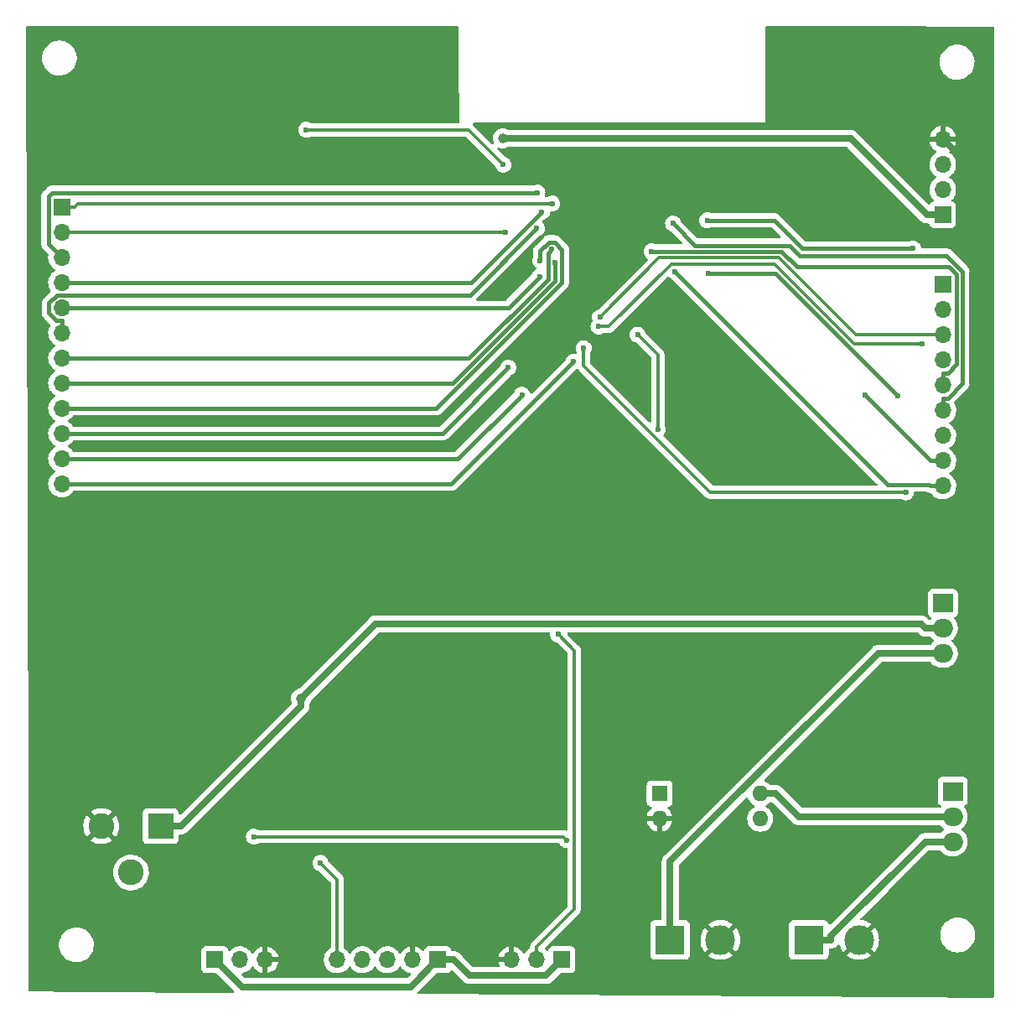
<source format=gbr>
%TF.GenerationSoftware,KiCad,Pcbnew,(6.0.7)*%
%TF.CreationDate,2022-10-25T15:01:53-05:00*%
%TF.ProjectId,Embebidos1,456d6265-6269-4646-9f73-312e6b696361,rev?*%
%TF.SameCoordinates,Original*%
%TF.FileFunction,Copper,L2,Bot*%
%TF.FilePolarity,Positive*%
%FSLAX46Y46*%
G04 Gerber Fmt 4.6, Leading zero omitted, Abs format (unit mm)*
G04 Created by KiCad (PCBNEW (6.0.7)) date 2022-10-25 15:01:53*
%MOMM*%
%LPD*%
G01*
G04 APERTURE LIST*
%TA.AperFunction,ComponentPad*%
%ADD10R,2.000000X1.905000*%
%TD*%
%TA.AperFunction,ComponentPad*%
%ADD11O,2.000000X1.905000*%
%TD*%
%TA.AperFunction,ComponentPad*%
%ADD12R,1.700000X1.700000*%
%TD*%
%TA.AperFunction,ComponentPad*%
%ADD13O,1.700000X1.700000*%
%TD*%
%TA.AperFunction,ComponentPad*%
%ADD14R,3.000000X3.000000*%
%TD*%
%TA.AperFunction,ComponentPad*%
%ADD15C,3.000000*%
%TD*%
%TA.AperFunction,ComponentPad*%
%ADD16R,2.600000X2.600000*%
%TD*%
%TA.AperFunction,ComponentPad*%
%ADD17C,2.600000*%
%TD*%
%TA.AperFunction,ComponentPad*%
%ADD18R,1.600000X1.600000*%
%TD*%
%TA.AperFunction,ComponentPad*%
%ADD19O,1.600000X1.600000*%
%TD*%
%TA.AperFunction,ViaPad*%
%ADD20C,0.600000*%
%TD*%
%TA.AperFunction,ViaPad*%
%ADD21C,1.000000*%
%TD*%
%TA.AperFunction,Conductor*%
%ADD22C,0.300000*%
%TD*%
%TA.AperFunction,Conductor*%
%ADD23C,0.400000*%
%TD*%
%TA.AperFunction,Conductor*%
%ADD24C,0.700000*%
%TD*%
G04 APERTURE END LIST*
D10*
%TO.P,Q2,1,G*%
%TO.N,Net-(Q2-Pad1)*%
X129000000Y-81000000D03*
D11*
%TO.P,Q2,2,D*%
%TO.N,+5V*%
X129000000Y-83540000D03*
%TO.P,Q2,3,S*%
%TO.N,/LUZOUT*%
X129000000Y-86080000D03*
%TD*%
D12*
%TO.P,J2,1,Pin_1*%
%TO.N,+3V3*%
X78000000Y-117000000D03*
D13*
%TO.P,J2,2,Pin_2*%
%TO.N,GND*%
X75460000Y-117000000D03*
%TO.P,J2,3,Pin_3*%
%TO.N,/SCL_LUZ*%
X72920000Y-117000000D03*
%TO.P,J2,4,Pin_4*%
%TO.N,/SDA_LUZ*%
X70380000Y-117000000D03*
%TO.P,J2,5,Pin_5*%
%TO.N,/ACK_LUZ*%
X67840000Y-117000000D03*
%TD*%
D14*
%TO.P,J4,1,Pin_1*%
%TO.N,/MOTOROUT*%
X115460000Y-115000000D03*
D15*
%TO.P,J4,2,Pin_2*%
%TO.N,GND*%
X120540000Y-115000000D03*
%TD*%
D12*
%TO.P,J1,1,Pin_1*%
%TO.N,+3V3*%
X90525000Y-117000000D03*
D13*
%TO.P,J1,2,Pin_2*%
%TO.N,/STemperatura*%
X87985000Y-117000000D03*
%TO.P,J1,3,Pin_3*%
%TO.N,GND*%
X85445000Y-117000000D03*
%TD*%
D16*
%TO.P,J6,1*%
%TO.N,+5V*%
X50000000Y-103500000D03*
D17*
%TO.P,J6,2*%
%TO.N,GND*%
X44000000Y-103500000D03*
%TO.P,J6,3*%
%TO.N,N/C*%
X47000000Y-108200000D03*
%TD*%
D12*
%TO.P,J5,1,Pin_1*%
%TO.N,+3V3*%
X129000000Y-41800000D03*
D13*
%TO.P,J5,2,Pin_2*%
%TO.N,/RX*%
X129000000Y-39260000D03*
%TO.P,J5,3,Pin_3*%
%TO.N,/TX*%
X129000000Y-36720000D03*
%TO.P,J5,4,Pin_4*%
%TO.N,GND*%
X129000000Y-34180000D03*
%TD*%
D12*
%TO.P,J9,1,Pin_1*%
%TO.N,/SHD*%
X129000000Y-48850000D03*
D13*
%TO.P,J9,2,Pin_2*%
%TO.N,/SWP*%
X129000000Y-51390000D03*
%TO.P,J9,3,Pin_3*%
%TO.N,/SCS*%
X129000000Y-53930000D03*
%TO.P,J9,4,Pin_4*%
%TO.N,Net-(U4-Pad37)*%
X129000000Y-56470000D03*
%TO.P,J9,5,Pin_5*%
%TO.N,Net-(U4-Pad36)*%
X129000000Y-59010000D03*
%TO.P,J9,6,Pin_6*%
%TO.N,Net-(U4-Pad33)*%
X129000000Y-61550000D03*
%TO.P,J9,7,Pin_7*%
%TO.N,Net-(U4-Pad31)*%
X129000000Y-64090000D03*
%TO.P,J9,8,Pin_8*%
%TO.N,Net-(U4-Pad30)*%
X129000000Y-66630000D03*
%TO.P,J9,9,Pin_9*%
%TO.N,Net-(U4-Pad29)*%
X129000000Y-69170000D03*
%TD*%
D10*
%TO.P,Q1,1,G*%
%TO.N,Net-(Q1-Pad1)*%
X130000000Y-100000000D03*
D11*
%TO.P,Q1,2,D*%
%TO.N,+5V*%
X130000000Y-102540000D03*
%TO.P,Q1,3,S*%
%TO.N,/MOTOROUT*%
X130000000Y-105080000D03*
%TD*%
D18*
%TO.P,U5,1*%
%TO.N,Net-(R3-Pad1)*%
X100400000Y-100225000D03*
D19*
%TO.P,U5,2*%
%TO.N,GND*%
X100400000Y-102765000D03*
%TO.P,U5,3*%
%TO.N,Net-(R4-Pad1)*%
X110560000Y-102765000D03*
%TO.P,U5,4*%
%TO.N,+5V*%
X110560000Y-100225000D03*
%TD*%
D14*
%TO.P,J7,1,Pin_1*%
%TO.N,/LUZOUT*%
X101460000Y-115000000D03*
D15*
%TO.P,J7,2,Pin_2*%
%TO.N,GND*%
X106540000Y-115000000D03*
%TD*%
D12*
%TO.P,J8,1,Pin_1*%
%TO.N,/Sen_VP*%
X40000000Y-41025000D03*
D13*
%TO.P,J8,2,Pin_2*%
%TO.N,/Sen_VN*%
X40000000Y-43565000D03*
%TO.P,J8,3,Pin_3*%
%TO.N,Net-(U4-Pad6)*%
X40000000Y-46105000D03*
%TO.P,J8,4,Pin_4*%
%TO.N,Net-(U4-Pad7)*%
X40000000Y-48645000D03*
%TO.P,J8,5,Pin_5*%
%TO.N,Net-(U4-Pad8)*%
X40000000Y-51185000D03*
%TO.P,J8,6,Pin_6*%
%TO.N,Net-(U4-Pad9)*%
X40000000Y-53725000D03*
%TO.P,J8,7,Pin_7*%
%TO.N,Net-(U4-Pad10)*%
X40000000Y-56265000D03*
%TO.P,J8,8,Pin_8*%
%TO.N,Net-(U4-Pad11)*%
X40000000Y-58805000D03*
%TO.P,J8,9,Pin_9*%
%TO.N,Net-(U4-Pad12)*%
X40000000Y-61345000D03*
%TO.P,J8,10,Pin_10*%
%TO.N,Net-(U4-Pad13)*%
X40000000Y-63885000D03*
%TO.P,J8,11,Pin_11*%
%TO.N,Net-(U4-Pad14)*%
X40000000Y-66425000D03*
%TO.P,J8,12,Pin_12*%
%TO.N,Net-(U4-Pad16)*%
X40000000Y-68965000D03*
%TD*%
D12*
%TO.P,J3,1,Pin_1*%
%TO.N,+3V3*%
X55475000Y-117000000D03*
D13*
%TO.P,J3,2,Pin_2*%
%TO.N,/SNivelAgua*%
X58015000Y-117000000D03*
%TO.P,J3,3,Pin_3*%
%TO.N,GND*%
X60555000Y-117000000D03*
%TD*%
D20*
%TO.N,/E32_RST*%
X64705300Y-33223600D03*
X84598100Y-36720700D03*
%TO.N,Net-(U4-Pad6)*%
X88037100Y-39556600D03*
D21*
%TO.N,+5V*%
X64179700Y-90613200D03*
%TO.N,GND*%
X93637800Y-47435400D03*
X89285000Y-52508500D03*
%TO.N,+3V3*%
X84574800Y-34090100D03*
D20*
%TO.N,/STemperatura*%
X90147700Y-84155900D03*
%TO.N,/ACK_LUZ*%
X66155800Y-107236400D03*
%TO.N,Net-(LEDON1-Pad2)*%
X91000000Y-104914100D03*
X59433500Y-104575700D03*
%TO.N,/SCL_LUZ*%
X98175000Y-53905400D03*
X100216400Y-63437200D03*
%TO.N,/Sen_VN*%
X84842400Y-43565000D03*
%TO.N,/Sen_VP*%
X89546300Y-40657100D03*
%TO.N,/SCS*%
X94365000Y-52148000D03*
%TO.N,/SWP*%
X94228300Y-53074200D03*
X126897000Y-54786600D03*
%TO.N,/SHD*%
X92721600Y-55266900D03*
X125276200Y-69817300D03*
%TO.N,/LUZPWR*%
X105352700Y-47683100D03*
X124466400Y-60093300D03*
%TO.N,Net-(U4-Pad7)*%
X88511800Y-41494000D03*
%TO.N,Net-(U4-Pad8)*%
X88285800Y-48030200D03*
%TO.N,Net-(U4-Pad9)*%
X88002800Y-43160100D03*
%TO.N,Net-(U4-Pad10)*%
X89520900Y-45294700D03*
%TO.N,Net-(U4-Pad11)*%
X89826600Y-46575500D03*
%TO.N,Net-(U4-Pad12)*%
X88341700Y-46409400D03*
%TO.N,Net-(U4-Pad13)*%
X85099700Y-57224800D03*
%TO.N,Net-(U4-Pad14)*%
X86500000Y-59955200D03*
%TO.N,Net-(U4-Pad16)*%
X91695800Y-56624300D03*
%TO.N,Net-(U4-Pad36)*%
X99589800Y-45498600D03*
%TO.N,Net-(U4-Pad33)*%
X101761000Y-42673000D03*
%TO.N,Net-(U4-Pad31)*%
X105201100Y-42353300D03*
X125988700Y-45209300D03*
%TO.N,Net-(U4-Pad30)*%
X121113200Y-59955200D03*
%TO.N,Net-(U4-Pad29)*%
X101917900Y-47508800D03*
%TD*%
D22*
%TO.N,/E32_RST*%
X84598100Y-36720700D02*
X81101000Y-33223600D01*
X81101000Y-33223600D02*
X64705300Y-33223600D01*
D23*
%TO.N,Net-(U4-Pad6)*%
X40000000Y-46105000D02*
X38649600Y-44754600D01*
X38649600Y-39927800D02*
X39020800Y-39556600D01*
X39020800Y-39556600D02*
X88037100Y-39556600D01*
X38649600Y-44754600D02*
X38649600Y-39927800D01*
D24*
%TO.N,+5V*%
X127249700Y-83540000D02*
X126815300Y-83105600D01*
X64179700Y-91370600D02*
X64179700Y-90613200D01*
X112110300Y-100225000D02*
X114425300Y-102540000D01*
X110560000Y-100225000D02*
X112110300Y-100225000D01*
X126815300Y-83105600D02*
X71687300Y-83105600D01*
X114425300Y-102540000D02*
X130000000Y-102540000D01*
X52050300Y-103500000D02*
X64179700Y-91370600D01*
X129000000Y-83540000D02*
X127249700Y-83540000D01*
X71687300Y-83105600D02*
X64179700Y-90613200D01*
X50000000Y-103500000D02*
X52050300Y-103500000D01*
%TO.N,GND*%
X129000000Y-34180000D02*
X130613800Y-35793800D01*
X130613800Y-35793800D02*
X130613800Y-42996600D01*
X130613800Y-42996600D02*
X130210000Y-43400400D01*
%TO.N,+3V3*%
X119689800Y-34090100D02*
X84574800Y-34090100D01*
X90525000Y-117000000D02*
X88924700Y-118600300D01*
X75272500Y-119727500D02*
X78000000Y-117000000D01*
X129000000Y-41800000D02*
X127399700Y-41800000D01*
X81200600Y-118600300D02*
X79600300Y-117000000D01*
X55475000Y-117000000D02*
X58202500Y-119727500D01*
X127399700Y-41800000D02*
X119689800Y-34090100D01*
X78000000Y-117000000D02*
X79600300Y-117000000D01*
X58202500Y-119727500D02*
X75272500Y-119727500D01*
X88924700Y-118600300D02*
X81200600Y-118600300D01*
D22*
%TO.N,/STemperatura*%
X91767800Y-111916900D02*
X91767800Y-85776000D01*
X87985000Y-117000000D02*
X87985000Y-115699700D01*
X91767800Y-85776000D02*
X90147700Y-84155900D01*
X87985000Y-115699700D02*
X91767800Y-111916900D01*
%TO.N,/ACK_LUZ*%
X67840000Y-108920600D02*
X67840000Y-117000000D01*
X66155800Y-107236400D02*
X67840000Y-108920600D01*
D24*
%TO.N,/MOTOROUT*%
X117710300Y-114578100D02*
X117710300Y-115000000D01*
X130000000Y-105080000D02*
X127208400Y-105080000D01*
X115460000Y-115000000D02*
X117710300Y-115000000D01*
X127208400Y-105080000D02*
X117710300Y-114578100D01*
D22*
%TO.N,Net-(LEDON1-Pad2)*%
X91000000Y-104914100D02*
X90661600Y-104575700D01*
X90661600Y-104575700D02*
X59433500Y-104575700D01*
%TO.N,/SCL_LUZ*%
X100216400Y-55946800D02*
X98175000Y-53905400D01*
X100216400Y-63437200D02*
X100216400Y-55946800D01*
D24*
%TO.N,/LUZOUT*%
X101460000Y-107109400D02*
X122489400Y-86080000D01*
X101460000Y-115000000D02*
X101460000Y-107109400D01*
X122489400Y-86080000D02*
X129000000Y-86080000D01*
D22*
%TO.N,/Sen_VN*%
X40000000Y-43565000D02*
X84842400Y-43565000D01*
%TO.N,/Sen_VP*%
X41300300Y-41025000D02*
X41668200Y-40657100D01*
X41668200Y-40657100D02*
X89546300Y-40657100D01*
X40000000Y-41025000D02*
X41300300Y-41025000D01*
%TO.N,/SCS*%
X94365000Y-52148000D02*
X100364100Y-46148900D01*
X100364100Y-46148900D02*
X112421500Y-46148900D01*
X129000000Y-53930000D02*
X127699700Y-53930000D01*
X120202600Y-53930000D02*
X127699700Y-53930000D01*
X112421500Y-46148900D02*
X120202600Y-53930000D01*
%TO.N,/SWP*%
X120079500Y-54786600D02*
X112042200Y-46749300D01*
X95226200Y-53074200D02*
X94228300Y-53074200D01*
X101551100Y-46749300D02*
X95226200Y-53074200D01*
X112042200Y-46749300D02*
X101551100Y-46749300D01*
X126897000Y-54786600D02*
X120079500Y-54786600D01*
%TO.N,/SHD*%
X92721600Y-57024200D02*
X105514700Y-69817300D01*
X105514700Y-69817300D02*
X125276200Y-69817300D01*
X92721600Y-55266900D02*
X92721600Y-57024200D01*
D23*
%TO.N,/LUZPWR*%
X112056200Y-47683100D02*
X124466400Y-60093300D01*
X105352700Y-47683100D02*
X112056200Y-47683100D01*
%TO.N,Net-(U4-Pad7)*%
X81360800Y-48645000D02*
X88511800Y-41494000D01*
X40000000Y-48645000D02*
X81360800Y-48645000D01*
%TO.N,Net-(U4-Pad8)*%
X85131000Y-51185000D02*
X41250300Y-51185000D01*
X40000000Y-51185000D02*
X41250300Y-51185000D01*
X88285800Y-48030200D02*
X85131000Y-51185000D01*
%TO.N,Net-(U4-Pad9)*%
X38710400Y-51732100D02*
X38710400Y-50700100D01*
X39495400Y-49915100D02*
X81247800Y-49915100D01*
X40000000Y-53725000D02*
X40000000Y-52474700D01*
X39453000Y-52474700D02*
X38710400Y-51732100D01*
X40000000Y-52474700D02*
X39453000Y-52474700D01*
X38710400Y-50700100D02*
X39495400Y-49915100D01*
X81247800Y-49915100D02*
X88002800Y-43160100D01*
%TO.N,Net-(U4-Pad10)*%
X81114200Y-56265000D02*
X41250300Y-56265000D01*
X89520900Y-45294700D02*
X89112600Y-45703000D01*
X89112600Y-48266600D02*
X81114200Y-56265000D01*
X40000000Y-56265000D02*
X41250300Y-56265000D01*
X89112600Y-45703000D02*
X89112600Y-48266600D01*
%TO.N,Net-(U4-Pad11)*%
X79514300Y-58805000D02*
X89826600Y-48492700D01*
X89826600Y-48492700D02*
X89826600Y-46575500D01*
X40000000Y-58805000D02*
X79514300Y-58805000D01*
%TO.N,Net-(U4-Pad12)*%
X40000000Y-61345000D02*
X77837100Y-61345000D01*
X90535400Y-48646700D02*
X90535400Y-45305300D01*
X77837100Y-61345000D02*
X90535400Y-48646700D01*
X90535400Y-45305300D02*
X89794600Y-44564500D01*
X88341700Y-45423600D02*
X88341700Y-46409400D01*
X89200800Y-44564500D02*
X88341700Y-45423600D01*
X89794600Y-44564500D02*
X89200800Y-44564500D01*
%TO.N,Net-(U4-Pad13)*%
X78439500Y-63885000D02*
X85099700Y-57224800D01*
X40000000Y-63885000D02*
X78439500Y-63885000D01*
%TO.N,Net-(U4-Pad14)*%
X86500000Y-59955200D02*
X80030200Y-66425000D01*
X80030200Y-66425000D02*
X40000000Y-66425000D01*
%TO.N,Net-(U4-Pad16)*%
X40000000Y-68965000D02*
X79355100Y-68965000D01*
X79355100Y-68965000D02*
X91695800Y-56624300D01*
%TO.N,Net-(U4-Pad36)*%
X129000000Y-59010000D02*
X129000000Y-57759700D01*
X114250900Y-47058700D02*
X129646100Y-47058700D01*
X99589800Y-45498600D02*
X112690800Y-45498600D01*
X130377700Y-56900100D02*
X129518100Y-57759700D01*
X112690800Y-45498600D02*
X114250900Y-47058700D01*
X129646100Y-47058700D02*
X130377700Y-47790300D01*
X129518100Y-57759700D02*
X129000000Y-57759700D01*
X130377700Y-47790300D02*
X130377700Y-56900100D01*
%TO.N,Net-(U4-Pad33)*%
X103986300Y-44898300D02*
X113561100Y-44898300D01*
X129518100Y-60299700D02*
X129000000Y-60299700D01*
X129000000Y-61550000D02*
X129000000Y-60299700D01*
X113561100Y-44898300D02*
X114572400Y-45909600D01*
X130981800Y-58836000D02*
X129518100Y-60299700D01*
X129382000Y-45909600D02*
X130981800Y-47509400D01*
X101761000Y-42673000D02*
X103986300Y-44898300D01*
X114572400Y-45909600D02*
X129382000Y-45909600D01*
X130981800Y-47509400D02*
X130981800Y-58836000D01*
%TO.N,Net-(U4-Pad31)*%
X125988700Y-45209300D02*
X114824000Y-45209300D01*
X111968000Y-42353300D02*
X105201100Y-42353300D01*
X114824000Y-45209300D02*
X111968000Y-42353300D01*
%TO.N,Net-(U4-Pad30)*%
X121113200Y-59955200D02*
X127749700Y-66591700D01*
X127749700Y-66591700D02*
X127749700Y-66630000D01*
X129000000Y-66630000D02*
X127749700Y-66630000D01*
%TO.N,Net-(U4-Pad29)*%
X127596700Y-69017000D02*
X123426100Y-69017000D01*
X129000000Y-69170000D02*
X127749700Y-69170000D01*
X127749700Y-69170000D02*
X127596700Y-69017000D01*
X123426100Y-69017000D02*
X101917900Y-47508800D01*
%TD*%
%TA.AperFunction,Conductor*%
%TO.N,GND*%
G36*
X80042891Y-22740002D02*
G01*
X80089384Y-22793658D01*
X80100768Y-22845227D01*
X80123964Y-26626148D01*
X80159453Y-32410740D01*
X80159622Y-32438327D01*
X80140038Y-32506569D01*
X80086668Y-32553390D01*
X80033624Y-32565100D01*
X65213244Y-32565100D01*
X65145730Y-32545485D01*
X65117508Y-32527575D01*
X65061966Y-32492327D01*
X65032763Y-32481928D01*
X64897725Y-32433843D01*
X64897720Y-32433842D01*
X64891090Y-32431481D01*
X64884102Y-32430648D01*
X64884099Y-32430647D01*
X64760998Y-32415968D01*
X64710980Y-32410004D01*
X64703977Y-32410740D01*
X64703976Y-32410740D01*
X64537588Y-32428228D01*
X64537586Y-32428229D01*
X64530588Y-32428964D01*
X64358879Y-32487418D01*
X64337340Y-32500669D01*
X64210395Y-32578766D01*
X64210392Y-32578768D01*
X64204388Y-32582462D01*
X64199353Y-32587393D01*
X64199350Y-32587395D01*
X64154220Y-32631590D01*
X64074793Y-32709371D01*
X63976535Y-32861838D01*
X63974126Y-32868458D01*
X63974124Y-32868461D01*
X63948232Y-32939599D01*
X63914497Y-33032285D01*
X63891763Y-33212240D01*
X63909463Y-33392760D01*
X63966718Y-33564873D01*
X63970365Y-33570895D01*
X63970366Y-33570897D01*
X64051450Y-33704783D01*
X64060680Y-33720024D01*
X64065569Y-33725087D01*
X64065570Y-33725088D01*
X64085644Y-33745875D01*
X64186682Y-33850502D01*
X64192578Y-33854360D01*
X64299502Y-33924329D01*
X64338459Y-33949822D01*
X64345063Y-33952278D01*
X64345065Y-33952279D01*
X64501858Y-34010590D01*
X64501860Y-34010590D01*
X64508468Y-34013048D01*
X64592295Y-34024233D01*
X64681280Y-34036107D01*
X64681284Y-34036107D01*
X64688261Y-34037038D01*
X64695272Y-34036400D01*
X64695276Y-34036400D01*
X64837759Y-34023432D01*
X64868900Y-34020598D01*
X64875602Y-34018420D01*
X64875604Y-34018420D01*
X65034709Y-33966724D01*
X65034712Y-33966723D01*
X65041408Y-33964547D01*
X65149903Y-33899871D01*
X65214420Y-33882100D01*
X80776050Y-33882100D01*
X80844171Y-33902102D01*
X80865145Y-33919005D01*
X83767783Y-36821642D01*
X83801698Y-36884101D01*
X83802263Y-36889860D01*
X83804488Y-36896548D01*
X83804488Y-36896549D01*
X83830559Y-36974919D01*
X83859518Y-37061973D01*
X83863165Y-37067995D01*
X83863166Y-37067997D01*
X83874078Y-37086014D01*
X83953480Y-37217124D01*
X84079482Y-37347602D01*
X84231259Y-37446922D01*
X84237863Y-37449378D01*
X84237865Y-37449379D01*
X84394658Y-37507690D01*
X84394660Y-37507690D01*
X84401268Y-37510148D01*
X84480268Y-37520689D01*
X84574080Y-37533207D01*
X84574084Y-37533207D01*
X84581061Y-37534138D01*
X84588072Y-37533500D01*
X84588076Y-37533500D01*
X84730559Y-37520532D01*
X84761700Y-37517698D01*
X84768402Y-37515520D01*
X84768404Y-37515520D01*
X84927509Y-37463824D01*
X84927512Y-37463823D01*
X84934208Y-37461647D01*
X85090012Y-37368769D01*
X85221366Y-37243682D01*
X85321743Y-37092602D01*
X85386155Y-36923038D01*
X85387135Y-36916066D01*
X85410848Y-36747339D01*
X85410848Y-36747336D01*
X85411399Y-36743417D01*
X85411716Y-36720700D01*
X85391497Y-36540445D01*
X85374746Y-36492342D01*
X85334164Y-36375806D01*
X85334162Y-36375803D01*
X85331845Y-36369148D01*
X85276578Y-36280702D01*
X85239459Y-36221298D01*
X85235726Y-36215324D01*
X85230764Y-36210327D01*
X85112878Y-36091615D01*
X85112874Y-36091612D01*
X85107915Y-36086618D01*
X85098417Y-36080590D01*
X85038240Y-36042401D01*
X84954766Y-35989427D01*
X84925563Y-35979028D01*
X84790525Y-35930943D01*
X84790520Y-35930942D01*
X84783890Y-35928581D01*
X84776896Y-35927747D01*
X84776892Y-35927746D01*
X84774245Y-35927430D01*
X84772666Y-35926754D01*
X84770034Y-35926137D01*
X84770142Y-35925675D01*
X84708972Y-35899502D01*
X84700071Y-35891412D01*
X84032625Y-35223966D01*
X83998599Y-35161654D01*
X84003664Y-35090839D01*
X84046211Y-35034003D01*
X84112731Y-35009192D01*
X84169046Y-35018872D01*
X84169094Y-35018724D01*
X84170114Y-35019056D01*
X84170118Y-35019057D01*
X84357192Y-35079840D01*
X84553577Y-35103258D01*
X84559712Y-35102786D01*
X84559714Y-35102786D01*
X84744630Y-35088557D01*
X84744634Y-35088556D01*
X84750772Y-35088084D01*
X84941263Y-35034898D01*
X85085311Y-34962134D01*
X85142122Y-34948600D01*
X119282008Y-34948600D01*
X119350129Y-34968602D01*
X119371103Y-34985505D01*
X126763374Y-42377776D01*
X126770516Y-42385542D01*
X126804171Y-42425367D01*
X126809590Y-42429511D01*
X126809592Y-42429512D01*
X126819573Y-42437143D01*
X126868717Y-42474717D01*
X126871119Y-42476601D01*
X126929111Y-42523228D01*
X126929117Y-42523232D01*
X126934438Y-42527510D01*
X126940557Y-42530547D01*
X126943352Y-42532335D01*
X126943713Y-42532588D01*
X126944080Y-42532790D01*
X126946938Y-42534521D01*
X126952352Y-42538660D01*
X127015381Y-42568051D01*
X127025962Y-42572985D01*
X127028733Y-42574319D01*
X127101514Y-42610447D01*
X127108135Y-42612098D01*
X127111263Y-42613249D01*
X127111656Y-42613413D01*
X127112061Y-42613532D01*
X127115225Y-42614609D01*
X127121404Y-42617490D01*
X127195198Y-42633985D01*
X127200702Y-42635215D01*
X127203700Y-42635924D01*
X127282501Y-42655572D01*
X127289322Y-42655763D01*
X127292625Y-42656215D01*
X127293509Y-42656374D01*
X127298392Y-42657052D01*
X127303440Y-42658180D01*
X127309163Y-42658500D01*
X127385544Y-42658500D01*
X127389063Y-42658549D01*
X127468957Y-42660781D01*
X127475661Y-42659502D01*
X127482462Y-42658955D01*
X127482504Y-42659475D01*
X127492825Y-42658500D01*
X127525507Y-42658500D01*
X127593628Y-42678502D01*
X127640121Y-42732158D01*
X127647543Y-42753763D01*
X127648255Y-42760316D01*
X127651027Y-42767711D01*
X127651028Y-42767714D01*
X127683671Y-42854788D01*
X127699385Y-42896705D01*
X127786739Y-43013261D01*
X127903295Y-43100615D01*
X128039684Y-43151745D01*
X128101866Y-43158500D01*
X129898134Y-43158500D01*
X129960316Y-43151745D01*
X130096705Y-43100615D01*
X130213261Y-43013261D01*
X130300615Y-42896705D01*
X130351745Y-42760316D01*
X130358500Y-42698134D01*
X130358500Y-40901866D01*
X130351745Y-40839684D01*
X130300615Y-40703295D01*
X130213261Y-40586739D01*
X130096705Y-40499385D01*
X130084132Y-40494672D01*
X129978203Y-40454960D01*
X129921439Y-40412318D01*
X129896739Y-40345756D01*
X129911947Y-40276408D01*
X129933493Y-40247727D01*
X130034435Y-40147137D01*
X130038096Y-40143489D01*
X130097594Y-40060689D01*
X130165435Y-39966277D01*
X130168453Y-39962077D01*
X130189918Y-39918647D01*
X130265136Y-39766453D01*
X130265137Y-39766451D01*
X130267430Y-39761811D01*
X130332370Y-39548069D01*
X130361529Y-39326590D01*
X130363156Y-39260000D01*
X130344852Y-39037361D01*
X130290431Y-38820702D01*
X130201354Y-38615840D01*
X130080014Y-38428277D01*
X129929670Y-38263051D01*
X129925619Y-38259852D01*
X129925615Y-38259848D01*
X129758414Y-38127800D01*
X129758410Y-38127798D01*
X129754359Y-38124598D01*
X129713053Y-38101796D01*
X129663084Y-38051364D01*
X129648312Y-37981921D01*
X129673428Y-37915516D01*
X129700780Y-37888909D01*
X129744603Y-37857650D01*
X129879860Y-37761173D01*
X130038096Y-37603489D01*
X130087930Y-37534138D01*
X130165435Y-37426277D01*
X130168453Y-37422077D01*
X130194800Y-37368769D01*
X130265136Y-37226453D01*
X130265137Y-37226451D01*
X130267430Y-37221811D01*
X130332370Y-37008069D01*
X130361529Y-36786590D01*
X130363156Y-36720000D01*
X130344852Y-36497361D01*
X130290431Y-36280702D01*
X130201354Y-36075840D01*
X130080014Y-35888277D01*
X129929670Y-35723051D01*
X129925619Y-35719852D01*
X129925615Y-35719848D01*
X129758414Y-35587800D01*
X129758410Y-35587798D01*
X129754359Y-35584598D01*
X129712569Y-35561529D01*
X129662598Y-35511097D01*
X129647826Y-35441654D01*
X129672942Y-35375248D01*
X129700294Y-35348641D01*
X129875328Y-35223792D01*
X129883200Y-35217139D01*
X130034052Y-35066812D01*
X130040730Y-35058965D01*
X130165003Y-34886020D01*
X130170313Y-34877183D01*
X130264670Y-34686267D01*
X130268469Y-34676672D01*
X130330377Y-34472910D01*
X130332555Y-34462837D01*
X130333986Y-34451962D01*
X130331775Y-34437778D01*
X130318617Y-34434000D01*
X127683225Y-34434000D01*
X127669694Y-34437973D01*
X127668257Y-34447966D01*
X127698565Y-34582446D01*
X127701645Y-34592275D01*
X127781770Y-34789603D01*
X127786413Y-34798794D01*
X127897694Y-34980388D01*
X127903777Y-34988699D01*
X128043213Y-35149667D01*
X128050580Y-35156883D01*
X128214434Y-35292916D01*
X128222881Y-35298831D01*
X128291969Y-35339203D01*
X128340693Y-35390842D01*
X128353764Y-35460625D01*
X128327033Y-35526396D01*
X128286584Y-35559752D01*
X128273607Y-35566507D01*
X128269474Y-35569610D01*
X128269471Y-35569612D01*
X128245247Y-35587800D01*
X128094965Y-35700635D01*
X127940629Y-35862138D01*
X127814743Y-36046680D01*
X127720688Y-36249305D01*
X127660989Y-36464570D01*
X127637251Y-36686695D01*
X127637548Y-36691848D01*
X127637548Y-36691851D01*
X127643011Y-36786590D01*
X127650110Y-36909715D01*
X127651247Y-36914761D01*
X127651248Y-36914767D01*
X127671119Y-37002939D01*
X127699222Y-37127639D01*
X127783266Y-37334616D01*
X127785965Y-37339020D01*
X127894124Y-37515520D01*
X127899987Y-37525088D01*
X128046250Y-37693938D01*
X128218126Y-37836632D01*
X128288595Y-37877811D01*
X128291445Y-37879476D01*
X128340169Y-37931114D01*
X128353240Y-38000897D01*
X128326509Y-38066669D01*
X128286055Y-38100027D01*
X128273607Y-38106507D01*
X128269474Y-38109610D01*
X128269471Y-38109612D01*
X128245247Y-38127800D01*
X128094965Y-38240635D01*
X127940629Y-38402138D01*
X127814743Y-38586680D01*
X127720688Y-38789305D01*
X127660989Y-39004570D01*
X127637251Y-39226695D01*
X127637548Y-39231848D01*
X127637548Y-39231851D01*
X127646283Y-39383344D01*
X127650110Y-39449715D01*
X127651247Y-39454761D01*
X127651248Y-39454767D01*
X127663203Y-39507814D01*
X127699222Y-39667639D01*
X127737461Y-39761811D01*
X127779354Y-39864981D01*
X127783266Y-39874616D01*
X127785965Y-39879020D01*
X127874207Y-40023018D01*
X127899987Y-40065088D01*
X128046250Y-40233938D01*
X128050230Y-40237242D01*
X128054981Y-40241187D01*
X128094616Y-40300090D01*
X128096113Y-40371071D01*
X128058997Y-40431593D01*
X128018725Y-40456112D01*
X127922751Y-40492091D01*
X127903295Y-40499385D01*
X127786739Y-40586739D01*
X127781358Y-40593919D01*
X127781357Y-40593920D01*
X127708451Y-40691198D01*
X127651592Y-40733713D01*
X127580773Y-40738739D01*
X127518530Y-40704728D01*
X123946228Y-37132425D01*
X120727986Y-33914183D01*
X127664389Y-33914183D01*
X127665912Y-33922607D01*
X127678292Y-33926000D01*
X128727885Y-33926000D01*
X128743124Y-33921525D01*
X128744329Y-33920135D01*
X128746000Y-33912452D01*
X128746000Y-33907885D01*
X129254000Y-33907885D01*
X129258475Y-33923124D01*
X129259865Y-33924329D01*
X129267548Y-33926000D01*
X130318344Y-33926000D01*
X130331875Y-33922027D01*
X130333180Y-33912947D01*
X130291214Y-33745875D01*
X130287894Y-33736124D01*
X130202972Y-33540814D01*
X130198105Y-33531739D01*
X130082426Y-33352926D01*
X130076136Y-33344757D01*
X129932806Y-33187240D01*
X129925273Y-33180215D01*
X129758139Y-33048222D01*
X129749552Y-33042517D01*
X129563117Y-32939599D01*
X129553705Y-32935369D01*
X129352959Y-32864280D01*
X129342988Y-32861646D01*
X129271837Y-32848972D01*
X129258540Y-32850432D01*
X129254000Y-32864989D01*
X129254000Y-33907885D01*
X128746000Y-33907885D01*
X128746000Y-32863102D01*
X128742082Y-32849758D01*
X128727806Y-32847771D01*
X128689324Y-32853660D01*
X128679288Y-32856051D01*
X128476868Y-32922212D01*
X128467359Y-32926209D01*
X128278463Y-33024542D01*
X128269738Y-33030036D01*
X128099433Y-33157905D01*
X128091726Y-33164748D01*
X127944590Y-33318717D01*
X127938104Y-33326727D01*
X127818098Y-33502649D01*
X127813000Y-33511623D01*
X127723338Y-33704783D01*
X127719775Y-33714470D01*
X127664389Y-33914183D01*
X120727986Y-33914183D01*
X120326120Y-33512317D01*
X120318977Y-33504550D01*
X120289735Y-33469947D01*
X120285329Y-33464733D01*
X120220831Y-33415421D01*
X120218415Y-33413527D01*
X120160383Y-33366868D01*
X120160382Y-33366867D01*
X120155062Y-33362590D01*
X120148943Y-33359553D01*
X120146148Y-33357765D01*
X120145787Y-33357512D01*
X120145420Y-33357310D01*
X120142562Y-33355579D01*
X120137148Y-33351440D01*
X120063536Y-33317114D01*
X120060764Y-33315780D01*
X119994096Y-33282686D01*
X119987986Y-33279653D01*
X119981365Y-33278002D01*
X119978237Y-33276851D01*
X119977844Y-33276687D01*
X119977439Y-33276568D01*
X119974275Y-33275491D01*
X119968096Y-33272610D01*
X119888800Y-33254885D01*
X119885802Y-33254176D01*
X119813621Y-33236179D01*
X119813620Y-33236179D01*
X119806999Y-33234528D01*
X119800178Y-33234337D01*
X119796875Y-33233885D01*
X119795991Y-33233726D01*
X119791108Y-33233048D01*
X119786060Y-33231920D01*
X119780337Y-33231600D01*
X119703956Y-33231600D01*
X119700437Y-33231551D01*
X119620543Y-33229319D01*
X119613839Y-33230598D01*
X119607038Y-33231145D01*
X119606996Y-33230625D01*
X119596675Y-33231600D01*
X85139385Y-33231600D01*
X85079456Y-33216436D01*
X85025459Y-33187240D01*
X84967501Y-33155902D01*
X84778568Y-33097418D01*
X84772443Y-33096774D01*
X84772442Y-33096774D01*
X84588004Y-33077389D01*
X84588002Y-33077389D01*
X84581875Y-33076745D01*
X84499376Y-33084253D01*
X84391051Y-33094111D01*
X84391048Y-33094112D01*
X84384912Y-33094670D01*
X84379006Y-33096408D01*
X84379002Y-33096409D01*
X84273876Y-33127349D01*
X84195181Y-33150510D01*
X84189723Y-33153363D01*
X84189719Y-33153365D01*
X84167946Y-33164748D01*
X84019910Y-33242140D01*
X83865775Y-33366068D01*
X83738646Y-33517574D01*
X83735679Y-33522972D01*
X83735675Y-33522977D01*
X83656895Y-33666280D01*
X83643367Y-33690887D01*
X83641506Y-33696754D01*
X83641505Y-33696756D01*
X83592734Y-33850502D01*
X83583565Y-33879406D01*
X83561519Y-34075951D01*
X83578068Y-34273034D01*
X83579767Y-34278958D01*
X83629375Y-34451962D01*
X83632583Y-34463150D01*
X83635401Y-34468632D01*
X83635402Y-34468636D01*
X83646247Y-34489738D01*
X83659594Y-34559469D01*
X83633123Y-34625346D01*
X83575238Y-34666454D01*
X83504318Y-34669741D01*
X83445085Y-34636426D01*
X83087618Y-34278958D01*
X81624655Y-32815995D01*
X81616665Y-32807215D01*
X81616663Y-32807213D01*
X81612416Y-32800520D01*
X81560742Y-32751995D01*
X81557901Y-32749241D01*
X81537333Y-32728673D01*
X81533826Y-32725953D01*
X81524830Y-32718271D01*
X81524407Y-32717874D01*
X81488424Y-32656672D01*
X81491242Y-32585731D01*
X81531966Y-32527575D01*
X81597667Y-32500669D01*
X81610634Y-32500000D01*
X111110000Y-32500000D01*
X111110000Y-26487655D01*
X128679858Y-26487655D01*
X128715104Y-26746638D01*
X128716412Y-26751124D01*
X128716412Y-26751126D01*
X128736098Y-26818664D01*
X128788243Y-26997567D01*
X128897668Y-27234928D01*
X128900231Y-27238837D01*
X129038410Y-27449596D01*
X129038414Y-27449601D01*
X129040976Y-27453509D01*
X129215018Y-27648506D01*
X129415970Y-27815637D01*
X129419973Y-27818066D01*
X129635422Y-27948804D01*
X129635426Y-27948806D01*
X129639419Y-27951229D01*
X129880455Y-28052303D01*
X130133783Y-28116641D01*
X130138434Y-28117109D01*
X130138438Y-28117110D01*
X130331308Y-28136531D01*
X130350867Y-28138500D01*
X130506354Y-28138500D01*
X130508679Y-28138327D01*
X130508685Y-28138327D01*
X130696000Y-28124407D01*
X130696004Y-28124406D01*
X130700652Y-28124061D01*
X130705200Y-28123032D01*
X130705206Y-28123031D01*
X130891601Y-28080853D01*
X130955577Y-28066377D01*
X130991769Y-28052303D01*
X131194824Y-27973340D01*
X131194827Y-27973339D01*
X131199177Y-27971647D01*
X131426098Y-27841951D01*
X131631357Y-27680138D01*
X131810443Y-27489763D01*
X131959424Y-27275009D01*
X131977262Y-27238837D01*
X132072960Y-27044781D01*
X132072961Y-27044778D01*
X132075025Y-27040593D01*
X132144060Y-26824928D01*
X132153280Y-26796123D01*
X132154707Y-26791665D01*
X132196721Y-26533693D01*
X132199242Y-26341126D01*
X132200081Y-26277022D01*
X132200081Y-26277019D01*
X132200142Y-26272345D01*
X132164896Y-26013362D01*
X132150473Y-25963877D01*
X132122242Y-25867022D01*
X132091757Y-25762433D01*
X131982332Y-25525072D01*
X131866356Y-25348179D01*
X131841590Y-25310404D01*
X131841586Y-25310399D01*
X131839024Y-25306491D01*
X131671965Y-25119318D01*
X131668097Y-25114984D01*
X131664982Y-25111494D01*
X131464030Y-24944363D01*
X131379385Y-24892999D01*
X131244578Y-24811196D01*
X131244574Y-24811194D01*
X131240581Y-24808771D01*
X130999545Y-24707697D01*
X130746217Y-24643359D01*
X130741566Y-24642891D01*
X130741562Y-24642890D01*
X130532271Y-24621816D01*
X130529133Y-24621500D01*
X130373646Y-24621500D01*
X130371321Y-24621673D01*
X130371315Y-24621673D01*
X130184000Y-24635593D01*
X130183996Y-24635594D01*
X130179348Y-24635939D01*
X130174800Y-24636968D01*
X130174794Y-24636969D01*
X130014396Y-24673264D01*
X129924423Y-24693623D01*
X129920071Y-24695315D01*
X129920069Y-24695316D01*
X129685176Y-24786660D01*
X129685173Y-24786661D01*
X129680823Y-24788353D01*
X129453902Y-24918049D01*
X129248643Y-25079862D01*
X129069557Y-25270237D01*
X128920576Y-25484991D01*
X128804975Y-25719407D01*
X128803553Y-25723850D01*
X128803552Y-25723852D01*
X128773957Y-25816307D01*
X128725293Y-25968335D01*
X128683279Y-26226307D01*
X128679858Y-26487655D01*
X111110000Y-26487655D01*
X111110000Y-22846382D01*
X111130002Y-22778261D01*
X111183658Y-22731768D01*
X111236382Y-22720383D01*
X120658568Y-22748923D01*
X134094306Y-22789619D01*
X134162364Y-22809827D01*
X134208695Y-22863623D01*
X134219923Y-22915695D01*
X134213722Y-33048222D01*
X134160227Y-120460449D01*
X134160078Y-120703274D01*
X134140034Y-120771383D01*
X134086350Y-120817843D01*
X134033277Y-120829194D01*
X124943895Y-120771383D01*
X76057039Y-120460449D01*
X75989046Y-120440015D01*
X75942896Y-120386064D01*
X75933239Y-120315727D01*
X75963142Y-120251336D01*
X75968745Y-120245357D01*
X77818697Y-118395405D01*
X77881009Y-118361379D01*
X77907792Y-118358500D01*
X78898134Y-118358500D01*
X78960316Y-118351745D01*
X79096705Y-118300615D01*
X79213261Y-118213261D01*
X79247584Y-118167464D01*
X79291549Y-118108802D01*
X79348408Y-118066287D01*
X79419227Y-118061261D01*
X79481470Y-118095272D01*
X80564280Y-119178083D01*
X80571422Y-119185849D01*
X80605071Y-119225667D01*
X80610495Y-119229814D01*
X80610496Y-119229815D01*
X80669562Y-119274974D01*
X80671979Y-119276868D01*
X80735338Y-119327810D01*
X80741457Y-119330847D01*
X80744252Y-119332635D01*
X80744613Y-119332888D01*
X80744980Y-119333090D01*
X80747838Y-119334821D01*
X80753252Y-119338960D01*
X80822991Y-119371480D01*
X80826862Y-119373285D01*
X80829633Y-119374619D01*
X80902414Y-119410747D01*
X80909035Y-119412398D01*
X80912163Y-119413549D01*
X80912556Y-119413713D01*
X80912961Y-119413832D01*
X80916125Y-119414909D01*
X80922304Y-119417790D01*
X80996098Y-119434285D01*
X81001602Y-119435515D01*
X81004598Y-119436224D01*
X81071333Y-119452863D01*
X81083401Y-119455872D01*
X81090222Y-119456063D01*
X81093525Y-119456515D01*
X81094409Y-119456674D01*
X81099292Y-119457352D01*
X81104340Y-119458480D01*
X81110063Y-119458800D01*
X81186444Y-119458800D01*
X81189963Y-119458849D01*
X81269857Y-119461081D01*
X81276561Y-119459802D01*
X81283362Y-119459255D01*
X81283404Y-119459775D01*
X81293725Y-119458800D01*
X88883310Y-119458800D01*
X88893852Y-119459242D01*
X88945799Y-119463604D01*
X88952559Y-119462702D01*
X88952561Y-119462702D01*
X89026302Y-119452863D01*
X89029357Y-119452493D01*
X89061589Y-119448991D01*
X89110137Y-119443717D01*
X89116601Y-119441542D01*
X89119876Y-119440822D01*
X89120272Y-119440752D01*
X89120696Y-119440629D01*
X89123916Y-119439838D01*
X89130689Y-119438934D01*
X89207023Y-119411151D01*
X89209898Y-119410144D01*
X89228473Y-119403893D01*
X89286923Y-119384222D01*
X89292777Y-119380704D01*
X89295784Y-119379315D01*
X89296189Y-119379148D01*
X89296565Y-119378943D01*
X89299552Y-119377473D01*
X89305968Y-119375138D01*
X89374620Y-119331570D01*
X89377089Y-119330045D01*
X89446809Y-119288153D01*
X89451766Y-119283466D01*
X89454423Y-119281449D01*
X89455169Y-119280931D01*
X89459102Y-119277956D01*
X89463459Y-119275191D01*
X89467732Y-119271370D01*
X89521710Y-119217392D01*
X89524232Y-119214938D01*
X89563205Y-119178083D01*
X89582336Y-119159992D01*
X89586174Y-119154344D01*
X89590593Y-119149152D01*
X89590992Y-119149492D01*
X89597600Y-119141502D01*
X90343699Y-118395404D01*
X90406011Y-118361379D01*
X90432794Y-118358500D01*
X91423134Y-118358500D01*
X91485316Y-118351745D01*
X91621705Y-118300615D01*
X91738261Y-118213261D01*
X91825615Y-118096705D01*
X91876745Y-117960316D01*
X91883500Y-117898134D01*
X91883500Y-116101866D01*
X91876745Y-116039684D01*
X91825615Y-115903295D01*
X91738261Y-115786739D01*
X91621705Y-115699385D01*
X91485316Y-115648255D01*
X91423134Y-115641500D01*
X89626866Y-115641500D01*
X89564684Y-115648255D01*
X89428295Y-115699385D01*
X89311739Y-115786739D01*
X89224385Y-115903295D01*
X89221233Y-115911703D01*
X89179919Y-116021907D01*
X89137277Y-116078671D01*
X89070716Y-116103371D01*
X89001367Y-116088163D01*
X88968743Y-116062476D01*
X88918151Y-116006875D01*
X88918142Y-116006866D01*
X88914670Y-116003051D01*
X88857241Y-115957697D01*
X88816180Y-115899782D01*
X88812947Y-115828859D01*
X88846239Y-115769721D01*
X92175405Y-112440555D01*
X92184185Y-112432565D01*
X92184187Y-112432563D01*
X92190880Y-112428316D01*
X92239405Y-112376642D01*
X92242159Y-112373801D01*
X92262727Y-112353233D01*
X92265447Y-112349726D01*
X92273153Y-112340704D01*
X92299344Y-112312813D01*
X92304772Y-112307033D01*
X92308594Y-112300081D01*
X92315103Y-112288242D01*
X92325957Y-112271718D01*
X92334245Y-112261032D01*
X92339104Y-112254768D01*
X92342252Y-112247494D01*
X92357454Y-112212365D01*
X92362676Y-112201705D01*
X92381105Y-112168184D01*
X92381106Y-112168182D01*
X92384924Y-112161237D01*
X92390259Y-112140459D01*
X92396658Y-112121769D01*
X92405180Y-112102076D01*
X92412406Y-112056452D01*
X92414813Y-112044829D01*
X92424328Y-112007768D01*
X92426300Y-112000088D01*
X92426300Y-111978641D01*
X92427851Y-111958931D01*
X92429966Y-111945577D01*
X92431206Y-111937748D01*
X92426859Y-111891759D01*
X92426300Y-111879904D01*
X92426300Y-103031522D01*
X99117273Y-103031522D01*
X99164764Y-103208761D01*
X99168510Y-103219053D01*
X99260586Y-103416511D01*
X99266069Y-103426007D01*
X99391028Y-103604467D01*
X99398084Y-103612875D01*
X99552125Y-103766916D01*
X99560533Y-103773972D01*
X99738993Y-103898931D01*
X99748489Y-103904414D01*
X99945947Y-103996490D01*
X99956239Y-104000236D01*
X100128503Y-104046394D01*
X100142599Y-104046058D01*
X100146000Y-104038116D01*
X100146000Y-104032967D01*
X100654000Y-104032967D01*
X100657973Y-104046498D01*
X100666522Y-104047727D01*
X100843761Y-104000236D01*
X100854053Y-103996490D01*
X101051511Y-103904414D01*
X101061007Y-103898931D01*
X101239467Y-103773972D01*
X101247875Y-103766916D01*
X101401916Y-103612875D01*
X101408972Y-103604467D01*
X101533931Y-103426007D01*
X101539414Y-103416511D01*
X101631490Y-103219053D01*
X101635236Y-103208761D01*
X101681394Y-103036497D01*
X101681058Y-103022401D01*
X101673116Y-103019000D01*
X100672115Y-103019000D01*
X100656876Y-103023475D01*
X100655671Y-103024865D01*
X100654000Y-103032548D01*
X100654000Y-104032967D01*
X100146000Y-104032967D01*
X100146000Y-103037115D01*
X100141525Y-103021876D01*
X100140135Y-103020671D01*
X100132452Y-103019000D01*
X99132033Y-103019000D01*
X99118502Y-103022973D01*
X99117273Y-103031522D01*
X92426300Y-103031522D01*
X92426300Y-101073134D01*
X99091500Y-101073134D01*
X99098255Y-101135316D01*
X99149385Y-101271705D01*
X99236739Y-101388261D01*
X99353295Y-101475615D01*
X99489684Y-101526745D01*
X99501229Y-101527999D01*
X99503910Y-101529113D01*
X99505222Y-101529425D01*
X99505172Y-101529637D01*
X99566790Y-101555238D01*
X99607218Y-101613599D01*
X99609677Y-101684553D01*
X99573384Y-101745572D01*
X99562775Y-101754147D01*
X99552125Y-101763084D01*
X99398084Y-101917125D01*
X99391028Y-101925533D01*
X99266069Y-102103993D01*
X99260586Y-102113489D01*
X99168510Y-102310947D01*
X99164764Y-102321239D01*
X99118606Y-102493503D01*
X99118942Y-102507599D01*
X99126884Y-102511000D01*
X101667967Y-102511000D01*
X101681498Y-102507027D01*
X101682727Y-102498478D01*
X101635236Y-102321239D01*
X101631490Y-102310947D01*
X101539414Y-102113489D01*
X101533931Y-102103993D01*
X101408972Y-101925533D01*
X101401916Y-101917125D01*
X101247875Y-101763084D01*
X101235254Y-101752493D01*
X101236108Y-101751475D01*
X101195776Y-101701016D01*
X101188468Y-101630397D01*
X101220500Y-101567037D01*
X101281702Y-101531053D01*
X101298762Y-101528000D01*
X101310316Y-101526745D01*
X101446705Y-101475615D01*
X101563261Y-101388261D01*
X101650615Y-101271705D01*
X101701745Y-101135316D01*
X101708500Y-101073134D01*
X101708500Y-99376866D01*
X101701745Y-99314684D01*
X101650615Y-99178295D01*
X101563261Y-99061739D01*
X101446705Y-98974385D01*
X101310316Y-98923255D01*
X101248134Y-98916500D01*
X99551866Y-98916500D01*
X99489684Y-98923255D01*
X99353295Y-98974385D01*
X99236739Y-99061739D01*
X99149385Y-99178295D01*
X99098255Y-99314684D01*
X99091500Y-99376866D01*
X99091500Y-101073134D01*
X92426300Y-101073134D01*
X92426300Y-85858056D01*
X92426859Y-85846200D01*
X92426859Y-85846197D01*
X92428588Y-85838463D01*
X92426362Y-85767631D01*
X92426300Y-85763673D01*
X92426300Y-85734568D01*
X92425744Y-85730168D01*
X92424812Y-85718330D01*
X92423611Y-85680094D01*
X92423362Y-85672169D01*
X92417380Y-85651579D01*
X92413370Y-85632216D01*
X92411675Y-85618796D01*
X92411675Y-85618795D01*
X92410682Y-85610936D01*
X92407766Y-85603571D01*
X92407765Y-85603567D01*
X92393674Y-85567979D01*
X92389835Y-85556769D01*
X92376945Y-85512400D01*
X92366029Y-85493943D01*
X92357334Y-85476193D01*
X92349435Y-85456244D01*
X92322277Y-85418864D01*
X92315760Y-85408943D01*
X92310093Y-85399361D01*
X92292252Y-85369193D01*
X92277091Y-85354032D01*
X92264249Y-85338997D01*
X92251641Y-85321643D01*
X92245537Y-85316593D01*
X92245535Y-85316591D01*
X92216037Y-85292188D01*
X92207259Y-85284199D01*
X91102255Y-84179195D01*
X91068229Y-84116883D01*
X91073294Y-84046068D01*
X91115841Y-83989232D01*
X91182361Y-83964421D01*
X91191350Y-83964100D01*
X126407508Y-83964100D01*
X126475629Y-83984102D01*
X126496603Y-84001005D01*
X126613374Y-84117776D01*
X126620516Y-84125542D01*
X126654171Y-84165367D01*
X126659590Y-84169510D01*
X126659592Y-84169512D01*
X126718708Y-84214710D01*
X126721129Y-84216609D01*
X126779118Y-84263232D01*
X126784438Y-84267509D01*
X126790550Y-84270543D01*
X126793344Y-84272330D01*
X126793704Y-84272582D01*
X126794073Y-84272785D01*
X126796934Y-84274517D01*
X126802352Y-84278660D01*
X126875977Y-84312992D01*
X126878751Y-84314327D01*
X126944081Y-84346757D01*
X126951514Y-84350447D01*
X126958135Y-84352098D01*
X126961263Y-84353249D01*
X126961656Y-84353413D01*
X126962061Y-84353532D01*
X126965225Y-84354609D01*
X126971404Y-84357490D01*
X127045198Y-84373985D01*
X127050702Y-84375215D01*
X127053700Y-84375924D01*
X127132501Y-84395572D01*
X127139322Y-84395763D01*
X127142625Y-84396215D01*
X127143509Y-84396374D01*
X127148392Y-84397052D01*
X127153440Y-84398180D01*
X127159163Y-84398500D01*
X127235544Y-84398500D01*
X127239063Y-84398549D01*
X127318957Y-84400781D01*
X127325661Y-84399502D01*
X127332462Y-84398955D01*
X127332504Y-84399475D01*
X127342825Y-84398500D01*
X127707055Y-84398500D01*
X127775176Y-84418502D01*
X127807815Y-84448847D01*
X127848622Y-84503197D01*
X127856223Y-84513320D01*
X127859961Y-84516892D01*
X127995380Y-84646301D01*
X128029912Y-84679301D01*
X128066903Y-84704535D01*
X128111904Y-84759444D01*
X128120075Y-84829968D01*
X128088821Y-84893716D01*
X128064340Y-84914411D01*
X128062707Y-84915468D01*
X128058023Y-84918498D01*
X127880330Y-85080186D01*
X127877131Y-85084237D01*
X127877127Y-85084241D01*
X127806562Y-85173592D01*
X127748645Y-85214655D01*
X127707680Y-85221500D01*
X122530791Y-85221500D01*
X122520248Y-85221058D01*
X122468302Y-85216696D01*
X122461542Y-85217598D01*
X122461539Y-85217598D01*
X122387795Y-85227437D01*
X122384741Y-85227807D01*
X122345380Y-85232083D01*
X122303963Y-85236583D01*
X122297492Y-85238761D01*
X122294252Y-85239473D01*
X122293817Y-85239550D01*
X122293417Y-85239666D01*
X122290174Y-85240463D01*
X122283412Y-85241365D01*
X122207038Y-85269162D01*
X122204217Y-85270151D01*
X122175311Y-85279879D01*
X122133647Y-85293900D01*
X122133642Y-85293902D01*
X122127177Y-85296078D01*
X122121324Y-85299595D01*
X122118316Y-85300985D01*
X122117911Y-85301152D01*
X122117535Y-85301357D01*
X122114548Y-85302827D01*
X122108132Y-85305162D01*
X122039480Y-85348730D01*
X122037011Y-85350255D01*
X121967291Y-85392147D01*
X121962334Y-85396834D01*
X121959677Y-85398851D01*
X121958943Y-85399361D01*
X121955005Y-85402339D01*
X121950641Y-85405109D01*
X121946368Y-85408929D01*
X121892372Y-85462925D01*
X121889850Y-85465379D01*
X121831764Y-85520308D01*
X121827926Y-85525956D01*
X121823507Y-85531148D01*
X121823107Y-85530808D01*
X121816500Y-85538797D01*
X100882217Y-106473080D01*
X100874451Y-106480222D01*
X100834633Y-106513871D01*
X100830486Y-106519295D01*
X100830485Y-106519296D01*
X100785326Y-106578362D01*
X100783427Y-106580785D01*
X100754810Y-106616378D01*
X100732490Y-106644138D01*
X100729453Y-106650257D01*
X100727665Y-106653052D01*
X100727412Y-106653413D01*
X100727210Y-106653780D01*
X100725479Y-106656638D01*
X100721340Y-106662052D01*
X100689178Y-106731024D01*
X100687015Y-106735662D01*
X100685681Y-106738433D01*
X100649553Y-106811214D01*
X100647902Y-106817835D01*
X100646751Y-106820963D01*
X100646587Y-106821356D01*
X100646468Y-106821761D01*
X100645391Y-106824925D01*
X100642510Y-106831104D01*
X100631299Y-106881261D01*
X100624785Y-106910402D01*
X100624076Y-106913398D01*
X100604428Y-106992201D01*
X100604237Y-106999022D01*
X100603785Y-107002325D01*
X100603626Y-107003209D01*
X100602948Y-107008092D01*
X100601820Y-107013140D01*
X100601500Y-107018863D01*
X100601500Y-107095244D01*
X100601451Y-107098763D01*
X100599219Y-107178657D01*
X100600498Y-107185361D01*
X100601045Y-107192162D01*
X100600525Y-107192204D01*
X100601500Y-107202525D01*
X100601500Y-112865500D01*
X100581498Y-112933621D01*
X100527842Y-112980114D01*
X100475500Y-112991500D01*
X99911866Y-112991500D01*
X99849684Y-112998255D01*
X99713295Y-113049385D01*
X99596739Y-113136739D01*
X99509385Y-113253295D01*
X99458255Y-113389684D01*
X99451500Y-113451866D01*
X99451500Y-116548134D01*
X99458255Y-116610316D01*
X99509385Y-116746705D01*
X99596739Y-116863261D01*
X99713295Y-116950615D01*
X99849684Y-117001745D01*
X99911866Y-117008500D01*
X103008134Y-117008500D01*
X103070316Y-117001745D01*
X103206705Y-116950615D01*
X103323261Y-116863261D01*
X103410615Y-116746705D01*
X103461745Y-116610316D01*
X103463990Y-116589654D01*
X105315618Y-116589654D01*
X105322673Y-116599627D01*
X105353679Y-116625551D01*
X105360598Y-116630579D01*
X105585272Y-116771515D01*
X105592807Y-116775556D01*
X105834520Y-116884694D01*
X105842551Y-116887680D01*
X106096832Y-116963002D01*
X106105184Y-116964869D01*
X106367340Y-117004984D01*
X106375874Y-117005700D01*
X106641045Y-117009867D01*
X106649596Y-117009418D01*
X106912883Y-116977557D01*
X106921284Y-116975955D01*
X107177824Y-116908653D01*
X107185926Y-116905926D01*
X107430949Y-116804434D01*
X107438617Y-116800628D01*
X107667598Y-116666822D01*
X107674679Y-116662009D01*
X107754655Y-116599301D01*
X107763125Y-116587442D01*
X107756608Y-116575818D01*
X106552812Y-115372022D01*
X106538868Y-115364408D01*
X106537035Y-115364539D01*
X106530420Y-115368790D01*
X105322910Y-116576300D01*
X105315618Y-116589654D01*
X103463990Y-116589654D01*
X103468500Y-116548134D01*
X103468500Y-114983204D01*
X104527665Y-114983204D01*
X104542932Y-115247969D01*
X104544005Y-115256470D01*
X104595065Y-115516722D01*
X104597276Y-115524974D01*
X104683184Y-115775894D01*
X104686499Y-115783779D01*
X104805664Y-116020713D01*
X104810020Y-116028079D01*
X104939347Y-116216250D01*
X104949601Y-116224594D01*
X104963342Y-116217448D01*
X106167978Y-115012812D01*
X106174356Y-115001132D01*
X106904408Y-115001132D01*
X106904539Y-115002965D01*
X106908790Y-115009580D01*
X108115730Y-116216520D01*
X108127939Y-116223187D01*
X108139439Y-116214497D01*
X108236831Y-116081913D01*
X108241418Y-116074685D01*
X108367962Y-115841621D01*
X108371530Y-115833827D01*
X108465271Y-115585750D01*
X108467748Y-115577544D01*
X108526954Y-115319038D01*
X108528294Y-115310577D01*
X108552031Y-115044616D01*
X108552277Y-115039677D01*
X108552666Y-115002485D01*
X108552523Y-114997519D01*
X108534362Y-114731123D01*
X108533201Y-114722649D01*
X108479419Y-114462944D01*
X108477120Y-114454709D01*
X108388588Y-114204705D01*
X108385191Y-114196854D01*
X108263550Y-113961178D01*
X108259122Y-113953866D01*
X108140031Y-113784417D01*
X108129509Y-113776037D01*
X108116121Y-113783089D01*
X106912022Y-114987188D01*
X106904408Y-115001132D01*
X106174356Y-115001132D01*
X106175592Y-114998868D01*
X106175461Y-114997035D01*
X106171210Y-114990420D01*
X104963814Y-113783024D01*
X104951804Y-113776466D01*
X104940064Y-113785434D01*
X104831935Y-113935911D01*
X104827418Y-113943196D01*
X104703325Y-114177567D01*
X104699839Y-114185395D01*
X104608700Y-114434446D01*
X104606311Y-114442670D01*
X104549812Y-114701795D01*
X104548563Y-114710250D01*
X104527754Y-114974653D01*
X104527665Y-114983204D01*
X103468500Y-114983204D01*
X103468500Y-113451866D01*
X103464224Y-113412500D01*
X105316584Y-113412500D01*
X105322980Y-113423770D01*
X106527188Y-114627978D01*
X106541132Y-114635592D01*
X106542965Y-114635461D01*
X106549580Y-114631210D01*
X107756604Y-113424186D01*
X107763795Y-113411017D01*
X107756473Y-113400780D01*
X107709233Y-113362115D01*
X107702261Y-113357160D01*
X107476122Y-113218582D01*
X107468552Y-113214624D01*
X107225704Y-113108022D01*
X107217644Y-113105120D01*
X106962592Y-113032467D01*
X106954214Y-113030685D01*
X106691656Y-112993318D01*
X106683111Y-112992691D01*
X106417908Y-112991302D01*
X106409374Y-112991839D01*
X106146433Y-113026456D01*
X106138035Y-113028149D01*
X105882238Y-113098127D01*
X105874143Y-113100946D01*
X105630199Y-113204997D01*
X105622577Y-113208881D01*
X105395013Y-113345075D01*
X105387981Y-113349962D01*
X105325053Y-113400377D01*
X105316584Y-113412500D01*
X103464224Y-113412500D01*
X103461745Y-113389684D01*
X103410615Y-113253295D01*
X103323261Y-113136739D01*
X103206705Y-113049385D01*
X103070316Y-112998255D01*
X103008134Y-112991500D01*
X102444500Y-112991500D01*
X102376379Y-112971498D01*
X102329886Y-112917842D01*
X102318500Y-112865500D01*
X102318500Y-107517192D01*
X102338502Y-107449071D01*
X102355405Y-107428097D01*
X109129638Y-100653864D01*
X109191950Y-100619838D01*
X109262765Y-100624903D01*
X109319601Y-100667450D01*
X109332927Y-100689708D01*
X109422477Y-100881749D01*
X109425634Y-100886257D01*
X109549262Y-101062816D01*
X109553802Y-101069300D01*
X109715700Y-101231198D01*
X109720208Y-101234355D01*
X109720211Y-101234357D01*
X109761542Y-101263297D01*
X109903251Y-101362523D01*
X109908233Y-101364846D01*
X109908238Y-101364849D01*
X109942457Y-101380805D01*
X109995742Y-101427722D01*
X110015203Y-101495999D01*
X109994661Y-101563959D01*
X109942457Y-101609195D01*
X109908238Y-101625151D01*
X109908233Y-101625154D01*
X109903251Y-101627477D01*
X109811817Y-101691500D01*
X109720211Y-101755643D01*
X109720208Y-101755645D01*
X109715700Y-101758802D01*
X109553802Y-101920700D01*
X109550645Y-101925208D01*
X109550643Y-101925211D01*
X109525091Y-101961703D01*
X109422477Y-102108251D01*
X109420154Y-102113233D01*
X109420151Y-102113238D01*
X109364541Y-102232496D01*
X109325716Y-102315757D01*
X109324294Y-102321065D01*
X109324293Y-102321067D01*
X109293031Y-102437737D01*
X109266457Y-102536913D01*
X109246502Y-102765000D01*
X109266457Y-102993087D01*
X109267881Y-102998400D01*
X109267881Y-102998402D01*
X109312620Y-103165367D01*
X109325716Y-103214243D01*
X109328039Y-103219224D01*
X109328039Y-103219225D01*
X109420151Y-103416762D01*
X109420154Y-103416767D01*
X109422477Y-103421749D01*
X109553802Y-103609300D01*
X109715700Y-103771198D01*
X109720208Y-103774355D01*
X109720211Y-103774357D01*
X109798389Y-103829098D01*
X109903251Y-103902523D01*
X109908233Y-103904846D01*
X109908238Y-103904849D01*
X110104765Y-103996490D01*
X110110757Y-103999284D01*
X110116065Y-104000706D01*
X110116067Y-104000707D01*
X110326598Y-104057119D01*
X110326600Y-104057119D01*
X110331913Y-104058543D01*
X110560000Y-104078498D01*
X110788087Y-104058543D01*
X110793400Y-104057119D01*
X110793402Y-104057119D01*
X111003933Y-104000707D01*
X111003935Y-104000706D01*
X111009243Y-103999284D01*
X111015235Y-103996490D01*
X111211762Y-103904849D01*
X111211767Y-103904846D01*
X111216749Y-103902523D01*
X111321611Y-103829098D01*
X111399789Y-103774357D01*
X111399792Y-103774355D01*
X111404300Y-103771198D01*
X111566198Y-103609300D01*
X111697523Y-103421749D01*
X111699846Y-103416767D01*
X111699849Y-103416762D01*
X111791961Y-103219225D01*
X111791961Y-103219224D01*
X111794284Y-103214243D01*
X111807381Y-103165367D01*
X111852119Y-102998402D01*
X111852119Y-102998400D01*
X111853543Y-102993087D01*
X111873498Y-102765000D01*
X111853543Y-102536913D01*
X111826969Y-102437737D01*
X111795707Y-102321067D01*
X111795706Y-102321065D01*
X111794284Y-102315757D01*
X111755459Y-102232496D01*
X111699849Y-102113238D01*
X111699846Y-102113233D01*
X111697523Y-102108251D01*
X111594909Y-101961703D01*
X111569357Y-101925211D01*
X111569355Y-101925208D01*
X111566198Y-101920700D01*
X111404300Y-101758802D01*
X111399792Y-101755645D01*
X111399789Y-101755643D01*
X111308183Y-101691500D01*
X111216749Y-101627477D01*
X111211767Y-101625154D01*
X111211762Y-101625151D01*
X111177543Y-101609195D01*
X111124258Y-101562278D01*
X111104797Y-101494001D01*
X111125339Y-101426041D01*
X111177543Y-101380805D01*
X111211762Y-101364849D01*
X111211767Y-101364846D01*
X111216749Y-101362523D01*
X111358458Y-101263297D01*
X111399789Y-101234357D01*
X111399792Y-101234355D01*
X111404300Y-101231198D01*
X111515093Y-101120405D01*
X111577405Y-101086379D01*
X111604188Y-101083500D01*
X111702508Y-101083500D01*
X111770629Y-101103502D01*
X111791603Y-101120405D01*
X113788974Y-103117776D01*
X113796116Y-103125542D01*
X113829771Y-103165367D01*
X113835190Y-103169510D01*
X113835192Y-103169512D01*
X113894308Y-103214710D01*
X113896729Y-103216609D01*
X113954718Y-103263232D01*
X113960038Y-103267509D01*
X113966150Y-103270543D01*
X113968944Y-103272330D01*
X113969304Y-103272582D01*
X113969673Y-103272785D01*
X113972534Y-103274517D01*
X113977952Y-103278660D01*
X113984135Y-103281543D01*
X113984138Y-103281545D01*
X114051568Y-103312989D01*
X114054341Y-103314323D01*
X114121000Y-103347413D01*
X114121004Y-103347415D01*
X114127113Y-103350447D01*
X114133732Y-103352097D01*
X114136868Y-103353251D01*
X114137257Y-103353413D01*
X114137679Y-103353537D01*
X114140819Y-103354606D01*
X114147004Y-103357490D01*
X114222381Y-103374338D01*
X114226298Y-103375214D01*
X114229296Y-103375923D01*
X114308101Y-103395572D01*
X114314922Y-103395763D01*
X114318225Y-103396215D01*
X114319109Y-103396374D01*
X114323992Y-103397052D01*
X114329040Y-103398180D01*
X114334763Y-103398500D01*
X114411144Y-103398500D01*
X114414663Y-103398549D01*
X114494557Y-103400781D01*
X114501261Y-103399502D01*
X114508062Y-103398955D01*
X114508104Y-103399475D01*
X114518425Y-103398500D01*
X128707055Y-103398500D01*
X128775176Y-103418502D01*
X128807815Y-103448847D01*
X128853118Y-103509185D01*
X128856223Y-103513320D01*
X129029912Y-103679301D01*
X129066903Y-103704535D01*
X129111904Y-103759444D01*
X129120075Y-103829968D01*
X129088821Y-103893716D01*
X129064340Y-103914411D01*
X129062707Y-103915468D01*
X129058023Y-103918498D01*
X128880330Y-104080186D01*
X128877131Y-104084237D01*
X128877127Y-104084241D01*
X128806562Y-104173592D01*
X128748645Y-104214655D01*
X128707680Y-104221500D01*
X127249790Y-104221500D01*
X127239247Y-104221058D01*
X127187301Y-104216696D01*
X127180541Y-104217598D01*
X127180539Y-104217598D01*
X127106798Y-104227437D01*
X127103743Y-104227807D01*
X127071511Y-104231309D01*
X127022963Y-104236583D01*
X127016499Y-104238758D01*
X127013224Y-104239478D01*
X127012828Y-104239548D01*
X127012404Y-104239671D01*
X127009184Y-104240462D01*
X127002411Y-104241366D01*
X126926077Y-104269149D01*
X126923202Y-104270156D01*
X126909290Y-104274838D01*
X126846177Y-104296078D01*
X126840323Y-104299596D01*
X126837316Y-104300985D01*
X126836911Y-104301152D01*
X126836535Y-104301357D01*
X126833548Y-104302827D01*
X126827132Y-104305162D01*
X126758480Y-104348730D01*
X126756011Y-104350255D01*
X126686291Y-104392147D01*
X126681334Y-104396834D01*
X126678677Y-104398851D01*
X126677943Y-104399361D01*
X126674005Y-104402339D01*
X126669641Y-104405109D01*
X126665368Y-104408929D01*
X126611372Y-104462925D01*
X126608850Y-104465379D01*
X126550764Y-104520308D01*
X126546926Y-104525956D01*
X126542507Y-104531148D01*
X126542107Y-104530808D01*
X126535500Y-104538797D01*
X117660895Y-113413402D01*
X117598583Y-113447428D01*
X117527768Y-113442363D01*
X117470932Y-113399816D01*
X117453818Y-113368537D01*
X117413767Y-113261703D01*
X117410615Y-113253295D01*
X117323261Y-113136739D01*
X117206705Y-113049385D01*
X117070316Y-112998255D01*
X117008134Y-112991500D01*
X113911866Y-112991500D01*
X113849684Y-112998255D01*
X113713295Y-113049385D01*
X113596739Y-113136739D01*
X113509385Y-113253295D01*
X113458255Y-113389684D01*
X113451500Y-113451866D01*
X113451500Y-116548134D01*
X113458255Y-116610316D01*
X113509385Y-116746705D01*
X113596739Y-116863261D01*
X113713295Y-116950615D01*
X113849684Y-117001745D01*
X113911866Y-117008500D01*
X117008134Y-117008500D01*
X117070316Y-117001745D01*
X117206705Y-116950615D01*
X117323261Y-116863261D01*
X117410615Y-116746705D01*
X117461745Y-116610316D01*
X117463990Y-116589654D01*
X119315618Y-116589654D01*
X119322673Y-116599627D01*
X119353679Y-116625551D01*
X119360598Y-116630579D01*
X119585272Y-116771515D01*
X119592807Y-116775556D01*
X119834520Y-116884694D01*
X119842551Y-116887680D01*
X120096832Y-116963002D01*
X120105184Y-116964869D01*
X120367340Y-117004984D01*
X120375874Y-117005700D01*
X120641045Y-117009867D01*
X120649596Y-117009418D01*
X120912883Y-116977557D01*
X120921284Y-116975955D01*
X121177824Y-116908653D01*
X121185926Y-116905926D01*
X121430949Y-116804434D01*
X121438617Y-116800628D01*
X121667598Y-116666822D01*
X121674679Y-116662009D01*
X121754655Y-116599301D01*
X121763125Y-116587442D01*
X121756608Y-116575818D01*
X120552812Y-115372022D01*
X120538868Y-115364408D01*
X120537035Y-115364539D01*
X120530420Y-115368790D01*
X119322910Y-116576300D01*
X119315618Y-116589654D01*
X117463990Y-116589654D01*
X117468500Y-116548134D01*
X117468500Y-115984500D01*
X117488502Y-115916379D01*
X117542158Y-115869886D01*
X117594500Y-115858500D01*
X117629290Y-115858500D01*
X117649869Y-115860192D01*
X117655358Y-115861101D01*
X117655361Y-115861101D01*
X117662095Y-115862216D01*
X117668911Y-115861859D01*
X117668915Y-115861859D01*
X117729693Y-115858673D01*
X117736288Y-115858500D01*
X117756896Y-115858500D01*
X117775698Y-115856457D01*
X117782696Y-115855895D01*
X117848367Y-115852453D01*
X117854944Y-115850641D01*
X117854947Y-115850641D01*
X117861914Y-115848722D01*
X117881766Y-115844935D01*
X117888958Y-115844154D01*
X117888962Y-115844153D01*
X117895737Y-115843417D01*
X117958079Y-115822437D01*
X117964798Y-115820383D01*
X118021614Y-115804734D01*
X118021618Y-115804732D01*
X118028198Y-115802920D01*
X118040632Y-115796364D01*
X118059203Y-115788405D01*
X118072523Y-115783922D01*
X118128897Y-115750049D01*
X118135010Y-115746606D01*
X118187154Y-115719113D01*
X118187163Y-115719107D01*
X118193198Y-115715925D01*
X118198410Y-115711521D01*
X118198417Y-115711516D01*
X118203935Y-115706853D01*
X118220358Y-115695095D01*
X118226564Y-115691366D01*
X118226569Y-115691362D01*
X118232409Y-115687853D01*
X118274283Y-115648255D01*
X118280193Y-115642666D01*
X118285438Y-115637976D01*
X118330452Y-115599936D01*
X118335667Y-115595529D01*
X118344200Y-115584367D01*
X118357722Y-115569351D01*
X118362977Y-115564381D01*
X118367936Y-115559692D01*
X118386609Y-115532215D01*
X118441442Y-115487116D01*
X118511952Y-115478821D01*
X118575754Y-115509964D01*
X118610029Y-115562224D01*
X118683184Y-115775894D01*
X118686499Y-115783779D01*
X118805664Y-116020713D01*
X118810020Y-116028079D01*
X118939347Y-116216250D01*
X118949601Y-116224594D01*
X118963342Y-116217448D01*
X120179658Y-115001132D01*
X120904408Y-115001132D01*
X120904539Y-115002965D01*
X120908790Y-115009580D01*
X122115730Y-116216520D01*
X122127939Y-116223187D01*
X122139439Y-116214497D01*
X122236831Y-116081913D01*
X122241418Y-116074685D01*
X122367962Y-115841621D01*
X122371530Y-115833827D01*
X122465271Y-115585750D01*
X122467748Y-115577544D01*
X122526954Y-115319038D01*
X122528294Y-115310577D01*
X122552031Y-115044616D01*
X122552277Y-115039677D01*
X122552666Y-115002485D01*
X122552523Y-114997519D01*
X122534362Y-114731123D01*
X122533201Y-114722649D01*
X122509387Y-114607655D01*
X128739858Y-114607655D01*
X128775104Y-114866638D01*
X128776412Y-114871124D01*
X128776412Y-114871126D01*
X128794651Y-114933702D01*
X128848243Y-115117567D01*
X128850203Y-115121820D01*
X128850204Y-115121821D01*
X128866029Y-115156148D01*
X128957668Y-115354928D01*
X128981197Y-115390816D01*
X129098410Y-115569596D01*
X129098414Y-115569601D01*
X129100976Y-115573509D01*
X129275018Y-115768506D01*
X129475970Y-115935637D01*
X129479973Y-115938066D01*
X129695422Y-116068804D01*
X129695426Y-116068806D01*
X129699419Y-116071229D01*
X129940455Y-116172303D01*
X130193783Y-116236641D01*
X130198434Y-116237109D01*
X130198438Y-116237110D01*
X130391308Y-116256531D01*
X130410867Y-116258500D01*
X130566354Y-116258500D01*
X130568679Y-116258327D01*
X130568685Y-116258327D01*
X130756000Y-116244407D01*
X130756004Y-116244406D01*
X130760652Y-116244061D01*
X130765200Y-116243032D01*
X130765206Y-116243031D01*
X131001541Y-116189553D01*
X131015577Y-116186377D01*
X131050167Y-116172926D01*
X131254824Y-116093340D01*
X131254827Y-116093339D01*
X131259177Y-116091647D01*
X131280959Y-116079198D01*
X131383286Y-116020713D01*
X131486098Y-115961951D01*
X131691357Y-115800138D01*
X131870443Y-115609763D01*
X132019424Y-115395009D01*
X132045717Y-115341692D01*
X132132960Y-115164781D01*
X132132961Y-115164778D01*
X132135025Y-115160593D01*
X132171001Y-115048205D01*
X132213280Y-114916123D01*
X132214707Y-114911665D01*
X132256721Y-114653693D01*
X132260142Y-114392345D01*
X132224896Y-114133362D01*
X132210473Y-114083877D01*
X132164736Y-113926962D01*
X132151757Y-113882433D01*
X132042332Y-113645072D01*
X131915661Y-113451866D01*
X131901590Y-113430404D01*
X131901586Y-113430399D01*
X131899024Y-113426491D01*
X131724982Y-113231494D01*
X131524030Y-113064363D01*
X131461561Y-113026456D01*
X131304578Y-112931196D01*
X131304574Y-112931194D01*
X131300581Y-112928771D01*
X131059545Y-112827697D01*
X130806217Y-112763359D01*
X130801566Y-112762891D01*
X130801562Y-112762890D01*
X130592271Y-112741816D01*
X130589133Y-112741500D01*
X130433646Y-112741500D01*
X130431321Y-112741673D01*
X130431315Y-112741673D01*
X130244000Y-112755593D01*
X130243996Y-112755594D01*
X130239348Y-112755939D01*
X130234800Y-112756968D01*
X130234794Y-112756969D01*
X130048399Y-112799147D01*
X129984423Y-112813623D01*
X129980071Y-112815315D01*
X129980069Y-112815316D01*
X129745176Y-112906660D01*
X129745173Y-112906661D01*
X129740823Y-112908353D01*
X129736769Y-112910670D01*
X129736767Y-112910671D01*
X129708264Y-112926962D01*
X129513902Y-113038049D01*
X129308643Y-113199862D01*
X129129557Y-113390237D01*
X128980576Y-113604991D01*
X128978510Y-113609181D01*
X128978508Y-113609184D01*
X128869859Y-113829504D01*
X128864975Y-113839407D01*
X128863553Y-113843850D01*
X128863552Y-113843852D01*
X128835593Y-113931196D01*
X128785293Y-114088335D01*
X128743279Y-114346307D01*
X128739858Y-114607655D01*
X122509387Y-114607655D01*
X122479419Y-114462944D01*
X122477120Y-114454709D01*
X122388588Y-114204705D01*
X122385191Y-114196854D01*
X122263550Y-113961178D01*
X122259122Y-113953866D01*
X122140031Y-113784417D01*
X122129509Y-113776037D01*
X122116121Y-113783089D01*
X120912022Y-114987188D01*
X120904408Y-115001132D01*
X120179658Y-115001132D01*
X121756604Y-113424186D01*
X121763795Y-113411017D01*
X121756473Y-113400780D01*
X121709233Y-113362115D01*
X121702261Y-113357160D01*
X121476122Y-113218582D01*
X121468552Y-113214624D01*
X121225704Y-113108022D01*
X121217644Y-113105120D01*
X120962592Y-113032467D01*
X120954214Y-113030685D01*
X120781567Y-113006114D01*
X120716945Y-112976713D01*
X120678476Y-112917042D01*
X120678374Y-112846045D01*
X120710226Y-112792276D01*
X123490037Y-110012466D01*
X127527098Y-105975405D01*
X127589410Y-105941379D01*
X127616193Y-105938500D01*
X128707055Y-105938500D01*
X128775176Y-105958502D01*
X128807815Y-105988847D01*
X128856223Y-106053320D01*
X129029912Y-106219301D01*
X129228378Y-106354686D01*
X129233061Y-106356860D01*
X129233065Y-106356862D01*
X129441595Y-106453658D01*
X129441599Y-106453659D01*
X129446290Y-106455837D01*
X129677798Y-106520040D01*
X129682935Y-106520589D01*
X129870593Y-106540644D01*
X129870601Y-106540644D01*
X129873928Y-106541000D01*
X130108402Y-106541000D01*
X130110975Y-106540788D01*
X130110986Y-106540788D01*
X130211946Y-106532487D01*
X130286937Y-106526322D01*
X130519944Y-106467794D01*
X130689473Y-106394081D01*
X130735526Y-106374057D01*
X130735529Y-106374055D01*
X130740263Y-106371997D01*
X130941977Y-106241502D01*
X131119670Y-106079814D01*
X131231273Y-105938500D01*
X131265367Y-105895330D01*
X131265370Y-105895325D01*
X131268568Y-105891276D01*
X131359356Y-105726815D01*
X131382177Y-105685474D01*
X131382179Y-105685470D01*
X131384674Y-105680950D01*
X131398192Y-105642779D01*
X131463144Y-105459360D01*
X131463145Y-105459356D01*
X131464870Y-105454485D01*
X131479325Y-105373337D01*
X131506095Y-105223052D01*
X131506096Y-105223046D01*
X131507001Y-105217963D01*
X131509093Y-105046705D01*
X131509873Y-104982907D01*
X131509873Y-104982905D01*
X131509936Y-104977737D01*
X131473596Y-104740256D01*
X131418509Y-104571716D01*
X131400566Y-104516817D01*
X131400563Y-104516811D01*
X131398958Y-104511899D01*
X131381262Y-104477904D01*
X131290416Y-104303393D01*
X131288025Y-104298800D01*
X131241311Y-104236583D01*
X131146882Y-104110815D01*
X131146880Y-104110812D01*
X131143777Y-104106680D01*
X131020545Y-103988917D01*
X130973825Y-103944270D01*
X130973824Y-103944269D01*
X130970088Y-103940699D01*
X130933097Y-103915465D01*
X130888096Y-103860556D01*
X130879925Y-103790032D01*
X130911179Y-103726284D01*
X130935660Y-103705589D01*
X130937635Y-103704311D01*
X130941977Y-103701502D01*
X131119670Y-103539814D01*
X131215476Y-103418502D01*
X131265367Y-103355330D01*
X131265370Y-103355325D01*
X131268568Y-103351276D01*
X131288968Y-103314323D01*
X131382177Y-103145474D01*
X131382179Y-103145470D01*
X131384674Y-103140950D01*
X131386572Y-103135592D01*
X131463144Y-102919360D01*
X131463145Y-102919356D01*
X131464870Y-102914485D01*
X131490522Y-102770475D01*
X131506095Y-102683052D01*
X131506096Y-102683046D01*
X131507001Y-102677963D01*
X131509041Y-102511000D01*
X131509873Y-102442907D01*
X131509873Y-102442905D01*
X131509936Y-102437737D01*
X131473596Y-102200256D01*
X131421853Y-102041947D01*
X131400566Y-101976817D01*
X131400563Y-101976811D01*
X131398958Y-101971899D01*
X131393651Y-101961703D01*
X131290416Y-101763393D01*
X131288025Y-101758800D01*
X131171585Y-101603717D01*
X131146680Y-101537235D01*
X131161672Y-101467839D01*
X131211802Y-101417565D01*
X131228115Y-101410085D01*
X131238293Y-101406269D01*
X131238296Y-101406267D01*
X131246705Y-101403115D01*
X131363261Y-101315761D01*
X131450615Y-101199205D01*
X131501745Y-101062816D01*
X131508500Y-101000634D01*
X131508500Y-98999366D01*
X131501745Y-98937184D01*
X131450615Y-98800795D01*
X131363261Y-98684239D01*
X131246705Y-98596885D01*
X131110316Y-98545755D01*
X131048134Y-98539000D01*
X128951866Y-98539000D01*
X128889684Y-98545755D01*
X128753295Y-98596885D01*
X128636739Y-98684239D01*
X128549385Y-98800795D01*
X128498255Y-98937184D01*
X128491500Y-98999366D01*
X128491500Y-101000634D01*
X128498255Y-101062816D01*
X128549385Y-101199205D01*
X128636739Y-101315761D01*
X128753295Y-101403115D01*
X128773189Y-101410573D01*
X128829953Y-101453213D01*
X128854654Y-101519774D01*
X128839447Y-101589123D01*
X128827842Y-101606647D01*
X128806562Y-101633592D01*
X128748645Y-101674655D01*
X128707680Y-101681500D01*
X114833092Y-101681500D01*
X114764971Y-101661498D01*
X114743997Y-101644595D01*
X113753267Y-100653864D01*
X112746620Y-99647217D01*
X112739477Y-99639450D01*
X112710235Y-99604847D01*
X112705829Y-99599633D01*
X112641331Y-99550321D01*
X112638915Y-99548427D01*
X112580883Y-99501768D01*
X112580882Y-99501767D01*
X112575562Y-99497490D01*
X112569443Y-99494453D01*
X112566648Y-99492665D01*
X112566287Y-99492412D01*
X112565920Y-99492210D01*
X112563062Y-99490479D01*
X112557648Y-99486340D01*
X112484036Y-99452014D01*
X112481264Y-99450680D01*
X112414596Y-99417586D01*
X112408486Y-99414553D01*
X112401865Y-99412902D01*
X112398737Y-99411751D01*
X112398344Y-99411587D01*
X112397939Y-99411468D01*
X112394775Y-99410391D01*
X112388596Y-99407510D01*
X112309300Y-99389785D01*
X112306302Y-99389076D01*
X112234121Y-99371079D01*
X112234120Y-99371079D01*
X112227499Y-99369428D01*
X112220678Y-99369237D01*
X112217375Y-99368785D01*
X112216491Y-99368626D01*
X112211608Y-99367948D01*
X112206560Y-99366820D01*
X112200837Y-99366500D01*
X112124456Y-99366500D01*
X112120937Y-99366451D01*
X112041043Y-99364219D01*
X112034339Y-99365498D01*
X112027538Y-99366045D01*
X112027496Y-99365525D01*
X112017175Y-99366500D01*
X111604188Y-99366500D01*
X111536067Y-99346498D01*
X111515093Y-99329595D01*
X111404300Y-99218802D01*
X111399792Y-99215645D01*
X111399789Y-99215643D01*
X111321611Y-99160902D01*
X111216749Y-99087477D01*
X111024709Y-98997928D01*
X110971424Y-98951011D01*
X110951963Y-98882734D01*
X110972505Y-98814774D01*
X110988864Y-98794638D01*
X122808098Y-86975405D01*
X122870410Y-86941379D01*
X122897193Y-86938500D01*
X127707055Y-86938500D01*
X127775176Y-86958502D01*
X127807815Y-86988847D01*
X127856223Y-87053320D01*
X128029912Y-87219301D01*
X128228378Y-87354686D01*
X128233061Y-87356860D01*
X128233065Y-87356862D01*
X128441595Y-87453658D01*
X128441599Y-87453659D01*
X128446290Y-87455837D01*
X128677798Y-87520040D01*
X128682935Y-87520589D01*
X128870593Y-87540644D01*
X128870601Y-87540644D01*
X128873928Y-87541000D01*
X129108402Y-87541000D01*
X129110975Y-87540788D01*
X129110986Y-87540788D01*
X129211946Y-87532487D01*
X129286937Y-87526322D01*
X129519944Y-87467794D01*
X129648771Y-87411779D01*
X129735526Y-87374057D01*
X129735529Y-87374055D01*
X129740263Y-87371997D01*
X129941977Y-87241502D01*
X130119670Y-87079814D01*
X130231273Y-86938500D01*
X130265367Y-86895330D01*
X130265370Y-86895325D01*
X130268568Y-86891276D01*
X130384674Y-86680950D01*
X130464870Y-86454485D01*
X130507001Y-86217963D01*
X130509936Y-85977737D01*
X130473596Y-85740256D01*
X130431328Y-85610936D01*
X130400566Y-85516817D01*
X130400563Y-85516811D01*
X130398958Y-85511899D01*
X130389613Y-85493946D01*
X130290416Y-85303393D01*
X130288025Y-85298800D01*
X130234444Y-85227437D01*
X130146882Y-85110815D01*
X130146880Y-85110812D01*
X130143777Y-85106680D01*
X130015376Y-84983977D01*
X129973825Y-84944270D01*
X129973824Y-84944269D01*
X129970088Y-84940699D01*
X129933097Y-84915465D01*
X129888096Y-84860556D01*
X129879925Y-84790032D01*
X129911179Y-84726284D01*
X129935660Y-84705589D01*
X129937635Y-84704311D01*
X129941977Y-84701502D01*
X130119670Y-84539814D01*
X130215476Y-84418502D01*
X130265367Y-84355330D01*
X130265370Y-84355325D01*
X130268568Y-84351276D01*
X130279351Y-84331744D01*
X130382177Y-84145474D01*
X130382179Y-84145470D01*
X130384674Y-84140950D01*
X130391557Y-84121515D01*
X130463144Y-83919360D01*
X130463145Y-83919356D01*
X130464870Y-83914485D01*
X130507001Y-83677963D01*
X130509936Y-83437737D01*
X130473596Y-83200256D01*
X130436906Y-83088003D01*
X130400566Y-82976817D01*
X130400563Y-82976811D01*
X130398958Y-82971899D01*
X130288025Y-82758800D01*
X130171585Y-82603717D01*
X130146680Y-82537235D01*
X130161672Y-82467839D01*
X130211802Y-82417565D01*
X130228115Y-82410085D01*
X130238293Y-82406269D01*
X130238296Y-82406267D01*
X130246705Y-82403115D01*
X130363261Y-82315761D01*
X130450615Y-82199205D01*
X130501745Y-82062816D01*
X130508500Y-82000634D01*
X130508500Y-79999366D01*
X130501745Y-79937184D01*
X130450615Y-79800795D01*
X130363261Y-79684239D01*
X130246705Y-79596885D01*
X130110316Y-79545755D01*
X130048134Y-79539000D01*
X127951866Y-79539000D01*
X127889684Y-79545755D01*
X127753295Y-79596885D01*
X127636739Y-79684239D01*
X127549385Y-79800795D01*
X127498255Y-79937184D01*
X127491500Y-79999366D01*
X127491500Y-82000634D01*
X127498255Y-82062816D01*
X127549385Y-82199205D01*
X127636739Y-82315761D01*
X127753295Y-82403115D01*
X127773189Y-82410573D01*
X127829953Y-82453213D01*
X127854654Y-82519774D01*
X127839447Y-82589123D01*
X127827842Y-82606647D01*
X127806562Y-82633592D01*
X127748645Y-82674655D01*
X127707680Y-82681500D01*
X127657493Y-82681500D01*
X127589372Y-82661498D01*
X127568398Y-82644595D01*
X127451621Y-82527818D01*
X127444478Y-82520051D01*
X127415236Y-82485447D01*
X127415232Y-82485443D01*
X127410829Y-82480233D01*
X127394619Y-82467839D01*
X127351051Y-82434529D01*
X127346331Y-82430921D01*
X127343915Y-82429027D01*
X127285883Y-82382368D01*
X127285882Y-82382367D01*
X127280562Y-82378090D01*
X127274443Y-82375053D01*
X127271648Y-82373265D01*
X127271287Y-82373012D01*
X127270920Y-82372810D01*
X127268062Y-82371079D01*
X127262648Y-82366940D01*
X127189036Y-82332614D01*
X127186264Y-82331280D01*
X127185221Y-82330762D01*
X127113486Y-82295153D01*
X127106865Y-82293502D01*
X127103737Y-82292351D01*
X127103344Y-82292187D01*
X127102939Y-82292068D01*
X127099775Y-82290991D01*
X127093596Y-82288110D01*
X127014300Y-82270385D01*
X127011302Y-82269676D01*
X126939121Y-82251679D01*
X126939120Y-82251679D01*
X126932499Y-82250028D01*
X126925678Y-82249837D01*
X126922375Y-82249385D01*
X126921491Y-82249226D01*
X126916608Y-82248548D01*
X126911560Y-82247420D01*
X126905837Y-82247100D01*
X126829456Y-82247100D01*
X126825937Y-82247051D01*
X126746043Y-82244819D01*
X126739339Y-82246098D01*
X126732538Y-82246645D01*
X126732496Y-82246125D01*
X126722175Y-82247100D01*
X71728691Y-82247100D01*
X71718148Y-82246658D01*
X71717993Y-82246645D01*
X71666202Y-82242296D01*
X71659442Y-82243198D01*
X71659441Y-82243198D01*
X71585697Y-82253038D01*
X71582640Y-82253408D01*
X71508643Y-82261446D01*
X71508639Y-82261447D01*
X71501863Y-82262183D01*
X71495400Y-82264358D01*
X71492124Y-82265078D01*
X71491728Y-82265148D01*
X71491304Y-82265271D01*
X71488084Y-82266062D01*
X71481311Y-82266966D01*
X71404977Y-82294749D01*
X71402102Y-82295756D01*
X71394882Y-82298186D01*
X71325077Y-82321678D01*
X71319223Y-82325196D01*
X71316216Y-82326585D01*
X71315811Y-82326752D01*
X71315435Y-82326957D01*
X71312448Y-82328427D01*
X71306032Y-82330762D01*
X71237380Y-82374330D01*
X71234911Y-82375855D01*
X71165191Y-82417747D01*
X71160234Y-82422434D01*
X71157577Y-82424451D01*
X71156843Y-82424961D01*
X71152905Y-82427939D01*
X71148541Y-82430709D01*
X71144268Y-82434529D01*
X71090272Y-82488525D01*
X71087750Y-82490979D01*
X71029664Y-82545908D01*
X71025826Y-82551556D01*
X71021407Y-82556748D01*
X71021007Y-82556408D01*
X71014400Y-82564397D01*
X63971733Y-89607064D01*
X63918213Y-89638842D01*
X63854745Y-89657522D01*
X63805989Y-89671871D01*
X63805987Y-89671872D01*
X63800081Y-89673610D01*
X63794628Y-89676461D01*
X63794625Y-89676462D01*
X63717545Y-89716759D01*
X63624810Y-89765240D01*
X63470675Y-89889168D01*
X63343546Y-90040674D01*
X63340579Y-90046072D01*
X63340575Y-90046077D01*
X63261795Y-90189380D01*
X63248267Y-90213987D01*
X63188465Y-90402506D01*
X63166419Y-90599051D01*
X63182968Y-90796134D01*
X63237483Y-90986250D01*
X63239436Y-90990050D01*
X63245857Y-91060095D01*
X63211320Y-91124877D01*
X52023595Y-102312602D01*
X51961283Y-102346628D01*
X51890468Y-102341563D01*
X51833632Y-102299016D01*
X51808821Y-102232496D01*
X51808500Y-102223507D01*
X51808500Y-102151866D01*
X51801745Y-102089684D01*
X51750615Y-101953295D01*
X51663261Y-101836739D01*
X51546705Y-101749385D01*
X51410316Y-101698255D01*
X51348134Y-101691500D01*
X48651866Y-101691500D01*
X48589684Y-101698255D01*
X48453295Y-101749385D01*
X48336739Y-101836739D01*
X48249385Y-101953295D01*
X48198255Y-102089684D01*
X48191500Y-102151866D01*
X48191500Y-104848134D01*
X48198255Y-104910316D01*
X48249385Y-105046705D01*
X48336739Y-105163261D01*
X48453295Y-105250615D01*
X48589684Y-105301745D01*
X48651866Y-105308500D01*
X51348134Y-105308500D01*
X51410316Y-105301745D01*
X51546705Y-105250615D01*
X51663261Y-105163261D01*
X51750615Y-105046705D01*
X51801745Y-104910316D01*
X51808500Y-104848134D01*
X51808500Y-104484500D01*
X51828502Y-104416379D01*
X51882158Y-104369886D01*
X51934500Y-104358500D01*
X52008910Y-104358500D01*
X52019452Y-104358942D01*
X52071399Y-104363304D01*
X52078159Y-104362402D01*
X52078161Y-104362402D01*
X52151902Y-104352563D01*
X52154957Y-104352193D01*
X52187199Y-104348690D01*
X52235737Y-104343417D01*
X52242201Y-104341242D01*
X52245476Y-104340522D01*
X52245872Y-104340452D01*
X52246296Y-104340329D01*
X52249516Y-104339538D01*
X52256289Y-104338634D01*
X52332623Y-104310851D01*
X52335498Y-104309844D01*
X52361821Y-104300985D01*
X52412523Y-104283922D01*
X52418377Y-104280404D01*
X52421384Y-104279015D01*
X52421789Y-104278848D01*
X52422165Y-104278643D01*
X52425152Y-104277173D01*
X52431568Y-104274838D01*
X52500220Y-104231270D01*
X52502689Y-104229745D01*
X52572409Y-104187853D01*
X52577366Y-104183166D01*
X52580023Y-104181149D01*
X52580769Y-104180631D01*
X52584702Y-104177656D01*
X52589059Y-104174891D01*
X52593332Y-104171070D01*
X52647310Y-104117092D01*
X52649832Y-104114638D01*
X52702980Y-104064379D01*
X52702982Y-104064377D01*
X52707936Y-104059692D01*
X52711771Y-104054050D01*
X52716194Y-104048852D01*
X52716590Y-104049189D01*
X52723204Y-104041198D01*
X64757483Y-92006920D01*
X64765250Y-91999777D01*
X64799853Y-91970535D01*
X64805067Y-91966129D01*
X64854379Y-91901631D01*
X64856273Y-91899215D01*
X64902932Y-91841183D01*
X64902933Y-91841182D01*
X64907210Y-91835862D01*
X64910247Y-91829743D01*
X64912035Y-91826948D01*
X64912288Y-91826587D01*
X64912490Y-91826220D01*
X64914221Y-91823362D01*
X64918360Y-91817948D01*
X64952686Y-91744336D01*
X64954020Y-91741564D01*
X64987114Y-91674896D01*
X64990147Y-91668786D01*
X64991798Y-91662165D01*
X64992949Y-91659037D01*
X64993113Y-91658644D01*
X64993232Y-91658239D01*
X64994309Y-91655075D01*
X64997190Y-91648896D01*
X65014915Y-91569598D01*
X65015624Y-91566602D01*
X65033621Y-91494421D01*
X65033621Y-91494420D01*
X65035272Y-91487799D01*
X65035463Y-91480978D01*
X65035915Y-91477675D01*
X65036074Y-91476791D01*
X65036752Y-91471908D01*
X65037880Y-91466860D01*
X65038200Y-91461137D01*
X65038200Y-91384756D01*
X65038249Y-91381237D01*
X65040290Y-91308163D01*
X65040481Y-91301343D01*
X65039202Y-91294639D01*
X65038655Y-91287838D01*
X65039175Y-91287796D01*
X65038200Y-91277475D01*
X65038200Y-91177084D01*
X65054644Y-91114847D01*
X65102422Y-91030742D01*
X65105469Y-91025379D01*
X65157802Y-90868060D01*
X65188265Y-90818737D01*
X72005998Y-84001005D01*
X72068310Y-83966979D01*
X72095093Y-83964100D01*
X89214039Y-83964100D01*
X89282160Y-83984102D01*
X89328653Y-84037758D01*
X89339046Y-84105890D01*
X89334163Y-84144540D01*
X89351863Y-84325060D01*
X89409118Y-84497173D01*
X89412765Y-84503195D01*
X89412766Y-84503197D01*
X89437047Y-84543289D01*
X89503080Y-84652324D01*
X89507969Y-84657387D01*
X89507970Y-84657388D01*
X89553497Y-84704532D01*
X89629082Y-84782802D01*
X89634978Y-84786660D01*
X89747903Y-84860556D01*
X89780859Y-84882122D01*
X89787463Y-84884578D01*
X89787465Y-84884579D01*
X89944258Y-84942890D01*
X89944260Y-84942890D01*
X89950868Y-84945348D01*
X89957853Y-84946280D01*
X89957857Y-84946281D01*
X89970039Y-84947906D01*
X89972085Y-84948179D01*
X90036962Y-84977014D01*
X90044517Y-84983977D01*
X91072395Y-86011854D01*
X91106420Y-86074166D01*
X91109300Y-86100949D01*
X91109300Y-103857322D01*
X91089298Y-103925443D01*
X91035642Y-103971936D01*
X90965368Y-103982040D01*
X90922598Y-103967736D01*
X90905937Y-103958576D01*
X90885159Y-103953241D01*
X90866469Y-103946842D01*
X90846776Y-103938320D01*
X90801152Y-103931094D01*
X90789529Y-103928687D01*
X90761528Y-103921498D01*
X90744788Y-103917200D01*
X90723341Y-103917200D01*
X90703631Y-103915649D01*
X90702488Y-103915468D01*
X90682448Y-103912294D01*
X90636459Y-103916641D01*
X90624604Y-103917200D01*
X59941444Y-103917200D01*
X59873930Y-103897585D01*
X59828556Y-103868790D01*
X59790166Y-103844427D01*
X59697424Y-103811403D01*
X59625925Y-103785943D01*
X59625920Y-103785942D01*
X59619290Y-103783581D01*
X59612302Y-103782748D01*
X59612299Y-103782747D01*
X59479534Y-103766916D01*
X59439180Y-103762104D01*
X59432177Y-103762840D01*
X59432176Y-103762840D01*
X59265788Y-103780328D01*
X59265786Y-103780329D01*
X59258788Y-103781064D01*
X59087079Y-103839518D01*
X59046621Y-103864408D01*
X58938595Y-103930866D01*
X58938592Y-103930868D01*
X58932588Y-103934562D01*
X58927553Y-103939493D01*
X58927550Y-103939495D01*
X58808025Y-104056543D01*
X58802993Y-104061471D01*
X58704735Y-104213938D01*
X58702326Y-104220558D01*
X58702324Y-104220561D01*
X58651258Y-104360864D01*
X58642697Y-104384385D01*
X58619963Y-104564340D01*
X58637663Y-104744860D01*
X58694918Y-104916973D01*
X58698565Y-104922995D01*
X58698566Y-104922997D01*
X58777838Y-105053891D01*
X58788880Y-105072124D01*
X58793769Y-105077187D01*
X58793770Y-105077188D01*
X58869957Y-105156081D01*
X58914882Y-105202602D01*
X58920778Y-105206460D01*
X59055973Y-105294929D01*
X59066659Y-105301922D01*
X59073263Y-105304378D01*
X59073265Y-105304379D01*
X59230058Y-105362690D01*
X59230060Y-105362690D01*
X59236668Y-105365148D01*
X59320495Y-105376333D01*
X59409480Y-105388207D01*
X59409484Y-105388207D01*
X59416461Y-105389138D01*
X59423472Y-105388500D01*
X59423476Y-105388500D01*
X59565959Y-105375532D01*
X59597100Y-105372698D01*
X59603802Y-105370520D01*
X59603804Y-105370520D01*
X59762909Y-105318824D01*
X59762912Y-105318823D01*
X59769608Y-105316647D01*
X59878103Y-105251971D01*
X59942620Y-105234200D01*
X90177598Y-105234200D01*
X90245719Y-105254202D01*
X90285373Y-105294928D01*
X90295581Y-105311783D01*
X90327900Y-105365148D01*
X90355380Y-105410524D01*
X90481382Y-105541002D01*
X90633159Y-105640322D01*
X90639763Y-105642778D01*
X90639765Y-105642779D01*
X90796558Y-105701090D01*
X90796560Y-105701090D01*
X90803168Y-105703548D01*
X90886995Y-105714733D01*
X90975980Y-105726607D01*
X90975984Y-105726607D01*
X90982961Y-105727538D01*
X90987047Y-105727166D01*
X91053625Y-105748238D01*
X91098984Y-105802855D01*
X91109300Y-105852787D01*
X91109300Y-111591950D01*
X91089298Y-111660071D01*
X91072395Y-111681045D01*
X87577395Y-115176045D01*
X87568615Y-115184035D01*
X87568613Y-115184037D01*
X87561920Y-115188284D01*
X87556494Y-115194062D01*
X87556493Y-115194063D01*
X87513396Y-115239957D01*
X87510641Y-115242799D01*
X87490073Y-115263367D01*
X87487356Y-115266870D01*
X87479648Y-115275895D01*
X87448028Y-115309567D01*
X87444207Y-115316518D01*
X87444206Y-115316519D01*
X87437697Y-115328358D01*
X87426843Y-115344882D01*
X87419051Y-115354928D01*
X87413696Y-115361832D01*
X87410549Y-115369104D01*
X87410548Y-115369106D01*
X87395346Y-115404235D01*
X87390124Y-115414895D01*
X87367876Y-115455363D01*
X87362541Y-115476141D01*
X87356142Y-115494831D01*
X87347620Y-115514524D01*
X87346380Y-115522355D01*
X87340394Y-115560148D01*
X87337987Y-115571771D01*
X87331887Y-115595529D01*
X87326500Y-115616512D01*
X87326500Y-115637959D01*
X87324949Y-115657669D01*
X87321594Y-115678852D01*
X87325099Y-115715925D01*
X87325763Y-115722952D01*
X87312261Y-115792653D01*
X87267463Y-115841431D01*
X87263196Y-115844118D01*
X87258607Y-115846507D01*
X87254474Y-115849610D01*
X87254471Y-115849612D01*
X87101761Y-115964270D01*
X87079965Y-115980635D01*
X87054546Y-116007234D01*
X86949110Y-116117567D01*
X86925629Y-116142138D01*
X86922720Y-116146403D01*
X86922714Y-116146411D01*
X86916072Y-116156148D01*
X86818204Y-116299618D01*
X86817898Y-116300066D01*
X86762987Y-116345069D01*
X86692462Y-116353240D01*
X86628715Y-116321986D01*
X86608018Y-116297502D01*
X86527426Y-116172926D01*
X86521136Y-116164757D01*
X86377806Y-116007240D01*
X86370273Y-116000215D01*
X86203139Y-115868222D01*
X86194552Y-115862517D01*
X86008117Y-115759599D01*
X85998705Y-115755369D01*
X85797959Y-115684280D01*
X85787988Y-115681646D01*
X85716837Y-115668972D01*
X85703540Y-115670432D01*
X85699000Y-115684989D01*
X85699000Y-117128000D01*
X85678998Y-117196121D01*
X85625342Y-117242614D01*
X85573000Y-117254000D01*
X84128225Y-117254000D01*
X84114694Y-117257973D01*
X84113257Y-117267966D01*
X84143565Y-117402446D01*
X84146645Y-117412275D01*
X84210038Y-117568396D01*
X84217134Y-117639037D01*
X84184912Y-117702301D01*
X84123602Y-117738101D01*
X84093295Y-117741800D01*
X81608393Y-117741800D01*
X81540272Y-117721798D01*
X81519298Y-117704895D01*
X80548586Y-116734183D01*
X84109389Y-116734183D01*
X84110912Y-116742607D01*
X84123292Y-116746000D01*
X85172885Y-116746000D01*
X85188124Y-116741525D01*
X85189329Y-116740135D01*
X85191000Y-116732452D01*
X85191000Y-115683102D01*
X85187082Y-115669758D01*
X85172806Y-115667771D01*
X85134324Y-115673660D01*
X85124288Y-115676051D01*
X84921868Y-115742212D01*
X84912359Y-115746209D01*
X84723463Y-115844542D01*
X84714738Y-115850036D01*
X84544433Y-115977905D01*
X84536726Y-115984748D01*
X84389590Y-116138717D01*
X84383104Y-116146727D01*
X84263098Y-116322649D01*
X84258000Y-116331623D01*
X84168338Y-116524783D01*
X84164775Y-116534470D01*
X84109389Y-116734183D01*
X80548586Y-116734183D01*
X80236620Y-116422217D01*
X80229477Y-116414450D01*
X80200235Y-116379847D01*
X80195829Y-116374633D01*
X80164503Y-116350682D01*
X80131338Y-116325326D01*
X80128915Y-116323427D01*
X80127948Y-116322649D01*
X80065562Y-116272490D01*
X80059443Y-116269453D01*
X80056648Y-116267665D01*
X80056287Y-116267412D01*
X80055920Y-116267210D01*
X80053062Y-116265479D01*
X80047648Y-116261340D01*
X79974036Y-116227014D01*
X79971264Y-116225680D01*
X79904596Y-116192586D01*
X79898486Y-116189553D01*
X79891865Y-116187902D01*
X79888737Y-116186751D01*
X79888344Y-116186587D01*
X79887939Y-116186468D01*
X79884775Y-116185391D01*
X79878596Y-116182510D01*
X79799300Y-116164785D01*
X79796302Y-116164076D01*
X79724121Y-116146079D01*
X79724120Y-116146079D01*
X79717499Y-116144428D01*
X79710678Y-116144237D01*
X79707375Y-116143785D01*
X79706491Y-116143626D01*
X79701608Y-116142948D01*
X79696560Y-116141820D01*
X79690837Y-116141500D01*
X79614456Y-116141500D01*
X79610937Y-116141451D01*
X79531043Y-116139219D01*
X79524339Y-116140498D01*
X79517538Y-116141045D01*
X79517496Y-116140525D01*
X79507175Y-116141500D01*
X79474493Y-116141500D01*
X79406372Y-116121498D01*
X79359879Y-116067842D01*
X79352457Y-116046237D01*
X79351745Y-116039684D01*
X79348972Y-116032285D01*
X79303767Y-115911703D01*
X79300615Y-115903295D01*
X79213261Y-115786739D01*
X79096705Y-115699385D01*
X78960316Y-115648255D01*
X78898134Y-115641500D01*
X77101866Y-115641500D01*
X77039684Y-115648255D01*
X76903295Y-115699385D01*
X76786739Y-115786739D01*
X76699385Y-115903295D01*
X76696233Y-115911703D01*
X76696232Y-115911705D01*
X76654722Y-116022433D01*
X76612081Y-116079198D01*
X76545519Y-116103898D01*
X76476170Y-116088691D01*
X76443546Y-116063004D01*
X76392799Y-116007234D01*
X76385273Y-116000215D01*
X76218139Y-115868222D01*
X76209552Y-115862517D01*
X76023117Y-115759599D01*
X76013705Y-115755369D01*
X75812959Y-115684280D01*
X75802988Y-115681646D01*
X75731837Y-115668972D01*
X75718540Y-115670432D01*
X75714000Y-115684989D01*
X75714000Y-117128000D01*
X75693998Y-117196121D01*
X75640342Y-117242614D01*
X75588000Y-117254000D01*
X75332000Y-117254000D01*
X75263879Y-117233998D01*
X75217386Y-117180342D01*
X75206000Y-117128000D01*
X75206000Y-115683102D01*
X75202082Y-115669758D01*
X75187806Y-115667771D01*
X75149324Y-115673660D01*
X75139288Y-115676051D01*
X74936868Y-115742212D01*
X74927359Y-115746209D01*
X74738463Y-115844542D01*
X74729738Y-115850036D01*
X74559433Y-115977905D01*
X74551726Y-115984748D01*
X74404590Y-116138717D01*
X74398109Y-116146722D01*
X74293498Y-116300074D01*
X74238587Y-116345076D01*
X74168062Y-116353247D01*
X74104315Y-116321993D01*
X74083618Y-116297509D01*
X74002822Y-116172617D01*
X74002820Y-116172614D01*
X74000014Y-116168277D01*
X73849670Y-116003051D01*
X73845617Y-115999850D01*
X73845615Y-115999848D01*
X73678414Y-115867800D01*
X73678410Y-115867798D01*
X73674359Y-115864598D01*
X73669666Y-115862007D01*
X73609618Y-115828859D01*
X73478789Y-115756638D01*
X73473920Y-115754914D01*
X73473916Y-115754912D01*
X73273087Y-115683795D01*
X73273083Y-115683794D01*
X73268212Y-115682069D01*
X73263119Y-115681162D01*
X73263116Y-115681161D01*
X73053373Y-115643800D01*
X73053367Y-115643799D01*
X73048284Y-115642894D01*
X72974452Y-115641992D01*
X72830081Y-115640228D01*
X72830079Y-115640228D01*
X72824911Y-115640165D01*
X72604091Y-115673955D01*
X72391756Y-115743357D01*
X72350150Y-115765016D01*
X72203487Y-115841364D01*
X72193607Y-115846507D01*
X72189474Y-115849610D01*
X72189471Y-115849612D01*
X72036761Y-115964270D01*
X72014965Y-115980635D01*
X71989546Y-116007234D01*
X71884110Y-116117567D01*
X71860629Y-116142138D01*
X71753201Y-116299621D01*
X71698293Y-116344621D01*
X71627768Y-116352792D01*
X71564021Y-116321538D01*
X71543324Y-116297054D01*
X71462822Y-116172617D01*
X71462820Y-116172614D01*
X71460014Y-116168277D01*
X71309670Y-116003051D01*
X71305617Y-115999850D01*
X71305615Y-115999848D01*
X71138414Y-115867800D01*
X71138410Y-115867798D01*
X71134359Y-115864598D01*
X71129666Y-115862007D01*
X71069618Y-115828859D01*
X70938789Y-115756638D01*
X70933920Y-115754914D01*
X70933916Y-115754912D01*
X70733087Y-115683795D01*
X70733083Y-115683794D01*
X70728212Y-115682069D01*
X70723119Y-115681162D01*
X70723116Y-115681161D01*
X70513373Y-115643800D01*
X70513367Y-115643799D01*
X70508284Y-115642894D01*
X70434452Y-115641992D01*
X70290081Y-115640228D01*
X70290079Y-115640228D01*
X70284911Y-115640165D01*
X70064091Y-115673955D01*
X69851756Y-115743357D01*
X69810150Y-115765016D01*
X69663487Y-115841364D01*
X69653607Y-115846507D01*
X69649474Y-115849610D01*
X69649471Y-115849612D01*
X69496761Y-115964270D01*
X69474965Y-115980635D01*
X69449546Y-116007234D01*
X69344110Y-116117567D01*
X69320629Y-116142138D01*
X69213201Y-116299621D01*
X69158293Y-116344621D01*
X69087768Y-116352792D01*
X69024021Y-116321538D01*
X69003324Y-116297054D01*
X68922822Y-116172617D01*
X68922820Y-116172614D01*
X68920014Y-116168277D01*
X68769670Y-116003051D01*
X68765617Y-115999850D01*
X68765615Y-115999848D01*
X68598412Y-115867799D01*
X68594359Y-115864598D01*
X68589841Y-115862104D01*
X68589835Y-115862100D01*
X68563605Y-115847620D01*
X68513635Y-115797187D01*
X68498500Y-115737312D01*
X68498500Y-109002656D01*
X68499059Y-108990800D01*
X68499059Y-108990797D01*
X68500788Y-108983063D01*
X68498562Y-108912231D01*
X68498500Y-108908273D01*
X68498500Y-108879168D01*
X68497944Y-108874768D01*
X68497012Y-108862930D01*
X68495811Y-108824694D01*
X68495562Y-108816769D01*
X68489580Y-108796179D01*
X68485570Y-108776816D01*
X68483875Y-108763396D01*
X68483875Y-108763395D01*
X68482882Y-108755536D01*
X68479966Y-108748171D01*
X68479965Y-108748167D01*
X68465876Y-108712582D01*
X68462031Y-108701353D01*
X68451356Y-108664610D01*
X68449145Y-108656999D01*
X68438230Y-108638543D01*
X68429531Y-108620787D01*
X68429182Y-108619907D01*
X68421635Y-108600844D01*
X68394480Y-108563468D01*
X68387965Y-108553549D01*
X68368492Y-108520623D01*
X68368489Y-108520619D01*
X68364452Y-108513793D01*
X68349291Y-108498632D01*
X68336449Y-108483597D01*
X68323841Y-108466243D01*
X68317737Y-108461193D01*
X68317735Y-108461191D01*
X68288237Y-108436788D01*
X68279459Y-108428799D01*
X66985755Y-107135095D01*
X66951729Y-107072783D01*
X66950569Y-107065726D01*
X66949982Y-107063143D01*
X66949197Y-107056145D01*
X66910070Y-106943787D01*
X66891864Y-106891506D01*
X66891862Y-106891503D01*
X66889545Y-106884848D01*
X66810677Y-106758631D01*
X66797159Y-106736998D01*
X66793426Y-106731024D01*
X66724934Y-106662052D01*
X66670578Y-106607315D01*
X66670574Y-106607312D01*
X66665615Y-106602318D01*
X66654497Y-106595262D01*
X66535965Y-106520040D01*
X66512466Y-106505127D01*
X66483263Y-106494728D01*
X66348225Y-106446643D01*
X66348220Y-106446642D01*
X66341590Y-106444281D01*
X66334602Y-106443448D01*
X66334599Y-106443447D01*
X66211498Y-106428768D01*
X66161480Y-106422804D01*
X66154477Y-106423540D01*
X66154476Y-106423540D01*
X65988088Y-106441028D01*
X65988086Y-106441029D01*
X65981088Y-106441764D01*
X65809379Y-106500218D01*
X65766948Y-106526322D01*
X65660895Y-106591566D01*
X65660892Y-106591568D01*
X65654888Y-106595262D01*
X65649853Y-106600193D01*
X65649850Y-106600195D01*
X65530325Y-106717243D01*
X65525293Y-106722171D01*
X65427035Y-106874638D01*
X65424626Y-106881258D01*
X65424624Y-106881261D01*
X65374541Y-107018863D01*
X65364997Y-107045085D01*
X65342263Y-107225040D01*
X65359963Y-107405560D01*
X65417218Y-107577673D01*
X65420865Y-107583695D01*
X65420866Y-107583697D01*
X65475756Y-107674331D01*
X65511180Y-107732824D01*
X65637182Y-107863302D01*
X65788959Y-107962622D01*
X65795563Y-107965078D01*
X65795565Y-107965079D01*
X65952358Y-108023390D01*
X65952360Y-108023390D01*
X65958968Y-108025848D01*
X65965953Y-108026780D01*
X65965957Y-108026781D01*
X65978139Y-108028406D01*
X65980185Y-108028679D01*
X66045062Y-108057514D01*
X66052617Y-108064477D01*
X67144595Y-109156454D01*
X67178620Y-109218766D01*
X67181500Y-109245549D01*
X67181500Y-115734705D01*
X67161498Y-115802826D01*
X67121441Y-115839572D01*
X67122570Y-115841364D01*
X67118200Y-115844116D01*
X67113607Y-115846507D01*
X67098125Y-115858131D01*
X66959850Y-115961951D01*
X66934965Y-115980635D01*
X66909546Y-116007234D01*
X66804110Y-116117567D01*
X66780629Y-116142138D01*
X66777720Y-116146403D01*
X66777714Y-116146411D01*
X66711804Y-116243031D01*
X66654743Y-116326680D01*
X66560688Y-116529305D01*
X66500989Y-116744570D01*
X66477251Y-116966695D01*
X66477548Y-116971848D01*
X66477548Y-116971851D01*
X66484553Y-117093340D01*
X66490110Y-117189715D01*
X66491247Y-117194761D01*
X66491248Y-117194767D01*
X66505919Y-117259865D01*
X66539222Y-117407639D01*
X66623266Y-117614616D01*
X66673863Y-117697183D01*
X66737291Y-117800688D01*
X66739987Y-117805088D01*
X66886250Y-117973938D01*
X67058126Y-118116632D01*
X67251000Y-118229338D01*
X67459692Y-118309030D01*
X67464760Y-118310061D01*
X67464763Y-118310062D01*
X67557852Y-118329001D01*
X67678597Y-118353567D01*
X67683772Y-118353757D01*
X67683774Y-118353757D01*
X67896673Y-118361564D01*
X67896677Y-118361564D01*
X67901837Y-118361753D01*
X67906957Y-118361097D01*
X67906959Y-118361097D01*
X68118288Y-118334025D01*
X68118289Y-118334025D01*
X68123416Y-118333368D01*
X68128366Y-118331883D01*
X68332429Y-118270661D01*
X68332434Y-118270659D01*
X68337384Y-118269174D01*
X68537994Y-118170896D01*
X68719860Y-118041173D01*
X68878096Y-117883489D01*
X68937594Y-117800689D01*
X69008453Y-117702077D01*
X69009776Y-117703028D01*
X69056645Y-117659857D01*
X69126580Y-117647625D01*
X69192026Y-117675144D01*
X69219875Y-117706994D01*
X69279987Y-117805088D01*
X69426250Y-117973938D01*
X69598126Y-118116632D01*
X69791000Y-118229338D01*
X69999692Y-118309030D01*
X70004760Y-118310061D01*
X70004763Y-118310062D01*
X70097852Y-118329001D01*
X70218597Y-118353567D01*
X70223772Y-118353757D01*
X70223774Y-118353757D01*
X70436673Y-118361564D01*
X70436677Y-118361564D01*
X70441837Y-118361753D01*
X70446957Y-118361097D01*
X70446959Y-118361097D01*
X70658288Y-118334025D01*
X70658289Y-118334025D01*
X70663416Y-118333368D01*
X70668366Y-118331883D01*
X70872429Y-118270661D01*
X70872434Y-118270659D01*
X70877384Y-118269174D01*
X71077994Y-118170896D01*
X71259860Y-118041173D01*
X71418096Y-117883489D01*
X71477594Y-117800689D01*
X71548453Y-117702077D01*
X71549776Y-117703028D01*
X71596645Y-117659857D01*
X71666580Y-117647625D01*
X71732026Y-117675144D01*
X71759875Y-117706994D01*
X71819987Y-117805088D01*
X71966250Y-117973938D01*
X72138126Y-118116632D01*
X72331000Y-118229338D01*
X72539692Y-118309030D01*
X72544760Y-118310061D01*
X72544763Y-118310062D01*
X72637852Y-118329001D01*
X72758597Y-118353567D01*
X72763772Y-118353757D01*
X72763774Y-118353757D01*
X72976673Y-118361564D01*
X72976677Y-118361564D01*
X72981837Y-118361753D01*
X72986957Y-118361097D01*
X72986959Y-118361097D01*
X73198288Y-118334025D01*
X73198289Y-118334025D01*
X73203416Y-118333368D01*
X73208366Y-118331883D01*
X73412429Y-118270661D01*
X73412434Y-118270659D01*
X73417384Y-118269174D01*
X73617994Y-118170896D01*
X73799860Y-118041173D01*
X73958096Y-117883489D01*
X74017594Y-117800689D01*
X74088453Y-117702077D01*
X74089640Y-117702930D01*
X74136960Y-117659362D01*
X74206897Y-117647145D01*
X74272338Y-117674678D01*
X74300166Y-117706511D01*
X74357694Y-117800388D01*
X74363777Y-117808699D01*
X74503213Y-117969667D01*
X74510580Y-117976883D01*
X74674434Y-118112916D01*
X74682881Y-118118831D01*
X74866756Y-118226279D01*
X74876042Y-118230729D01*
X75075001Y-118306703D01*
X75084908Y-118309582D01*
X75180357Y-118329001D01*
X75243122Y-118362182D01*
X75277984Y-118424030D01*
X75273875Y-118494908D01*
X75244331Y-118541566D01*
X74953802Y-118832095D01*
X74891490Y-118866121D01*
X74864707Y-118869000D01*
X58610292Y-118869000D01*
X58542171Y-118848998D01*
X58521197Y-118832095D01*
X58234578Y-118545476D01*
X58200552Y-118483164D01*
X58205617Y-118412349D01*
X58248164Y-118355513D01*
X58296396Y-118333627D01*
X58298416Y-118333368D01*
X58303358Y-118331885D01*
X58303364Y-118331884D01*
X58507429Y-118270661D01*
X58507434Y-118270659D01*
X58512384Y-118269174D01*
X58712994Y-118170896D01*
X58894860Y-118041173D01*
X59053096Y-117883489D01*
X59112594Y-117800689D01*
X59183453Y-117702077D01*
X59184640Y-117702930D01*
X59231960Y-117659362D01*
X59301897Y-117647145D01*
X59367338Y-117674678D01*
X59395166Y-117706511D01*
X59452694Y-117800388D01*
X59458777Y-117808699D01*
X59598213Y-117969667D01*
X59605580Y-117976883D01*
X59769434Y-118112916D01*
X59777881Y-118118831D01*
X59961756Y-118226279D01*
X59971042Y-118230729D01*
X60170001Y-118306703D01*
X60179899Y-118309579D01*
X60283250Y-118330606D01*
X60297299Y-118329410D01*
X60301000Y-118319065D01*
X60301000Y-118318517D01*
X60809000Y-118318517D01*
X60813064Y-118332359D01*
X60826478Y-118334393D01*
X60833184Y-118333534D01*
X60843262Y-118331392D01*
X61047255Y-118270191D01*
X61056842Y-118266433D01*
X61248095Y-118172739D01*
X61256945Y-118167464D01*
X61430328Y-118043792D01*
X61438200Y-118037139D01*
X61589052Y-117886812D01*
X61595730Y-117878965D01*
X61720003Y-117706020D01*
X61725313Y-117697183D01*
X61819670Y-117506267D01*
X61823469Y-117496672D01*
X61885377Y-117292910D01*
X61887555Y-117282837D01*
X61888986Y-117271962D01*
X61886775Y-117257778D01*
X61873617Y-117254000D01*
X60827115Y-117254000D01*
X60811876Y-117258475D01*
X60810671Y-117259865D01*
X60809000Y-117267548D01*
X60809000Y-118318517D01*
X60301000Y-118318517D01*
X60301000Y-116727885D01*
X60809000Y-116727885D01*
X60813475Y-116743124D01*
X60814865Y-116744329D01*
X60822548Y-116746000D01*
X61873344Y-116746000D01*
X61886875Y-116742027D01*
X61888180Y-116732947D01*
X61846214Y-116565875D01*
X61842894Y-116556124D01*
X61757972Y-116360814D01*
X61753105Y-116351739D01*
X61637426Y-116172926D01*
X61631136Y-116164757D01*
X61487806Y-116007240D01*
X61480273Y-116000215D01*
X61313139Y-115868222D01*
X61304552Y-115862517D01*
X61118117Y-115759599D01*
X61108705Y-115755369D01*
X60907959Y-115684280D01*
X60897988Y-115681646D01*
X60826837Y-115668972D01*
X60813540Y-115670432D01*
X60809000Y-115684989D01*
X60809000Y-116727885D01*
X60301000Y-116727885D01*
X60301000Y-115683102D01*
X60297082Y-115669758D01*
X60282806Y-115667771D01*
X60244324Y-115673660D01*
X60234288Y-115676051D01*
X60031868Y-115742212D01*
X60022359Y-115746209D01*
X59833463Y-115844542D01*
X59824738Y-115850036D01*
X59654433Y-115977905D01*
X59646726Y-115984748D01*
X59499590Y-116138717D01*
X59493109Y-116146722D01*
X59388498Y-116300074D01*
X59333587Y-116345076D01*
X59263062Y-116353247D01*
X59199315Y-116321993D01*
X59178618Y-116297509D01*
X59097822Y-116172617D01*
X59097820Y-116172614D01*
X59095014Y-116168277D01*
X58944670Y-116003051D01*
X58940617Y-115999850D01*
X58940615Y-115999848D01*
X58773414Y-115867800D01*
X58773410Y-115867798D01*
X58769359Y-115864598D01*
X58764666Y-115862007D01*
X58704618Y-115828859D01*
X58573789Y-115756638D01*
X58568920Y-115754914D01*
X58568916Y-115754912D01*
X58368087Y-115683795D01*
X58368083Y-115683794D01*
X58363212Y-115682069D01*
X58358119Y-115681162D01*
X58358116Y-115681161D01*
X58148373Y-115643800D01*
X58148367Y-115643799D01*
X58143284Y-115642894D01*
X58069452Y-115641992D01*
X57925081Y-115640228D01*
X57925079Y-115640228D01*
X57919911Y-115640165D01*
X57699091Y-115673955D01*
X57486756Y-115743357D01*
X57445150Y-115765016D01*
X57298487Y-115841364D01*
X57288607Y-115846507D01*
X57284474Y-115849610D01*
X57284471Y-115849612D01*
X57131761Y-115964270D01*
X57109965Y-115980635D01*
X57031252Y-116063004D01*
X57029283Y-116065064D01*
X56967759Y-116100494D01*
X56896846Y-116097037D01*
X56839060Y-116055791D01*
X56820207Y-116022243D01*
X56778767Y-115911703D01*
X56775615Y-115903295D01*
X56688261Y-115786739D01*
X56571705Y-115699385D01*
X56435316Y-115648255D01*
X56373134Y-115641500D01*
X54576866Y-115641500D01*
X54514684Y-115648255D01*
X54378295Y-115699385D01*
X54261739Y-115786739D01*
X54174385Y-115903295D01*
X54123255Y-116039684D01*
X54116500Y-116101866D01*
X54116500Y-117898134D01*
X54123255Y-117960316D01*
X54174385Y-118096705D01*
X54261739Y-118213261D01*
X54378295Y-118300615D01*
X54514684Y-118351745D01*
X54576866Y-118358500D01*
X55567208Y-118358500D01*
X55635329Y-118378502D01*
X55656303Y-118395405D01*
X57386937Y-120126039D01*
X57420963Y-120188351D01*
X57415898Y-120259166D01*
X57373351Y-120316002D01*
X57306831Y-120340813D01*
X57297063Y-120341130D01*
X41608426Y-120241346D01*
X36804879Y-120210794D01*
X36736886Y-120190360D01*
X36690736Y-120136409D01*
X36679680Y-120085120D01*
X36668198Y-115607655D01*
X39739858Y-115607655D01*
X39775104Y-115866638D01*
X39776412Y-115871124D01*
X39776412Y-115871126D01*
X39789602Y-115916379D01*
X39848243Y-116117567D01*
X39850203Y-116121820D01*
X39850204Y-116121821D01*
X39859254Y-116141451D01*
X39957668Y-116354928D01*
X39960231Y-116358837D01*
X40098410Y-116569596D01*
X40098414Y-116569601D01*
X40100976Y-116573509D01*
X40275018Y-116768506D01*
X40475970Y-116935637D01*
X40479973Y-116938066D01*
X40695422Y-117068804D01*
X40695426Y-117068806D01*
X40699419Y-117071229D01*
X40940455Y-117172303D01*
X41193783Y-117236641D01*
X41198434Y-117237109D01*
X41198438Y-117237110D01*
X41366177Y-117254000D01*
X41410867Y-117258500D01*
X41566354Y-117258500D01*
X41568679Y-117258327D01*
X41568685Y-117258327D01*
X41756000Y-117244407D01*
X41756004Y-117244406D01*
X41760652Y-117244061D01*
X41765200Y-117243032D01*
X41765206Y-117243031D01*
X41972515Y-117196121D01*
X42015577Y-117186377D01*
X42020283Y-117184547D01*
X42254824Y-117093340D01*
X42254827Y-117093339D01*
X42259177Y-117091647D01*
X42486098Y-116961951D01*
X42691357Y-116800138D01*
X42870443Y-116609763D01*
X43019424Y-116395009D01*
X43026901Y-116379847D01*
X43132960Y-116164781D01*
X43132961Y-116164778D01*
X43135025Y-116160593D01*
X43140200Y-116144428D01*
X43213280Y-115916123D01*
X43214707Y-115911665D01*
X43256721Y-115653693D01*
X43258800Y-115494839D01*
X43260081Y-115397022D01*
X43260081Y-115397019D01*
X43260142Y-115392345D01*
X43224896Y-115133362D01*
X43210473Y-115083877D01*
X43186749Y-115002485D01*
X43151757Y-114882433D01*
X43146545Y-114871126D01*
X43082002Y-114731123D01*
X43042332Y-114645072D01*
X42917525Y-114454709D01*
X42901590Y-114430404D01*
X42901586Y-114430399D01*
X42899024Y-114426491D01*
X42724982Y-114231494D01*
X42524030Y-114064363D01*
X42476844Y-114035730D01*
X42304578Y-113931196D01*
X42304574Y-113931194D01*
X42300581Y-113928771D01*
X42059545Y-113827697D01*
X41806217Y-113763359D01*
X41801566Y-113762891D01*
X41801562Y-113762890D01*
X41592271Y-113741816D01*
X41589133Y-113741500D01*
X41433646Y-113741500D01*
X41431321Y-113741673D01*
X41431315Y-113741673D01*
X41244000Y-113755593D01*
X41243996Y-113755594D01*
X41239348Y-113755939D01*
X41234800Y-113756968D01*
X41234794Y-113756969D01*
X41048399Y-113799147D01*
X40984423Y-113813623D01*
X40980071Y-113815315D01*
X40980069Y-113815316D01*
X40745176Y-113906660D01*
X40745173Y-113906661D01*
X40740823Y-113908353D01*
X40513902Y-114038049D01*
X40308643Y-114199862D01*
X40129557Y-114390237D01*
X39980576Y-114604991D01*
X39978510Y-114609181D01*
X39978508Y-114609184D01*
X39918375Y-114731123D01*
X39864975Y-114839407D01*
X39863553Y-114843850D01*
X39863552Y-114843852D01*
X39809468Y-115012812D01*
X39785293Y-115088335D01*
X39743279Y-115346307D01*
X39742381Y-115414895D01*
X39740088Y-115590107D01*
X39739858Y-115607655D01*
X36668198Y-115607655D01*
X36649080Y-108152526D01*
X45187050Y-108152526D01*
X45199947Y-108421019D01*
X45252388Y-108684656D01*
X45343220Y-108937646D01*
X45345432Y-108941762D01*
X45345433Y-108941765D01*
X45378151Y-109002656D01*
X45470450Y-109174431D01*
X45473241Y-109178168D01*
X45473245Y-109178175D01*
X45503556Y-109218766D01*
X45631281Y-109389810D01*
X45634590Y-109393090D01*
X45634595Y-109393096D01*
X45818863Y-109575762D01*
X45822180Y-109579050D01*
X45825942Y-109581808D01*
X45825945Y-109581811D01*
X45938299Y-109664192D01*
X46038954Y-109737995D01*
X46043089Y-109740171D01*
X46043093Y-109740173D01*
X46272698Y-109860975D01*
X46276840Y-109863154D01*
X46530613Y-109951775D01*
X46535206Y-109952647D01*
X46790109Y-110001042D01*
X46790112Y-110001042D01*
X46794698Y-110001913D01*
X46922370Y-110006929D01*
X47058625Y-110012283D01*
X47058630Y-110012283D01*
X47063293Y-110012466D01*
X47167607Y-110001042D01*
X47325844Y-109983713D01*
X47325850Y-109983712D01*
X47330497Y-109983203D01*
X47335021Y-109982012D01*
X47585918Y-109915956D01*
X47585920Y-109915955D01*
X47590441Y-109914765D01*
X47594738Y-109912919D01*
X47833120Y-109810502D01*
X47833122Y-109810501D01*
X47837414Y-109808657D01*
X47956071Y-109735230D01*
X48062017Y-109669669D01*
X48062021Y-109669666D01*
X48065990Y-109667210D01*
X48271149Y-109493530D01*
X48448382Y-109291434D01*
X48477897Y-109245549D01*
X48591269Y-109069291D01*
X48593797Y-109065361D01*
X48704199Y-108820278D01*
X48716457Y-108776816D01*
X48775893Y-108566072D01*
X48775894Y-108566069D01*
X48777163Y-108561568D01*
X48795043Y-108421019D01*
X48810688Y-108298045D01*
X48810688Y-108298041D01*
X48811086Y-108294915D01*
X48813571Y-108200000D01*
X48793650Y-107931937D01*
X48748596Y-107732824D01*
X48735361Y-107674331D01*
X48735360Y-107674326D01*
X48734327Y-107669763D01*
X48636902Y-107419238D01*
X48503518Y-107185864D01*
X48497837Y-107178657D01*
X48432079Y-107095244D01*
X48337105Y-106974769D01*
X48141317Y-106790591D01*
X47943057Y-106653052D01*
X47924299Y-106640039D01*
X47924296Y-106640037D01*
X47920457Y-106637374D01*
X47916264Y-106635306D01*
X47683564Y-106520551D01*
X47683561Y-106520550D01*
X47679376Y-106518486D01*
X47651195Y-106509465D01*
X47514575Y-106465733D01*
X47423370Y-106436538D01*
X47418763Y-106435788D01*
X47418760Y-106435787D01*
X47162674Y-106394081D01*
X47162675Y-106394081D01*
X47158063Y-106393330D01*
X47027719Y-106391624D01*
X46893961Y-106389873D01*
X46893958Y-106389873D01*
X46889284Y-106389812D01*
X46622937Y-106426060D01*
X46618451Y-106427368D01*
X46618449Y-106427368D01*
X46561274Y-106444033D01*
X46364874Y-106501278D01*
X46360621Y-106503238D01*
X46360620Y-106503239D01*
X46309630Y-106526746D01*
X46120763Y-106613815D01*
X46116854Y-106616378D01*
X45899881Y-106758631D01*
X45899876Y-106758635D01*
X45895968Y-106761197D01*
X45839929Y-106811214D01*
X45725442Y-106913398D01*
X45695426Y-106940188D01*
X45663615Y-106978437D01*
X45566468Y-107095244D01*
X45523544Y-107146854D01*
X45384096Y-107376656D01*
X45382287Y-107380970D01*
X45382285Y-107380974D01*
X45302605Y-107570990D01*
X45280148Y-107624545D01*
X45213981Y-107885077D01*
X45187050Y-108152526D01*
X36649080Y-108152526D01*
X36640855Y-104944906D01*
X42919839Y-104944906D01*
X42928553Y-104956427D01*
X43035452Y-105034809D01*
X43043351Y-105039745D01*
X43272905Y-105160519D01*
X43281454Y-105164236D01*
X43526327Y-105249749D01*
X43535336Y-105252163D01*
X43790166Y-105300544D01*
X43799423Y-105301598D01*
X44058607Y-105311783D01*
X44067921Y-105311457D01*
X44325753Y-105283220D01*
X44334930Y-105281519D01*
X44585758Y-105215481D01*
X44594574Y-105212445D01*
X44832880Y-105110062D01*
X44841167Y-105105748D01*
X45061718Y-104969266D01*
X45069268Y-104963780D01*
X45074559Y-104959301D01*
X45082997Y-104946497D01*
X45076935Y-104936145D01*
X44012812Y-103872022D01*
X43998868Y-103864408D01*
X43997035Y-103864539D01*
X43990420Y-103868790D01*
X42926497Y-104932713D01*
X42919839Y-104944906D01*
X36640855Y-104944906D01*
X36637040Y-103457211D01*
X42187775Y-103457211D01*
X42200220Y-103716288D01*
X42201356Y-103725543D01*
X42251961Y-103979945D01*
X42254449Y-103988917D01*
X42342095Y-104233033D01*
X42345895Y-104241568D01*
X42468658Y-104470042D01*
X42473666Y-104477904D01*
X42543720Y-104571716D01*
X42554979Y-104580165D01*
X42567397Y-104573393D01*
X43627978Y-103512812D01*
X43634356Y-103501132D01*
X44364408Y-103501132D01*
X44364539Y-103502965D01*
X44368790Y-103509580D01*
X45436094Y-104576884D01*
X45448474Y-104583644D01*
X45456815Y-104577400D01*
X45590832Y-104369048D01*
X45595275Y-104360864D01*
X45701807Y-104124370D01*
X45704997Y-104115605D01*
X45775402Y-103865972D01*
X45777262Y-103856830D01*
X45810187Y-103598019D01*
X45810668Y-103591733D01*
X45812987Y-103503160D01*
X45812836Y-103496851D01*
X45793501Y-103236663D01*
X45792125Y-103227457D01*
X45734878Y-102974467D01*
X45732154Y-102965556D01*
X45638143Y-102723806D01*
X45634132Y-102715397D01*
X45505422Y-102490202D01*
X45500211Y-102482476D01*
X45456996Y-102427658D01*
X45445071Y-102419187D01*
X45433537Y-102425673D01*
X44372022Y-103487188D01*
X44364408Y-103501132D01*
X43634356Y-103501132D01*
X43635592Y-103498868D01*
X43635461Y-103497035D01*
X43631210Y-103490420D01*
X42565816Y-102425026D01*
X42552507Y-102417758D01*
X42542472Y-102424878D01*
X42526937Y-102443556D01*
X42521531Y-102451135D01*
X42386965Y-102672891D01*
X42382736Y-102681192D01*
X42282432Y-102920389D01*
X42279471Y-102929239D01*
X42215628Y-103180625D01*
X42214006Y-103189822D01*
X42188020Y-103447885D01*
X42187775Y-103457211D01*
X36637040Y-103457211D01*
X36633438Y-102052689D01*
X42917102Y-102052689D01*
X42921675Y-102062465D01*
X43987188Y-103127978D01*
X44001132Y-103135592D01*
X44002965Y-103135461D01*
X44009580Y-103131210D01*
X45074349Y-102066441D01*
X45080733Y-102054751D01*
X45071321Y-102042641D01*
X44924045Y-101940471D01*
X44916010Y-101935738D01*
X44683376Y-101821016D01*
X44674743Y-101817528D01*
X44427703Y-101738450D01*
X44418643Y-101736274D01*
X44162630Y-101694580D01*
X44153343Y-101693768D01*
X43893992Y-101690373D01*
X43884681Y-101690943D01*
X43627682Y-101725919D01*
X43618546Y-101727860D01*
X43369543Y-101800439D01*
X43360800Y-101803707D01*
X43125252Y-101912296D01*
X43117097Y-101916816D01*
X42926240Y-102041947D01*
X42917102Y-102052689D01*
X36633438Y-102052689D01*
X36486601Y-44791952D01*
X37936875Y-44791952D01*
X37938180Y-44799429D01*
X37938180Y-44799430D01*
X37947861Y-44854899D01*
X37948823Y-44861421D01*
X37956498Y-44924842D01*
X37959181Y-44931943D01*
X37959822Y-44934552D01*
X37964285Y-44950862D01*
X37965050Y-44953398D01*
X37966357Y-44960884D01*
X37985115Y-45003614D01*
X37992042Y-45019395D01*
X37994533Y-45025499D01*
X38017113Y-45085256D01*
X38021417Y-45091519D01*
X38022654Y-45093885D01*
X38030899Y-45108697D01*
X38032232Y-45110951D01*
X38035285Y-45117905D01*
X38061416Y-45151958D01*
X38074179Y-45168591D01*
X38078059Y-45173932D01*
X38109939Y-45220320D01*
X38109944Y-45220325D01*
X38114243Y-45226581D01*
X38119913Y-45231632D01*
X38119914Y-45231634D01*
X38160770Y-45268035D01*
X38166046Y-45273016D01*
X38627252Y-45734222D01*
X38661278Y-45796534D01*
X38661914Y-45846235D01*
X38660989Y-45849570D01*
X38637251Y-46071695D01*
X38637548Y-46076848D01*
X38637548Y-46076851D01*
X38643011Y-46171590D01*
X38650110Y-46294715D01*
X38651247Y-46299761D01*
X38651248Y-46299767D01*
X38669700Y-46381640D01*
X38699222Y-46512639D01*
X38783266Y-46719616D01*
X38899987Y-46910088D01*
X39046250Y-47078938D01*
X39156076Y-47170117D01*
X39213029Y-47217400D01*
X39218126Y-47221632D01*
X39232503Y-47230033D01*
X39291445Y-47264476D01*
X39340169Y-47316114D01*
X39353240Y-47385897D01*
X39326509Y-47451669D01*
X39286055Y-47485027D01*
X39273607Y-47491507D01*
X39269474Y-47494610D01*
X39269471Y-47494612D01*
X39181606Y-47560583D01*
X39094965Y-47625635D01*
X39050906Y-47671740D01*
X38946088Y-47781426D01*
X38940629Y-47787138D01*
X38814743Y-47971680D01*
X38720688Y-48174305D01*
X38660989Y-48389570D01*
X38637251Y-48611695D01*
X38650110Y-48834715D01*
X38651247Y-48839761D01*
X38651248Y-48839767D01*
X38668956Y-48918342D01*
X38699222Y-49052639D01*
X38783266Y-49259616D01*
X38785966Y-49264022D01*
X38785968Y-49264026D01*
X38870297Y-49401640D01*
X38888835Y-49470173D01*
X38867378Y-49537850D01*
X38851960Y-49556569D01*
X38229865Y-50178665D01*
X38223598Y-50184519D01*
X38185740Y-50217544D01*
X38185737Y-50217547D01*
X38180015Y-50222539D01*
X38148073Y-50267988D01*
X38143272Y-50274819D01*
X38139339Y-50280114D01*
X38099924Y-50330382D01*
X38096801Y-50337298D01*
X38095417Y-50339584D01*
X38087043Y-50354265D01*
X38085778Y-50356625D01*
X38081410Y-50362839D01*
X38078650Y-50369918D01*
X38078649Y-50369920D01*
X38058198Y-50422375D01*
X38055647Y-50428444D01*
X38029355Y-50486673D01*
X38027971Y-50494140D01*
X38027170Y-50496695D01*
X38022541Y-50512948D01*
X38021878Y-50515528D01*
X38019118Y-50522609D01*
X38018127Y-50530140D01*
X38018126Y-50530142D01*
X38010779Y-50585952D01*
X38009748Y-50592459D01*
X37998104Y-50655286D01*
X37998541Y-50662866D01*
X37998541Y-50662867D01*
X38001691Y-50717492D01*
X38001900Y-50724746D01*
X38001900Y-51703188D01*
X38001608Y-51711758D01*
X37997675Y-51769452D01*
X37998980Y-51776929D01*
X37998980Y-51776930D01*
X38008661Y-51832399D01*
X38009623Y-51838921D01*
X38017298Y-51902342D01*
X38019981Y-51909443D01*
X38020622Y-51912052D01*
X38025085Y-51928362D01*
X38025850Y-51930898D01*
X38027157Y-51938384D01*
X38030211Y-51945341D01*
X38052842Y-51996895D01*
X38055333Y-52002999D01*
X38077913Y-52062756D01*
X38082217Y-52069019D01*
X38083454Y-52071385D01*
X38091699Y-52086197D01*
X38093032Y-52088451D01*
X38096085Y-52095405D01*
X38127727Y-52136640D01*
X38134979Y-52146091D01*
X38138859Y-52151432D01*
X38170739Y-52197820D01*
X38170744Y-52197825D01*
X38175043Y-52204081D01*
X38180713Y-52209132D01*
X38180714Y-52209134D01*
X38221570Y-52245535D01*
X38226846Y-52250516D01*
X38827391Y-52851061D01*
X38861417Y-52913373D01*
X38856352Y-52984188D01*
X38842386Y-53011156D01*
X38814743Y-53051680D01*
X38767715Y-53152993D01*
X38738235Y-53216504D01*
X38720688Y-53254305D01*
X38660989Y-53469570D01*
X38637251Y-53691695D01*
X38637548Y-53696848D01*
X38637548Y-53696851D01*
X38647219Y-53864580D01*
X38650110Y-53914715D01*
X38651247Y-53919761D01*
X38651248Y-53919767D01*
X38671119Y-54007939D01*
X38699222Y-54132639D01*
X38783266Y-54339616D01*
X38785965Y-54344020D01*
X38864553Y-54472264D01*
X38899987Y-54530088D01*
X39046250Y-54698938D01*
X39218126Y-54841632D01*
X39288595Y-54882811D01*
X39291445Y-54884476D01*
X39340169Y-54936114D01*
X39353240Y-55005897D01*
X39326509Y-55071669D01*
X39286055Y-55105027D01*
X39273607Y-55111507D01*
X39269474Y-55114610D01*
X39269471Y-55114612D01*
X39099100Y-55242530D01*
X39094965Y-55245635D01*
X38940629Y-55407138D01*
X38937715Y-55411410D01*
X38937714Y-55411411D01*
X38898267Y-55469238D01*
X38814743Y-55591680D01*
X38790147Y-55644668D01*
X38729700Y-55774891D01*
X38720688Y-55794305D01*
X38660989Y-56009570D01*
X38637251Y-56231695D01*
X38637548Y-56236848D01*
X38637548Y-56236851D01*
X38645544Y-56375526D01*
X38650110Y-56454715D01*
X38651247Y-56459761D01*
X38651248Y-56459767D01*
X38659708Y-56497306D01*
X38699222Y-56672639D01*
X38783266Y-56879616D01*
X38785965Y-56884020D01*
X38885936Y-57047158D01*
X38899987Y-57070088D01*
X39046250Y-57238938D01*
X39218126Y-57381632D01*
X39278114Y-57416686D01*
X39291445Y-57424476D01*
X39340169Y-57476114D01*
X39353240Y-57545897D01*
X39326509Y-57611669D01*
X39286055Y-57645027D01*
X39273607Y-57651507D01*
X39269474Y-57654610D01*
X39269471Y-57654612D01*
X39099100Y-57782530D01*
X39094965Y-57785635D01*
X39091393Y-57789373D01*
X39003843Y-57880989D01*
X38940629Y-57947138D01*
X38814743Y-58131680D01*
X38720688Y-58334305D01*
X38660989Y-58549570D01*
X38637251Y-58771695D01*
X38637548Y-58776848D01*
X38637548Y-58776851D01*
X38643973Y-58888281D01*
X38650110Y-58994715D01*
X38651247Y-58999761D01*
X38651248Y-58999767D01*
X38675304Y-59106508D01*
X38699222Y-59212639D01*
X38783266Y-59419616D01*
X38805221Y-59455443D01*
X38896041Y-59603648D01*
X38899987Y-59610088D01*
X39046250Y-59778938D01*
X39218126Y-59921632D01*
X39244162Y-59936846D01*
X39291445Y-59964476D01*
X39340169Y-60016114D01*
X39353240Y-60085897D01*
X39326509Y-60151669D01*
X39286055Y-60185027D01*
X39273607Y-60191507D01*
X39269474Y-60194610D01*
X39269471Y-60194612D01*
X39099100Y-60322530D01*
X39094965Y-60325635D01*
X39091393Y-60329373D01*
X38961592Y-60465202D01*
X38940629Y-60487138D01*
X38814743Y-60671680D01*
X38792220Y-60720202D01*
X38738272Y-60836424D01*
X38720688Y-60874305D01*
X38660989Y-61089570D01*
X38637251Y-61311695D01*
X38650110Y-61534715D01*
X38651247Y-61539761D01*
X38651248Y-61539767D01*
X38669309Y-61619908D01*
X38699222Y-61752639D01*
X38735923Y-61843023D01*
X38766535Y-61918411D01*
X38783266Y-61959616D01*
X38899987Y-62150088D01*
X39046250Y-62318938D01*
X39218126Y-62461632D01*
X39288595Y-62502811D01*
X39291445Y-62504476D01*
X39340169Y-62556114D01*
X39353240Y-62625897D01*
X39326509Y-62691669D01*
X39286055Y-62725027D01*
X39273607Y-62731507D01*
X39269474Y-62734610D01*
X39269471Y-62734612D01*
X39099100Y-62862530D01*
X39094965Y-62865635D01*
X38940629Y-63027138D01*
X38814743Y-63211680D01*
X38720688Y-63414305D01*
X38660989Y-63629570D01*
X38637251Y-63851695D01*
X38650110Y-64074715D01*
X38651247Y-64079761D01*
X38651248Y-64079767D01*
X38669309Y-64159908D01*
X38699222Y-64292639D01*
X38735923Y-64383023D01*
X38766535Y-64458411D01*
X38783266Y-64499616D01*
X38899987Y-64690088D01*
X39046250Y-64858938D01*
X39218126Y-65001632D01*
X39288595Y-65042811D01*
X39291445Y-65044476D01*
X39340169Y-65096114D01*
X39353240Y-65165897D01*
X39326509Y-65231669D01*
X39286055Y-65265027D01*
X39273607Y-65271507D01*
X39269474Y-65274610D01*
X39269471Y-65274612D01*
X39099100Y-65402530D01*
X39094965Y-65405635D01*
X38940629Y-65567138D01*
X38814743Y-65751680D01*
X38720688Y-65954305D01*
X38660989Y-66169570D01*
X38637251Y-66391695D01*
X38650110Y-66614715D01*
X38651247Y-66619761D01*
X38651248Y-66619767D01*
X38669309Y-66699908D01*
X38699222Y-66832639D01*
X38735923Y-66923023D01*
X38764979Y-66994579D01*
X38783266Y-67039616D01*
X38821483Y-67101981D01*
X38888292Y-67211003D01*
X38899987Y-67230088D01*
X39046250Y-67398938D01*
X39218126Y-67541632D01*
X39288595Y-67582811D01*
X39291445Y-67584476D01*
X39340169Y-67636114D01*
X39353240Y-67705897D01*
X39326509Y-67771669D01*
X39286055Y-67805027D01*
X39273607Y-67811507D01*
X39269474Y-67814610D01*
X39269471Y-67814612D01*
X39099100Y-67942530D01*
X39094965Y-67945635D01*
X38940629Y-68107138D01*
X38814743Y-68291680D01*
X38720688Y-68494305D01*
X38660989Y-68709570D01*
X38637251Y-68931695D01*
X38650110Y-69154715D01*
X38651247Y-69159761D01*
X38651248Y-69159767D01*
X38669309Y-69239908D01*
X38699222Y-69372639D01*
X38735923Y-69463023D01*
X38766535Y-69538411D01*
X38783266Y-69579616D01*
X38795863Y-69600173D01*
X38884921Y-69745502D01*
X38899987Y-69770088D01*
X38903367Y-69773990D01*
X38908986Y-69780477D01*
X39046250Y-69938938D01*
X39218126Y-70081632D01*
X39411000Y-70194338D01*
X39619692Y-70274030D01*
X39624760Y-70275061D01*
X39624763Y-70275062D01*
X39732017Y-70296883D01*
X39838597Y-70318567D01*
X39843772Y-70318757D01*
X39843774Y-70318757D01*
X40056673Y-70326564D01*
X40056677Y-70326564D01*
X40061837Y-70326753D01*
X40066957Y-70326097D01*
X40066959Y-70326097D01*
X40278288Y-70299025D01*
X40278289Y-70299025D01*
X40283416Y-70298368D01*
X40305778Y-70291659D01*
X40492429Y-70235661D01*
X40492434Y-70235659D01*
X40497384Y-70234174D01*
X40697994Y-70135896D01*
X40879860Y-70006173D01*
X41038096Y-69848489D01*
X41041112Y-69844292D01*
X41126132Y-69725974D01*
X41182127Y-69682326D01*
X41228455Y-69673500D01*
X79326188Y-69673500D01*
X79334758Y-69673792D01*
X79384876Y-69677209D01*
X79384880Y-69677209D01*
X79392452Y-69677725D01*
X79399929Y-69676420D01*
X79399930Y-69676420D01*
X79426408Y-69671799D01*
X79455403Y-69666738D01*
X79461921Y-69665777D01*
X79525342Y-69658102D01*
X79532443Y-69655419D01*
X79535052Y-69654778D01*
X79551362Y-69650315D01*
X79553898Y-69649550D01*
X79561384Y-69648243D01*
X79619900Y-69622556D01*
X79626004Y-69620065D01*
X79678648Y-69600173D01*
X79678649Y-69600172D01*
X79685756Y-69597487D01*
X79692019Y-69593183D01*
X79694385Y-69591946D01*
X79709197Y-69583701D01*
X79711451Y-69582368D01*
X79718405Y-69579315D01*
X79769102Y-69540413D01*
X79774432Y-69536541D01*
X79820820Y-69504661D01*
X79820825Y-69504656D01*
X79827081Y-69500357D01*
X79868536Y-69453829D01*
X79873516Y-69448554D01*
X91899295Y-57422776D01*
X91949454Y-57392038D01*
X92025205Y-57367425D01*
X92025206Y-57367425D01*
X92030248Y-57365786D01*
X92030251Y-57365786D01*
X92031908Y-57365247D01*
X92032003Y-57365538D01*
X92098472Y-57356153D01*
X92162978Y-57385810D01*
X92188676Y-57416684D01*
X92197147Y-57431007D01*
X92212311Y-57446171D01*
X92225151Y-57461204D01*
X92237759Y-57478557D01*
X92273352Y-57508002D01*
X92282132Y-57515992D01*
X104991045Y-70224905D01*
X104999035Y-70233685D01*
X105003284Y-70240380D01*
X105009062Y-70245806D01*
X105009063Y-70245807D01*
X105054957Y-70288904D01*
X105057799Y-70291659D01*
X105078367Y-70312227D01*
X105081870Y-70314944D01*
X105090895Y-70322652D01*
X105124567Y-70354272D01*
X105131518Y-70358093D01*
X105131519Y-70358094D01*
X105143358Y-70364603D01*
X105159882Y-70375457D01*
X105169971Y-70383282D01*
X105176832Y-70388604D01*
X105184104Y-70391751D01*
X105184106Y-70391752D01*
X105219235Y-70406954D01*
X105229896Y-70412176D01*
X105270363Y-70434424D01*
X105291141Y-70439759D01*
X105309831Y-70446158D01*
X105329524Y-70454680D01*
X105337347Y-70455919D01*
X105337350Y-70455920D01*
X105375157Y-70461908D01*
X105386779Y-70464315D01*
X105423833Y-70473829D01*
X105423837Y-70473830D01*
X105431512Y-70475800D01*
X105452953Y-70475800D01*
X105472662Y-70477351D01*
X105493852Y-70480707D01*
X105501744Y-70479961D01*
X105539848Y-70476359D01*
X105551706Y-70475800D01*
X124768307Y-70475800D01*
X124837300Y-70496368D01*
X124890372Y-70531097D01*
X124909359Y-70543522D01*
X124915963Y-70545978D01*
X124915965Y-70545979D01*
X125072758Y-70604290D01*
X125072760Y-70604290D01*
X125079368Y-70606748D01*
X125163195Y-70617933D01*
X125252180Y-70629807D01*
X125252184Y-70629807D01*
X125259161Y-70630738D01*
X125266172Y-70630100D01*
X125266176Y-70630100D01*
X125408659Y-70617132D01*
X125439800Y-70614298D01*
X125446502Y-70612120D01*
X125446504Y-70612120D01*
X125605609Y-70560424D01*
X125605612Y-70560423D01*
X125612308Y-70558247D01*
X125716111Y-70496368D01*
X125762060Y-70468977D01*
X125762062Y-70468976D01*
X125768112Y-70465369D01*
X125899466Y-70340282D01*
X125999843Y-70189202D01*
X126051396Y-70053489D01*
X126061755Y-70026220D01*
X126061756Y-70026218D01*
X126064255Y-70019638D01*
X126066148Y-70006173D01*
X126072484Y-69961088D01*
X126089499Y-69840017D01*
X126089783Y-69840057D01*
X126114283Y-69775444D01*
X126171349Y-69733207D01*
X126214739Y-69725500D01*
X127266359Y-69725500D01*
X127334480Y-69745502D01*
X127344106Y-69752347D01*
X127374001Y-69775788D01*
X127374006Y-69775791D01*
X127379982Y-69780477D01*
X127386904Y-69783602D01*
X127389152Y-69784964D01*
X127403885Y-69793368D01*
X127406224Y-69794622D01*
X127412439Y-69798990D01*
X127419515Y-69801749D01*
X127419519Y-69801751D01*
X127471969Y-69822200D01*
X127478034Y-69824749D01*
X127536273Y-69851045D01*
X127543738Y-69852429D01*
X127546282Y-69853226D01*
X127562548Y-69857859D01*
X127565128Y-69858521D01*
X127572209Y-69861282D01*
X127579742Y-69862274D01*
X127579743Y-69862274D01*
X127612399Y-69866573D01*
X127635557Y-69869622D01*
X127642055Y-69870650D01*
X127704887Y-69882296D01*
X127712467Y-69881859D01*
X127712468Y-69881859D01*
X127728890Y-69880912D01*
X127763123Y-69878938D01*
X127832281Y-69894985D01*
X127877808Y-69938895D01*
X127899987Y-69975088D01*
X128046250Y-70143938D01*
X128218126Y-70286632D01*
X128411000Y-70399338D01*
X128619692Y-70479030D01*
X128624760Y-70480061D01*
X128624763Y-70480062D01*
X128704910Y-70496368D01*
X128838597Y-70523567D01*
X128843772Y-70523757D01*
X128843774Y-70523757D01*
X129056673Y-70531564D01*
X129056677Y-70531564D01*
X129061837Y-70531753D01*
X129066957Y-70531097D01*
X129066959Y-70531097D01*
X129278288Y-70504025D01*
X129278289Y-70504025D01*
X129283416Y-70503368D01*
X129306748Y-70496368D01*
X129492429Y-70440661D01*
X129492434Y-70440659D01*
X129497384Y-70439174D01*
X129697994Y-70340896D01*
X129879860Y-70211173D01*
X129894905Y-70196181D01*
X130034435Y-70057137D01*
X130038096Y-70053489D01*
X130168453Y-69872077D01*
X130177158Y-69854465D01*
X130265136Y-69676453D01*
X130265137Y-69676451D01*
X130267430Y-69671811D01*
X130299900Y-69564940D01*
X130330865Y-69463023D01*
X130330865Y-69463021D01*
X130332370Y-69458069D01*
X130361529Y-69236590D01*
X130363156Y-69170000D01*
X130344852Y-68947361D01*
X130290431Y-68730702D01*
X130201354Y-68525840D01*
X130161906Y-68464862D01*
X130082822Y-68342617D01*
X130082820Y-68342614D01*
X130080014Y-68338277D01*
X129929670Y-68173051D01*
X129925619Y-68169852D01*
X129925615Y-68169848D01*
X129758414Y-68037800D01*
X129758410Y-68037798D01*
X129754359Y-68034598D01*
X129713053Y-68011796D01*
X129663084Y-67961364D01*
X129648312Y-67891921D01*
X129673428Y-67825516D01*
X129700780Y-67798909D01*
X129760426Y-67756364D01*
X129879860Y-67671173D01*
X130038096Y-67513489D01*
X130168453Y-67332077D01*
X130187892Y-67292746D01*
X130265136Y-67136453D01*
X130265137Y-67136451D01*
X130267430Y-67131811D01*
X130332370Y-66918069D01*
X130361529Y-66696590D01*
X130363156Y-66630000D01*
X130344852Y-66407361D01*
X130290431Y-66190702D01*
X130201354Y-65985840D01*
X130080014Y-65798277D01*
X129929670Y-65633051D01*
X129925619Y-65629852D01*
X129925615Y-65629848D01*
X129758414Y-65497800D01*
X129758410Y-65497798D01*
X129754359Y-65494598D01*
X129713053Y-65471796D01*
X129663084Y-65421364D01*
X129648312Y-65351921D01*
X129673428Y-65285516D01*
X129700780Y-65258909D01*
X129760426Y-65216364D01*
X129879860Y-65131173D01*
X130038096Y-64973489D01*
X130097594Y-64890689D01*
X130165435Y-64796277D01*
X130168453Y-64792077D01*
X130216931Y-64693990D01*
X130265136Y-64596453D01*
X130265137Y-64596451D01*
X130267430Y-64591811D01*
X130299900Y-64484940D01*
X130330865Y-64383023D01*
X130330865Y-64383021D01*
X130332370Y-64378069D01*
X130361529Y-64156590D01*
X130363156Y-64090000D01*
X130344852Y-63867361D01*
X130290431Y-63650702D01*
X130201354Y-63445840D01*
X130080014Y-63258277D01*
X129929670Y-63093051D01*
X129925619Y-63089852D01*
X129925615Y-63089848D01*
X129758414Y-62957800D01*
X129758410Y-62957798D01*
X129754359Y-62954598D01*
X129713053Y-62931796D01*
X129663084Y-62881364D01*
X129648312Y-62811921D01*
X129673428Y-62745516D01*
X129700780Y-62718909D01*
X129760426Y-62676364D01*
X129879860Y-62591173D01*
X130038096Y-62433489D01*
X130097594Y-62350689D01*
X130165435Y-62256277D01*
X130168453Y-62252077D01*
X130216931Y-62153990D01*
X130265136Y-62056453D01*
X130265137Y-62056451D01*
X130267430Y-62051811D01*
X130299900Y-61944940D01*
X130330865Y-61843023D01*
X130330865Y-61843021D01*
X130332370Y-61838069D01*
X130361529Y-61616590D01*
X130363156Y-61550000D01*
X130344852Y-61327361D01*
X130290431Y-61110702D01*
X130201354Y-60905840D01*
X130184183Y-60879297D01*
X130143774Y-60816834D01*
X130123567Y-60748773D01*
X130143363Y-60680593D01*
X130160471Y-60659299D01*
X130785433Y-60034338D01*
X131462328Y-59357443D01*
X131468593Y-59351589D01*
X131506464Y-59318552D01*
X131506465Y-59318551D01*
X131512185Y-59313561D01*
X131548936Y-59261271D01*
X131552828Y-59256029D01*
X131592276Y-59205718D01*
X131595400Y-59198799D01*
X131596788Y-59196507D01*
X131605157Y-59181835D01*
X131606422Y-59179475D01*
X131610790Y-59173261D01*
X131615741Y-59160564D01*
X131634002Y-59113725D01*
X131636559Y-59107642D01*
X131659718Y-59056352D01*
X131662845Y-59049427D01*
X131664230Y-59041954D01*
X131665034Y-59039388D01*
X131669655Y-59023165D01*
X131670320Y-59020573D01*
X131673082Y-59013491D01*
X131681422Y-58950139D01*
X131682454Y-58943623D01*
X131692711Y-58888281D01*
X131694095Y-58880814D01*
X131690509Y-58818620D01*
X131690300Y-58811367D01*
X131690300Y-47538327D01*
X131690592Y-47529758D01*
X131694010Y-47479625D01*
X131694010Y-47479621D01*
X131694526Y-47472048D01*
X131683536Y-47409081D01*
X131682575Y-47402565D01*
X131679136Y-47374144D01*
X131674902Y-47339158D01*
X131672219Y-47332057D01*
X131671578Y-47329448D01*
X131667109Y-47313115D01*
X131666348Y-47310595D01*
X131665043Y-47303117D01*
X131652222Y-47273909D01*
X131639359Y-47244604D01*
X131636868Y-47238499D01*
X131616975Y-47185856D01*
X131616973Y-47185852D01*
X131614287Y-47178744D01*
X131609984Y-47172483D01*
X131608747Y-47170117D01*
X131600520Y-47155337D01*
X131599169Y-47153052D01*
X131596115Y-47146095D01*
X131591495Y-47140075D01*
X131591492Y-47140069D01*
X131567606Y-47108942D01*
X131557213Y-47095398D01*
X131553341Y-47090068D01*
X131521461Y-47043680D01*
X131521456Y-47043675D01*
X131517157Y-47037419D01*
X131470629Y-46995964D01*
X131465354Y-46990984D01*
X129903450Y-45429080D01*
X129897596Y-45422815D01*
X129865800Y-45386367D01*
X129859561Y-45379215D01*
X129807280Y-45342471D01*
X129801986Y-45338539D01*
X129757693Y-45303809D01*
X129751718Y-45299124D01*
X129744802Y-45296001D01*
X129742516Y-45294617D01*
X129727835Y-45286243D01*
X129725475Y-45284978D01*
X129719261Y-45280610D01*
X129712182Y-45277850D01*
X129712180Y-45277849D01*
X129659725Y-45257398D01*
X129653656Y-45254847D01*
X129595427Y-45228555D01*
X129587960Y-45227171D01*
X129585405Y-45226370D01*
X129569152Y-45221741D01*
X129566572Y-45221078D01*
X129559491Y-45218318D01*
X129551960Y-45217327D01*
X129551958Y-45217326D01*
X129522339Y-45213427D01*
X129496139Y-45209978D01*
X129489641Y-45208948D01*
X129426814Y-45197304D01*
X129419234Y-45197741D01*
X129419233Y-45197741D01*
X129364608Y-45200891D01*
X129357354Y-45201100D01*
X126914053Y-45201100D01*
X126845932Y-45181098D01*
X126799439Y-45127442D01*
X126788838Y-45089144D01*
X126788524Y-45086339D01*
X126782097Y-45029045D01*
X126763153Y-44974644D01*
X126724764Y-44864406D01*
X126724762Y-44864403D01*
X126722445Y-44857748D01*
X126718709Y-44851769D01*
X126630059Y-44709898D01*
X126626326Y-44703924D01*
X126608366Y-44685838D01*
X126503478Y-44580215D01*
X126503474Y-44580212D01*
X126498515Y-44575218D01*
X126345366Y-44478027D01*
X126305679Y-44463895D01*
X126181125Y-44419543D01*
X126181120Y-44419542D01*
X126174490Y-44417181D01*
X126167502Y-44416348D01*
X126167499Y-44416347D01*
X126044398Y-44401668D01*
X125994380Y-44395704D01*
X125987377Y-44396440D01*
X125987376Y-44396440D01*
X125820988Y-44413928D01*
X125820986Y-44413929D01*
X125813988Y-44414664D01*
X125726956Y-44444292D01*
X125648949Y-44470847D01*
X125648946Y-44470848D01*
X125642279Y-44473118D01*
X125636276Y-44476811D01*
X125636274Y-44476812D01*
X125627649Y-44482118D01*
X125561628Y-44500800D01*
X115169660Y-44500800D01*
X115101539Y-44480798D01*
X115080565Y-44463895D01*
X112489450Y-41872780D01*
X112483596Y-41866515D01*
X112459655Y-41839071D01*
X112445561Y-41822915D01*
X112393280Y-41786171D01*
X112387986Y-41782239D01*
X112343693Y-41747509D01*
X112337718Y-41742824D01*
X112330802Y-41739701D01*
X112328516Y-41738317D01*
X112313835Y-41729943D01*
X112311475Y-41728678D01*
X112305261Y-41724310D01*
X112298182Y-41721550D01*
X112298180Y-41721549D01*
X112245725Y-41701098D01*
X112239656Y-41698547D01*
X112181427Y-41672255D01*
X112173960Y-41670871D01*
X112171405Y-41670070D01*
X112155152Y-41665441D01*
X112152572Y-41664778D01*
X112145491Y-41662018D01*
X112137960Y-41661027D01*
X112137958Y-41661026D01*
X112108339Y-41657127D01*
X112082139Y-41653678D01*
X112075641Y-41652648D01*
X112012814Y-41641004D01*
X112005234Y-41641441D01*
X112005233Y-41641441D01*
X111950608Y-41644591D01*
X111943354Y-41644800D01*
X105630258Y-41644800D01*
X105570724Y-41627505D01*
X105570048Y-41628890D01*
X105563709Y-41625798D01*
X105557766Y-41622027D01*
X105543980Y-41617118D01*
X105393525Y-41563543D01*
X105393520Y-41563542D01*
X105386890Y-41561181D01*
X105379902Y-41560348D01*
X105379899Y-41560347D01*
X105241482Y-41543842D01*
X105206780Y-41539704D01*
X105199777Y-41540440D01*
X105199776Y-41540440D01*
X105033388Y-41557928D01*
X105033386Y-41557929D01*
X105026388Y-41558664D01*
X104854679Y-41617118D01*
X104810023Y-41644591D01*
X104706195Y-41708466D01*
X104706192Y-41708468D01*
X104700188Y-41712162D01*
X104695153Y-41717093D01*
X104695150Y-41717095D01*
X104575625Y-41834143D01*
X104570593Y-41839071D01*
X104472335Y-41991538D01*
X104469926Y-41998158D01*
X104469924Y-41998161D01*
X104455090Y-42038918D01*
X104410297Y-42161985D01*
X104387563Y-42341940D01*
X104405263Y-42522460D01*
X104462518Y-42694573D01*
X104466165Y-42700595D01*
X104466166Y-42700597D01*
X104549081Y-42837506D01*
X104556480Y-42849724D01*
X104682482Y-42980202D01*
X104734548Y-43014273D01*
X104803852Y-43059624D01*
X104834259Y-43079522D01*
X104840863Y-43081978D01*
X104840865Y-43081979D01*
X104997658Y-43140290D01*
X104997660Y-43140290D01*
X105004268Y-43142748D01*
X105078089Y-43152598D01*
X105177080Y-43165807D01*
X105177084Y-43165807D01*
X105184061Y-43166738D01*
X105191072Y-43166100D01*
X105191076Y-43166100D01*
X105339428Y-43152598D01*
X105364700Y-43150298D01*
X105371402Y-43148120D01*
X105371404Y-43148120D01*
X105530509Y-43096424D01*
X105530512Y-43096423D01*
X105537208Y-43094247D01*
X105561827Y-43079571D01*
X105626345Y-43061800D01*
X111622340Y-43061800D01*
X111690461Y-43081802D01*
X111711435Y-43098705D01*
X112587435Y-43974705D01*
X112621461Y-44037017D01*
X112616396Y-44107832D01*
X112573849Y-44164668D01*
X112507329Y-44189479D01*
X112498340Y-44189800D01*
X104331960Y-44189800D01*
X104263839Y-44169798D01*
X104242865Y-44152895D01*
X102559673Y-42469703D01*
X102529777Y-42422046D01*
X102517065Y-42385543D01*
X102494745Y-42321448D01*
X102484662Y-42305312D01*
X102402359Y-42173598D01*
X102398626Y-42167624D01*
X102389835Y-42158771D01*
X102275778Y-42043915D01*
X102275774Y-42043912D01*
X102270815Y-42038918D01*
X102259697Y-42031862D01*
X102173972Y-41977460D01*
X102117666Y-41941727D01*
X102055855Y-41919717D01*
X101953425Y-41883243D01*
X101953420Y-41883242D01*
X101946790Y-41880881D01*
X101939802Y-41880048D01*
X101939799Y-41880047D01*
X101816698Y-41865368D01*
X101766680Y-41859404D01*
X101759677Y-41860140D01*
X101759676Y-41860140D01*
X101593288Y-41877628D01*
X101593286Y-41877629D01*
X101586288Y-41878364D01*
X101414579Y-41936818D01*
X101408575Y-41940512D01*
X101266095Y-42028166D01*
X101266092Y-42028168D01*
X101260088Y-42031862D01*
X101255053Y-42036793D01*
X101255050Y-42036795D01*
X101176929Y-42113297D01*
X101130493Y-42158771D01*
X101032235Y-42311238D01*
X101029826Y-42317858D01*
X101029824Y-42317861D01*
X100989155Y-42429598D01*
X100970197Y-42481685D01*
X100947463Y-42661640D01*
X100965163Y-42842160D01*
X101022418Y-43014273D01*
X101026065Y-43020295D01*
X101026066Y-43020297D01*
X101109541Y-43158131D01*
X101116380Y-43169424D01*
X101121269Y-43174487D01*
X101121270Y-43174488D01*
X101133101Y-43186739D01*
X101242382Y-43299902D01*
X101394159Y-43399222D01*
X101400763Y-43401678D01*
X101400765Y-43401679D01*
X101513439Y-43443582D01*
X101558614Y-43472584D01*
X102661034Y-44575005D01*
X102695060Y-44637317D01*
X102689995Y-44708133D01*
X102647448Y-44764968D01*
X102580928Y-44789779D01*
X102571939Y-44790100D01*
X100018958Y-44790100D01*
X99959424Y-44772805D01*
X99958748Y-44774190D01*
X99952409Y-44771098D01*
X99946466Y-44767327D01*
X99932680Y-44762418D01*
X99782225Y-44708843D01*
X99782220Y-44708842D01*
X99775590Y-44706481D01*
X99768602Y-44705648D01*
X99768599Y-44705647D01*
X99645498Y-44690968D01*
X99595480Y-44685004D01*
X99588477Y-44685740D01*
X99588476Y-44685740D01*
X99422088Y-44703228D01*
X99422086Y-44703229D01*
X99415088Y-44703964D01*
X99243379Y-44762418D01*
X99183217Y-44799430D01*
X99094895Y-44853766D01*
X99094892Y-44853768D01*
X99088888Y-44857462D01*
X99083853Y-44862393D01*
X99083850Y-44862395D01*
X98971109Y-44972800D01*
X98959293Y-44984371D01*
X98861035Y-45136838D01*
X98858626Y-45143458D01*
X98858624Y-45143461D01*
X98803608Y-45294617D01*
X98798997Y-45307285D01*
X98776263Y-45487240D01*
X98793963Y-45667760D01*
X98851218Y-45839873D01*
X98854865Y-45845895D01*
X98854866Y-45845897D01*
X98857091Y-45849570D01*
X98945180Y-45995024D01*
X98950069Y-46000087D01*
X98950070Y-46000088D01*
X98995989Y-46047638D01*
X99071182Y-46125502D01*
X99174199Y-46192914D01*
X99220246Y-46246950D01*
X99229770Y-46317304D01*
X99199746Y-46381640D01*
X99194300Y-46387440D01*
X94264134Y-51317606D01*
X94202096Y-51351572D01*
X94197295Y-51352628D01*
X94190288Y-51353364D01*
X94018579Y-51411818D01*
X94012575Y-51415512D01*
X93870095Y-51503166D01*
X93870092Y-51503168D01*
X93864088Y-51506862D01*
X93859053Y-51511793D01*
X93859050Y-51511795D01*
X93794970Y-51574547D01*
X93734493Y-51633771D01*
X93636235Y-51786238D01*
X93633826Y-51792858D01*
X93633824Y-51792861D01*
X93576606Y-51950066D01*
X93574197Y-51956685D01*
X93551463Y-52136640D01*
X93569163Y-52317160D01*
X93571387Y-52323845D01*
X93613258Y-52449714D01*
X93615781Y-52520666D01*
X93596412Y-52559081D01*
X93597793Y-52559971D01*
X93499535Y-52712438D01*
X93497126Y-52719058D01*
X93497124Y-52719061D01*
X93449080Y-52851061D01*
X93437497Y-52882885D01*
X93414763Y-53062840D01*
X93432463Y-53243360D01*
X93489718Y-53415473D01*
X93493365Y-53421495D01*
X93493366Y-53421497D01*
X93578882Y-53562701D01*
X93583680Y-53570624D01*
X93588569Y-53575687D01*
X93588570Y-53575688D01*
X93605329Y-53593042D01*
X93709682Y-53701102D01*
X93757969Y-53732700D01*
X93853033Y-53794908D01*
X93861459Y-53800422D01*
X93868063Y-53802878D01*
X93868065Y-53802879D01*
X94024858Y-53861190D01*
X94024860Y-53861190D01*
X94031468Y-53863648D01*
X94115295Y-53874833D01*
X94204280Y-53886707D01*
X94204284Y-53886707D01*
X94211261Y-53887638D01*
X94218272Y-53887000D01*
X94218276Y-53887000D01*
X94360759Y-53874032D01*
X94391900Y-53871198D01*
X94398602Y-53869020D01*
X94398604Y-53869020D01*
X94557709Y-53817324D01*
X94557712Y-53817323D01*
X94564408Y-53815147D01*
X94672903Y-53750471D01*
X94737420Y-53732700D01*
X95144144Y-53732700D01*
X95156000Y-53733259D01*
X95156003Y-53733259D01*
X95163737Y-53734988D01*
X95234569Y-53732762D01*
X95238527Y-53732700D01*
X95267632Y-53732700D01*
X95272032Y-53732144D01*
X95283864Y-53731212D01*
X95330031Y-53729762D01*
X95350621Y-53723780D01*
X95369982Y-53719770D01*
X95380118Y-53718490D01*
X95383404Y-53718075D01*
X95383405Y-53718075D01*
X95391264Y-53717082D01*
X95398629Y-53714166D01*
X95398633Y-53714165D01*
X95434221Y-53700074D01*
X95445431Y-53696235D01*
X95489800Y-53683345D01*
X95508265Y-53672425D01*
X95526005Y-53663734D01*
X95545956Y-53655835D01*
X95583329Y-53628682D01*
X95593248Y-53622167D01*
X95626177Y-53602693D01*
X95626181Y-53602690D01*
X95633007Y-53598653D01*
X95648171Y-53583489D01*
X95663205Y-53570648D01*
X95674143Y-53562701D01*
X95680557Y-53558041D01*
X95710003Y-53522447D01*
X95717992Y-53513668D01*
X101159602Y-48072057D01*
X101221914Y-48038031D01*
X101292729Y-48043096D01*
X101339333Y-48073624D01*
X101383168Y-48119016D01*
X101399282Y-48135702D01*
X101551059Y-48235022D01*
X101557663Y-48237478D01*
X101557665Y-48237479D01*
X101670339Y-48279382D01*
X101715514Y-48308384D01*
X122350834Y-68943705D01*
X122384860Y-69006017D01*
X122379795Y-69076832D01*
X122337248Y-69133668D01*
X122270728Y-69158479D01*
X122261739Y-69158800D01*
X105839650Y-69158800D01*
X105771529Y-69138798D01*
X105750555Y-69121895D01*
X100802489Y-64173829D01*
X100768463Y-64111517D01*
X100773528Y-64040702D01*
X100804691Y-63993489D01*
X100834563Y-63965042D01*
X100834565Y-63965040D01*
X100839666Y-63960182D01*
X100940043Y-63809102D01*
X101004455Y-63639538D01*
X101007299Y-63619305D01*
X101029148Y-63463839D01*
X101029148Y-63463836D01*
X101029699Y-63459917D01*
X101029852Y-63448938D01*
X101029961Y-63441162D01*
X101029961Y-63441157D01*
X101030016Y-63437200D01*
X101009797Y-63256945D01*
X100981783Y-63176500D01*
X100952464Y-63092306D01*
X100952462Y-63092303D01*
X100950145Y-63085648D01*
X100932626Y-63057612D01*
X100894046Y-62995870D01*
X100874900Y-62929101D01*
X100874900Y-56028860D01*
X100875459Y-56017003D01*
X100877189Y-56009263D01*
X100874962Y-55938399D01*
X100874900Y-55934441D01*
X100874900Y-55905368D01*
X100874347Y-55900989D01*
X100873414Y-55889146D01*
X100873311Y-55885847D01*
X100871963Y-55842969D01*
X100865979Y-55822371D01*
X100861971Y-55803018D01*
X100860629Y-55792401D01*
X100859282Y-55781736D01*
X100842275Y-55738782D01*
X100838429Y-55727547D01*
X100827758Y-55690816D01*
X100827757Y-55690813D01*
X100825545Y-55683200D01*
X100814625Y-55664735D01*
X100805934Y-55646995D01*
X100798035Y-55627044D01*
X100770882Y-55589671D01*
X100764367Y-55579752D01*
X100744893Y-55546823D01*
X100744890Y-55546819D01*
X100740853Y-55539993D01*
X100725689Y-55524829D01*
X100712848Y-55509795D01*
X100704901Y-55498857D01*
X100700241Y-55492443D01*
X100664647Y-55462997D01*
X100655868Y-55455008D01*
X99004955Y-53804095D01*
X98970929Y-53741783D01*
X98969769Y-53734726D01*
X98969182Y-53732143D01*
X98968397Y-53725145D01*
X98916351Y-53575688D01*
X98911064Y-53560506D01*
X98911062Y-53560503D01*
X98908745Y-53553848D01*
X98876573Y-53502361D01*
X98816359Y-53405998D01*
X98812626Y-53400024D01*
X98798941Y-53386243D01*
X98689778Y-53276315D01*
X98689774Y-53276312D01*
X98684815Y-53271318D01*
X98673697Y-53264262D01*
X98625538Y-53233700D01*
X98531666Y-53174127D01*
X98502463Y-53163728D01*
X98367425Y-53115643D01*
X98367420Y-53115642D01*
X98360790Y-53113281D01*
X98353802Y-53112448D01*
X98353799Y-53112447D01*
X98230698Y-53097768D01*
X98180680Y-53091804D01*
X98173677Y-53092540D01*
X98173676Y-53092540D01*
X98007288Y-53110028D01*
X98007286Y-53110029D01*
X98000288Y-53110764D01*
X97828579Y-53169218D01*
X97822575Y-53172912D01*
X97680095Y-53260566D01*
X97680092Y-53260568D01*
X97674088Y-53264262D01*
X97669053Y-53269193D01*
X97669050Y-53269195D01*
X97549525Y-53386243D01*
X97544493Y-53391171D01*
X97446235Y-53543638D01*
X97443826Y-53550258D01*
X97443824Y-53550261D01*
X97388922Y-53701102D01*
X97384197Y-53714085D01*
X97361463Y-53894040D01*
X97379163Y-54074560D01*
X97436418Y-54246673D01*
X97440065Y-54252695D01*
X97440066Y-54252697D01*
X97492706Y-54339616D01*
X97530380Y-54401824D01*
X97535269Y-54406887D01*
X97535270Y-54406888D01*
X97580094Y-54453304D01*
X97656382Y-54532302D01*
X97662278Y-54536160D01*
X97769532Y-54606345D01*
X97808159Y-54631622D01*
X97814763Y-54634078D01*
X97814765Y-54634079D01*
X97971558Y-54692390D01*
X97971560Y-54692390D01*
X97978168Y-54694848D01*
X97985153Y-54695780D01*
X97985157Y-54695781D01*
X97997339Y-54697406D01*
X97999385Y-54697679D01*
X98064262Y-54726514D01*
X98071817Y-54733477D01*
X99520995Y-56182655D01*
X99555021Y-56244967D01*
X99557900Y-56271750D01*
X99557900Y-62625050D01*
X99537898Y-62693171D01*
X99484242Y-62739664D01*
X99413968Y-62749768D01*
X99349388Y-62720274D01*
X99342805Y-62714145D01*
X93417005Y-56788345D01*
X93382979Y-56726033D01*
X93380100Y-56699250D01*
X93380100Y-55774891D01*
X93401151Y-55705165D01*
X93445243Y-55638802D01*
X93491202Y-55517815D01*
X93507155Y-55475820D01*
X93507156Y-55475818D01*
X93509655Y-55469238D01*
X93511744Y-55454373D01*
X93534348Y-55293539D01*
X93534348Y-55293536D01*
X93534899Y-55289617D01*
X93535216Y-55266900D01*
X93514997Y-55086645D01*
X93512680Y-55079991D01*
X93457664Y-54922006D01*
X93457662Y-54922003D01*
X93455345Y-54915348D01*
X93436054Y-54884476D01*
X93362959Y-54767498D01*
X93359226Y-54761524D01*
X93326150Y-54728216D01*
X93236378Y-54637815D01*
X93236374Y-54637812D01*
X93231415Y-54632818D01*
X93223452Y-54627764D01*
X93161581Y-54588500D01*
X93078266Y-54535627D01*
X93049063Y-54525228D01*
X92914025Y-54477143D01*
X92914020Y-54477142D01*
X92907390Y-54474781D01*
X92900402Y-54473948D01*
X92900399Y-54473947D01*
X92777298Y-54459268D01*
X92727280Y-54453304D01*
X92720277Y-54454040D01*
X92720276Y-54454040D01*
X92553888Y-54471528D01*
X92553886Y-54471529D01*
X92546888Y-54472264D01*
X92375179Y-54530718D01*
X92361057Y-54539406D01*
X92226695Y-54622066D01*
X92226692Y-54622068D01*
X92220688Y-54625762D01*
X92215653Y-54630693D01*
X92215650Y-54630695D01*
X92110693Y-54733477D01*
X92091093Y-54752671D01*
X91992835Y-54905138D01*
X91990426Y-54911758D01*
X91990424Y-54911761D01*
X91955266Y-55008357D01*
X91930797Y-55075585D01*
X91908063Y-55255540D01*
X91925763Y-55436060D01*
X91983018Y-55608173D01*
X91986665Y-55614195D01*
X92003311Y-55641681D01*
X92021489Y-55710311D01*
X91999678Y-55777874D01*
X91944802Y-55822920D01*
X91880616Y-55832065D01*
X91701480Y-55810704D01*
X91694477Y-55811440D01*
X91694476Y-55811440D01*
X91528088Y-55828928D01*
X91528086Y-55828929D01*
X91521088Y-55829664D01*
X91349379Y-55888118D01*
X91328458Y-55900989D01*
X91200895Y-55979466D01*
X91200892Y-55979468D01*
X91194888Y-55983162D01*
X91189853Y-55988093D01*
X91189850Y-55988095D01*
X91070325Y-56105143D01*
X91065293Y-56110071D01*
X90967035Y-56262538D01*
X90964625Y-56269158D01*
X90964624Y-56269161D01*
X90925910Y-56375526D01*
X90896604Y-56421526D01*
X87499945Y-59818185D01*
X87437633Y-59852211D01*
X87366818Y-59847146D01*
X87309982Y-59804599D01*
X87291859Y-59770528D01*
X87261828Y-59684292D01*
X87233745Y-59603648D01*
X87137626Y-59449824D01*
X87123941Y-59436043D01*
X87014778Y-59326115D01*
X87014774Y-59326112D01*
X87009815Y-59321118D01*
X86999367Y-59314487D01*
X86950538Y-59283500D01*
X86856666Y-59223927D01*
X86805529Y-59205718D01*
X86692425Y-59165443D01*
X86692420Y-59165442D01*
X86685790Y-59163081D01*
X86678802Y-59162248D01*
X86678799Y-59162247D01*
X86555698Y-59147568D01*
X86505680Y-59141604D01*
X86498677Y-59142340D01*
X86498676Y-59142340D01*
X86332288Y-59159828D01*
X86332286Y-59159829D01*
X86325288Y-59160564D01*
X86153579Y-59219018D01*
X86147575Y-59222712D01*
X86005095Y-59310366D01*
X86005092Y-59310368D01*
X85999088Y-59314062D01*
X85994053Y-59318993D01*
X85994050Y-59318995D01*
X85874525Y-59436043D01*
X85869493Y-59440971D01*
X85771235Y-59593438D01*
X85768825Y-59600058D01*
X85768824Y-59600061D01*
X85730110Y-59706426D01*
X85700804Y-59752426D01*
X79773635Y-65679595D01*
X79711323Y-65713621D01*
X79684540Y-65716500D01*
X41228286Y-65716500D01*
X41160165Y-65696498D01*
X41122494Y-65658941D01*
X41080014Y-65593277D01*
X40929670Y-65428051D01*
X40925619Y-65424852D01*
X40925615Y-65424848D01*
X40758414Y-65292800D01*
X40758410Y-65292798D01*
X40754359Y-65289598D01*
X40713053Y-65266796D01*
X40663084Y-65216364D01*
X40648312Y-65146921D01*
X40673428Y-65080516D01*
X40700780Y-65053909D01*
X40744603Y-65022650D01*
X40879860Y-64926173D01*
X41038096Y-64768489D01*
X41080829Y-64709020D01*
X41126132Y-64645974D01*
X41182127Y-64602326D01*
X41228455Y-64593500D01*
X78410588Y-64593500D01*
X78419158Y-64593792D01*
X78469276Y-64597209D01*
X78469280Y-64597209D01*
X78476852Y-64597725D01*
X78484329Y-64596420D01*
X78484330Y-64596420D01*
X78510808Y-64591799D01*
X78539803Y-64586738D01*
X78546321Y-64585777D01*
X78609742Y-64578102D01*
X78616843Y-64575419D01*
X78619452Y-64574778D01*
X78635762Y-64570315D01*
X78638298Y-64569550D01*
X78645784Y-64568243D01*
X78704300Y-64542556D01*
X78710404Y-64540065D01*
X78763048Y-64520173D01*
X78763049Y-64520172D01*
X78770156Y-64517487D01*
X78776419Y-64513183D01*
X78778785Y-64511946D01*
X78793597Y-64503701D01*
X78795851Y-64502368D01*
X78802805Y-64499315D01*
X78853502Y-64460413D01*
X78858832Y-64456541D01*
X78905220Y-64424661D01*
X78905225Y-64424656D01*
X78911481Y-64420357D01*
X78952936Y-64373829D01*
X78957916Y-64368554D01*
X85303195Y-58023276D01*
X85353354Y-57992538D01*
X85429109Y-57967924D01*
X85429112Y-57967923D01*
X85435808Y-57965747D01*
X85591612Y-57872869D01*
X85722966Y-57747782D01*
X85823343Y-57596702D01*
X85881373Y-57443938D01*
X85885255Y-57433720D01*
X85885256Y-57433718D01*
X85887755Y-57427138D01*
X85893784Y-57384242D01*
X85912448Y-57251439D01*
X85912448Y-57251436D01*
X85912999Y-57247517D01*
X85913316Y-57224800D01*
X85893097Y-57044545D01*
X85885255Y-57022026D01*
X85835764Y-56879906D01*
X85835762Y-56879903D01*
X85833445Y-56873248D01*
X85737326Y-56719424D01*
X85723641Y-56705643D01*
X85614478Y-56595715D01*
X85614474Y-56595712D01*
X85609515Y-56590718D01*
X85598397Y-56583662D01*
X85550238Y-56553100D01*
X85456366Y-56493527D01*
X85361557Y-56459767D01*
X85292125Y-56435043D01*
X85292120Y-56435042D01*
X85285490Y-56432681D01*
X85278502Y-56431848D01*
X85278499Y-56431847D01*
X85155398Y-56417168D01*
X85105380Y-56411204D01*
X85098377Y-56411940D01*
X85098376Y-56411940D01*
X84931988Y-56429428D01*
X84931986Y-56429429D01*
X84924988Y-56430164D01*
X84753279Y-56488618D01*
X84747275Y-56492312D01*
X84604795Y-56579966D01*
X84604792Y-56579968D01*
X84598788Y-56583662D01*
X84593753Y-56588593D01*
X84593750Y-56588595D01*
X84474225Y-56705643D01*
X84469193Y-56710571D01*
X84370935Y-56863038D01*
X84368525Y-56869658D01*
X84368524Y-56869661D01*
X84329810Y-56976026D01*
X84300504Y-57022026D01*
X78182935Y-63139595D01*
X78120623Y-63173621D01*
X78093840Y-63176500D01*
X41228286Y-63176500D01*
X41160165Y-63156498D01*
X41122494Y-63118941D01*
X41080014Y-63053277D01*
X40929670Y-62888051D01*
X40925619Y-62884852D01*
X40925615Y-62884848D01*
X40758414Y-62752800D01*
X40758410Y-62752798D01*
X40754359Y-62749598D01*
X40713053Y-62726796D01*
X40663084Y-62676364D01*
X40648312Y-62606921D01*
X40673428Y-62540516D01*
X40700780Y-62513909D01*
X40744603Y-62482650D01*
X40879860Y-62386173D01*
X41038096Y-62228489D01*
X41080829Y-62169020D01*
X41126132Y-62105974D01*
X41182127Y-62062326D01*
X41228455Y-62053500D01*
X77808188Y-62053500D01*
X77816758Y-62053792D01*
X77866876Y-62057209D01*
X77866880Y-62057209D01*
X77874452Y-62057725D01*
X77881929Y-62056420D01*
X77881930Y-62056420D01*
X77908408Y-62051799D01*
X77937403Y-62046738D01*
X77943921Y-62045777D01*
X78007342Y-62038102D01*
X78014443Y-62035419D01*
X78017052Y-62034778D01*
X78033362Y-62030315D01*
X78035898Y-62029550D01*
X78043384Y-62028243D01*
X78101900Y-62002556D01*
X78108004Y-62000065D01*
X78160648Y-61980173D01*
X78160649Y-61980172D01*
X78167756Y-61977487D01*
X78174019Y-61973183D01*
X78176385Y-61971946D01*
X78191197Y-61963701D01*
X78193451Y-61962368D01*
X78200405Y-61959315D01*
X78251102Y-61920413D01*
X78256432Y-61916541D01*
X78302820Y-61884661D01*
X78302825Y-61884656D01*
X78309081Y-61880357D01*
X78350536Y-61833829D01*
X78355516Y-61828554D01*
X91015920Y-49168150D01*
X91022185Y-49162296D01*
X91022638Y-49161901D01*
X91065785Y-49124261D01*
X91102529Y-49071980D01*
X91106461Y-49066686D01*
X91141191Y-49022393D01*
X91145876Y-49016418D01*
X91148999Y-49009502D01*
X91150383Y-49007216D01*
X91158757Y-48992535D01*
X91160022Y-48990175D01*
X91164390Y-48983961D01*
X91187603Y-48924423D01*
X91190159Y-48918342D01*
X91213318Y-48867052D01*
X91216445Y-48860127D01*
X91217830Y-48852654D01*
X91218634Y-48850088D01*
X91223255Y-48833865D01*
X91223920Y-48831273D01*
X91226682Y-48824191D01*
X91235022Y-48760839D01*
X91236054Y-48754323D01*
X91246311Y-48698981D01*
X91247695Y-48691514D01*
X91244109Y-48629320D01*
X91243900Y-48622067D01*
X91243900Y-45334212D01*
X91244192Y-45325642D01*
X91247609Y-45275524D01*
X91247609Y-45275520D01*
X91248125Y-45267948D01*
X91245838Y-45254841D01*
X91240653Y-45225135D01*
X91237139Y-45205003D01*
X91236177Y-45198482D01*
X91236087Y-45197741D01*
X91228502Y-45135058D01*
X91225816Y-45127950D01*
X91225179Y-45125356D01*
X91220718Y-45109050D01*
X91219948Y-45106499D01*
X91218642Y-45099016D01*
X91209314Y-45077765D01*
X91192961Y-45040512D01*
X91190469Y-45034405D01*
X91170573Y-44981752D01*
X91170573Y-44981751D01*
X91167887Y-44974644D01*
X91163584Y-44968383D01*
X91162347Y-44966017D01*
X91154120Y-44951237D01*
X91152769Y-44948952D01*
X91149715Y-44941995D01*
X91145095Y-44935975D01*
X91145092Y-44935969D01*
X91110821Y-44891309D01*
X91106941Y-44885968D01*
X91075061Y-44839580D01*
X91075056Y-44839575D01*
X91070757Y-44833319D01*
X91024229Y-44791864D01*
X91018954Y-44786884D01*
X90316050Y-44083980D01*
X90310196Y-44077715D01*
X90308412Y-44075670D01*
X90272161Y-44034115D01*
X90219880Y-43997371D01*
X90214586Y-43993439D01*
X90170293Y-43958709D01*
X90164318Y-43954024D01*
X90157402Y-43950901D01*
X90155116Y-43949517D01*
X90140435Y-43941143D01*
X90138075Y-43939878D01*
X90131861Y-43935510D01*
X90124782Y-43932750D01*
X90124780Y-43932749D01*
X90072325Y-43912298D01*
X90066256Y-43909747D01*
X90008027Y-43883455D01*
X90000560Y-43882071D01*
X89998005Y-43881270D01*
X89981752Y-43876641D01*
X89979172Y-43875978D01*
X89972091Y-43873218D01*
X89964560Y-43872227D01*
X89964558Y-43872226D01*
X89934939Y-43868327D01*
X89908739Y-43864878D01*
X89902241Y-43863848D01*
X89839414Y-43852204D01*
X89831834Y-43852641D01*
X89831833Y-43852641D01*
X89777208Y-43855791D01*
X89769954Y-43856000D01*
X89229727Y-43856000D01*
X89221158Y-43855708D01*
X89171025Y-43852290D01*
X89171021Y-43852290D01*
X89163448Y-43851774D01*
X89100481Y-43862764D01*
X89093969Y-43863724D01*
X89030558Y-43871398D01*
X89023457Y-43874081D01*
X89020848Y-43874722D01*
X89004515Y-43879191D01*
X89001995Y-43879952D01*
X88994517Y-43881257D01*
X88987565Y-43884309D01*
X88987564Y-43884309D01*
X88936004Y-43906941D01*
X88929899Y-43909432D01*
X88877256Y-43929325D01*
X88877252Y-43929327D01*
X88870144Y-43932013D01*
X88863883Y-43936316D01*
X88861517Y-43937553D01*
X88846737Y-43945780D01*
X88844452Y-43947131D01*
X88837495Y-43950185D01*
X88831475Y-43954805D01*
X88831469Y-43954808D01*
X88800342Y-43978694D01*
X88786798Y-43989087D01*
X88781468Y-43992959D01*
X88735080Y-44024839D01*
X88735075Y-44024844D01*
X88728819Y-44029143D01*
X88723768Y-44034813D01*
X88723766Y-44034814D01*
X88687365Y-44075670D01*
X88682384Y-44080946D01*
X87861180Y-44902150D01*
X87854915Y-44908004D01*
X87811315Y-44946039D01*
X87784375Y-44984371D01*
X87774572Y-44998319D01*
X87770639Y-45003614D01*
X87731224Y-45053882D01*
X87728101Y-45060798D01*
X87726717Y-45063084D01*
X87718343Y-45077765D01*
X87717078Y-45080125D01*
X87712710Y-45086339D01*
X87709950Y-45093418D01*
X87709949Y-45093420D01*
X87689498Y-45145875D01*
X87686947Y-45151944D01*
X87660655Y-45210173D01*
X87659271Y-45217640D01*
X87658470Y-45220195D01*
X87653841Y-45236448D01*
X87653178Y-45239028D01*
X87650418Y-45246109D01*
X87643236Y-45300666D01*
X87642079Y-45309452D01*
X87641048Y-45315959D01*
X87629404Y-45378786D01*
X87629841Y-45386366D01*
X87629841Y-45386367D01*
X87632991Y-45440992D01*
X87633200Y-45448246D01*
X87633200Y-45979110D01*
X87617041Y-46033998D01*
X87619883Y-46035409D01*
X87616753Y-46041713D01*
X87612935Y-46047638D01*
X87610526Y-46054258D01*
X87610524Y-46054261D01*
X87583191Y-46129359D01*
X87550897Y-46218085D01*
X87528163Y-46398040D01*
X87545863Y-46578560D01*
X87603118Y-46750673D01*
X87606765Y-46756695D01*
X87606766Y-46756697D01*
X87639821Y-46811277D01*
X87697080Y-46905824D01*
X87823082Y-47036302D01*
X87828974Y-47040157D01*
X87828978Y-47040161D01*
X87916295Y-47097299D01*
X87962344Y-47151336D01*
X87971867Y-47221691D01*
X87941842Y-47286026D01*
X87913332Y-47310042D01*
X87784888Y-47389062D01*
X87779853Y-47393993D01*
X87779850Y-47393995D01*
X87661801Y-47509598D01*
X87655293Y-47515971D01*
X87557035Y-47668438D01*
X87554625Y-47675058D01*
X87554624Y-47675061D01*
X87515910Y-47781426D01*
X87486604Y-47827426D01*
X84874435Y-50439595D01*
X84812123Y-50473621D01*
X84785340Y-50476500D01*
X81992560Y-50476500D01*
X81924439Y-50456498D01*
X81877946Y-50402842D01*
X81867842Y-50332568D01*
X81897336Y-50267988D01*
X81903465Y-50261405D01*
X88206293Y-43958577D01*
X88256451Y-43927839D01*
X88332211Y-43903223D01*
X88338908Y-43901047D01*
X88494712Y-43808169D01*
X88626066Y-43683082D01*
X88726443Y-43532002D01*
X88776882Y-43399222D01*
X88788355Y-43369020D01*
X88788356Y-43369018D01*
X88790855Y-43362438D01*
X88804224Y-43267315D01*
X88815548Y-43186739D01*
X88815548Y-43186736D01*
X88816099Y-43182817D01*
X88816286Y-43169424D01*
X88816361Y-43164062D01*
X88816361Y-43164057D01*
X88816416Y-43160100D01*
X88796197Y-42979845D01*
X88763690Y-42886498D01*
X88738864Y-42815206D01*
X88738862Y-42815203D01*
X88736545Y-42808548D01*
X88640426Y-42654724D01*
X88585712Y-42599627D01*
X88551905Y-42537197D01*
X88557217Y-42466399D01*
X88586023Y-42421748D01*
X88715295Y-42292476D01*
X88765454Y-42261738D01*
X88841209Y-42237124D01*
X88841212Y-42237123D01*
X88847908Y-42234947D01*
X89003712Y-42142069D01*
X89135066Y-42016982D01*
X89235443Y-41865902D01*
X89280417Y-41747509D01*
X89297355Y-41702920D01*
X89297356Y-41702918D01*
X89299855Y-41696338D01*
X89304265Y-41664962D01*
X89317814Y-41568554D01*
X89347102Y-41503880D01*
X89406706Y-41465307D01*
X89459252Y-41461197D01*
X89522279Y-41469607D01*
X89522284Y-41469607D01*
X89529261Y-41470538D01*
X89536272Y-41469900D01*
X89536276Y-41469900D01*
X89678759Y-41456932D01*
X89709900Y-41454098D01*
X89716602Y-41451920D01*
X89716604Y-41451920D01*
X89875709Y-41400224D01*
X89875712Y-41400223D01*
X89882408Y-41398047D01*
X89987160Y-41335602D01*
X90032160Y-41308777D01*
X90032162Y-41308776D01*
X90038212Y-41305169D01*
X90169566Y-41180082D01*
X90269943Y-41029002D01*
X90334355Y-40859438D01*
X90351318Y-40738739D01*
X90359048Y-40683739D01*
X90359048Y-40683736D01*
X90359599Y-40679817D01*
X90359916Y-40657100D01*
X90339697Y-40476845D01*
X90323696Y-40430896D01*
X90282364Y-40312206D01*
X90282362Y-40312203D01*
X90280045Y-40305548D01*
X90276309Y-40299569D01*
X90187659Y-40157698D01*
X90183926Y-40151724D01*
X90178964Y-40146727D01*
X90061078Y-40028015D01*
X90061074Y-40028012D01*
X90056115Y-40023018D01*
X89902966Y-39925827D01*
X89873763Y-39915428D01*
X89738725Y-39867343D01*
X89738720Y-39867342D01*
X89732090Y-39864981D01*
X89725102Y-39864148D01*
X89725099Y-39864147D01*
X89601998Y-39849468D01*
X89551980Y-39843504D01*
X89544977Y-39844240D01*
X89544976Y-39844240D01*
X89378588Y-39861728D01*
X89378586Y-39861729D01*
X89371588Y-39862464D01*
X89289035Y-39890567D01*
X89206549Y-39918647D01*
X89206546Y-39918648D01*
X89199879Y-39920918D01*
X89193881Y-39924608D01*
X89193879Y-39924609D01*
X89103976Y-39979918D01*
X89037954Y-39998600D01*
X88916763Y-39998600D01*
X88848642Y-39978598D01*
X88802149Y-39924942D01*
X88792045Y-39854668D01*
X88798975Y-39827856D01*
X88801896Y-39820168D01*
X88809422Y-39800354D01*
X88822655Y-39765520D01*
X88822656Y-39765518D01*
X88825155Y-39758938D01*
X88826368Y-39750309D01*
X88849848Y-39583239D01*
X88849848Y-39583236D01*
X88850399Y-39579317D01*
X88850716Y-39556600D01*
X88830497Y-39376345D01*
X88814326Y-39329908D01*
X88773164Y-39211706D01*
X88773162Y-39211703D01*
X88770845Y-39205048D01*
X88674726Y-39051224D01*
X88666085Y-39042522D01*
X88551878Y-38927515D01*
X88551874Y-38927512D01*
X88546915Y-38922518D01*
X88393766Y-38825327D01*
X88364563Y-38814928D01*
X88229525Y-38766843D01*
X88229520Y-38766842D01*
X88222890Y-38764481D01*
X88215902Y-38763648D01*
X88215899Y-38763647D01*
X88092798Y-38748968D01*
X88042780Y-38743004D01*
X88035777Y-38743740D01*
X88035776Y-38743740D01*
X87869388Y-38761228D01*
X87869386Y-38761229D01*
X87862388Y-38761964D01*
X87782074Y-38789305D01*
X87697349Y-38818147D01*
X87697346Y-38818148D01*
X87690679Y-38820418D01*
X87684676Y-38824111D01*
X87684674Y-38824112D01*
X87676049Y-38829418D01*
X87610028Y-38848100D01*
X39049712Y-38848100D01*
X39041142Y-38847808D01*
X38991024Y-38844391D01*
X38991020Y-38844391D01*
X38983448Y-38843875D01*
X38975971Y-38845180D01*
X38975970Y-38845180D01*
X38949492Y-38849801D01*
X38920497Y-38854862D01*
X38913979Y-38855823D01*
X38850558Y-38863498D01*
X38843457Y-38866181D01*
X38840848Y-38866822D01*
X38824538Y-38871285D01*
X38822002Y-38872050D01*
X38814516Y-38873357D01*
X38807559Y-38876411D01*
X38756005Y-38899042D01*
X38749901Y-38901533D01*
X38690144Y-38924113D01*
X38683881Y-38928417D01*
X38681515Y-38929654D01*
X38666703Y-38937899D01*
X38664449Y-38939232D01*
X38657495Y-38942285D01*
X38606798Y-38981187D01*
X38601468Y-38985059D01*
X38555080Y-39016939D01*
X38555075Y-39016944D01*
X38548819Y-39021243D01*
X38543768Y-39026913D01*
X38543766Y-39026914D01*
X38507365Y-39067770D01*
X38502384Y-39073046D01*
X38169080Y-39406350D01*
X38162815Y-39412204D01*
X38119215Y-39450239D01*
X38114848Y-39456453D01*
X38082472Y-39502519D01*
X38078539Y-39507814D01*
X38039124Y-39558082D01*
X38036001Y-39564998D01*
X38034617Y-39567284D01*
X38026243Y-39581965D01*
X38024978Y-39584325D01*
X38020610Y-39590539D01*
X38017850Y-39597618D01*
X38017849Y-39597620D01*
X37997398Y-39650075D01*
X37994847Y-39656144D01*
X37968555Y-39714373D01*
X37967171Y-39721840D01*
X37966370Y-39724395D01*
X37961741Y-39740648D01*
X37961078Y-39743228D01*
X37958318Y-39750309D01*
X37957327Y-39757840D01*
X37957326Y-39757842D01*
X37949979Y-39813652D01*
X37948948Y-39820159D01*
X37937304Y-39882986D01*
X37937741Y-39890566D01*
X37937741Y-39890567D01*
X37940891Y-39945192D01*
X37941100Y-39952446D01*
X37941100Y-44725688D01*
X37940808Y-44734258D01*
X37938086Y-44774190D01*
X37936875Y-44791952D01*
X36486601Y-44791952D01*
X36438610Y-26077655D01*
X38009858Y-26077655D01*
X38045104Y-26336638D01*
X38046412Y-26341124D01*
X38046412Y-26341126D01*
X38066098Y-26408664D01*
X38118243Y-26587567D01*
X38227668Y-26824928D01*
X38230231Y-26828837D01*
X38368410Y-27039596D01*
X38368414Y-27039601D01*
X38370976Y-27043509D01*
X38403334Y-27079763D01*
X38541825Y-27234928D01*
X38545018Y-27238506D01*
X38745970Y-27405637D01*
X38749973Y-27408066D01*
X38965422Y-27538804D01*
X38965426Y-27538806D01*
X38969419Y-27541229D01*
X39210455Y-27642303D01*
X39463783Y-27706641D01*
X39468434Y-27707109D01*
X39468438Y-27707110D01*
X39661308Y-27726531D01*
X39680867Y-27728500D01*
X39836354Y-27728500D01*
X39838679Y-27728327D01*
X39838685Y-27728327D01*
X40026000Y-27714407D01*
X40026004Y-27714406D01*
X40030652Y-27714061D01*
X40035200Y-27713032D01*
X40035206Y-27713031D01*
X40221601Y-27670853D01*
X40285577Y-27656377D01*
X40298134Y-27651494D01*
X40524824Y-27563340D01*
X40524827Y-27563339D01*
X40529177Y-27561647D01*
X40756098Y-27431951D01*
X40961357Y-27270138D01*
X41140443Y-27079763D01*
X41289424Y-26865009D01*
X41405025Y-26630593D01*
X41434566Y-26538308D01*
X41483280Y-26386123D01*
X41484707Y-26381665D01*
X41526721Y-26123693D01*
X41530142Y-25862345D01*
X41494896Y-25603362D01*
X41480473Y-25553877D01*
X41423068Y-25356932D01*
X41421757Y-25352433D01*
X41312332Y-25115072D01*
X41202372Y-24947355D01*
X41171590Y-24900404D01*
X41171586Y-24900399D01*
X41169024Y-24896491D01*
X40994982Y-24701494D01*
X40794030Y-24534363D01*
X40746844Y-24505730D01*
X40574578Y-24401196D01*
X40574574Y-24401194D01*
X40570581Y-24398771D01*
X40329545Y-24297697D01*
X40076217Y-24233359D01*
X40071566Y-24232891D01*
X40071562Y-24232890D01*
X39862271Y-24211816D01*
X39859133Y-24211500D01*
X39703646Y-24211500D01*
X39701321Y-24211673D01*
X39701315Y-24211673D01*
X39514000Y-24225593D01*
X39513996Y-24225594D01*
X39509348Y-24225939D01*
X39504800Y-24226968D01*
X39504794Y-24226969D01*
X39318399Y-24269147D01*
X39254423Y-24283623D01*
X39250071Y-24285315D01*
X39250069Y-24285316D01*
X39015176Y-24376660D01*
X39015173Y-24376661D01*
X39010823Y-24378353D01*
X38783902Y-24508049D01*
X38578643Y-24669862D01*
X38399557Y-24860237D01*
X38250576Y-25074991D01*
X38248510Y-25079181D01*
X38248508Y-25079184D01*
X38230854Y-25114984D01*
X38134975Y-25309407D01*
X38133553Y-25313850D01*
X38133552Y-25313852D01*
X38064581Y-25529318D01*
X38055293Y-25558335D01*
X38013279Y-25816307D01*
X38013218Y-25820980D01*
X38010700Y-26013362D01*
X38009858Y-26077655D01*
X36438610Y-26077655D01*
X36430324Y-22846323D01*
X36450152Y-22778151D01*
X36503688Y-22731521D01*
X36556324Y-22720000D01*
X79974770Y-22720000D01*
X80042891Y-22740002D01*
G37*
%TD.AperFunction*%
%TD*%
M02*

</source>
